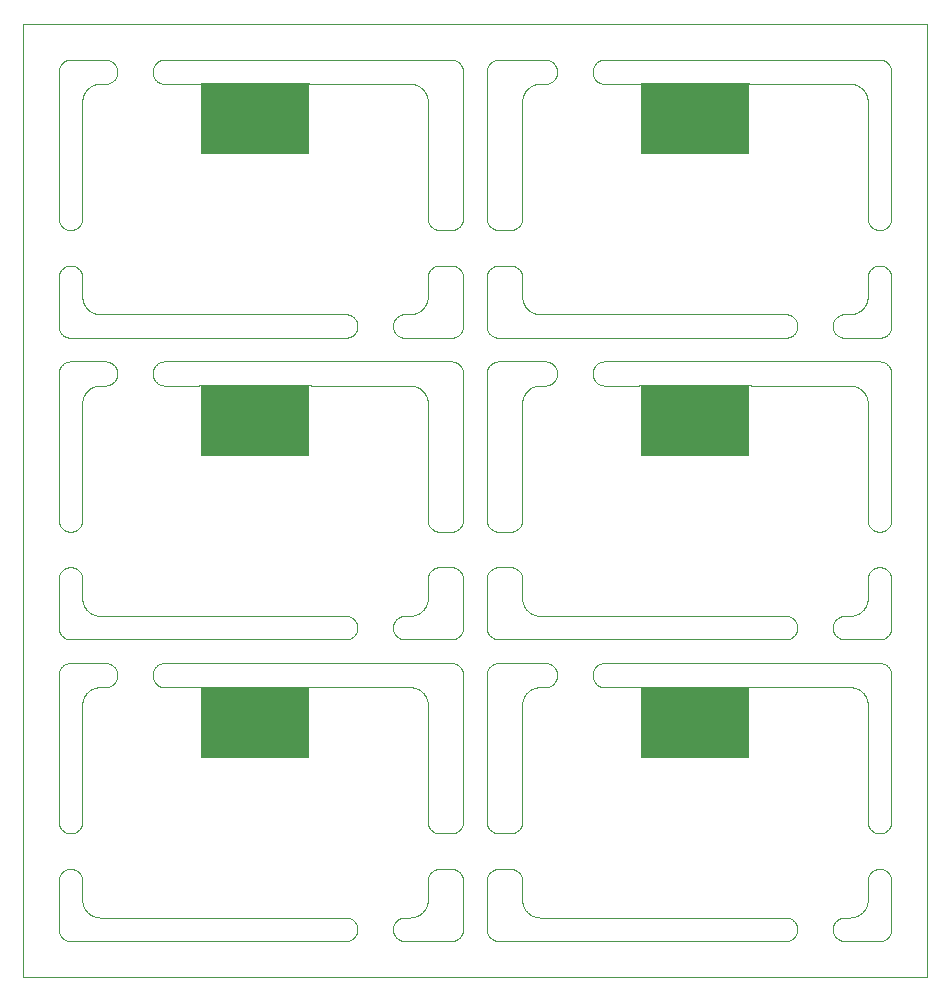
<source format=gbr>
%TF.GenerationSoftware,KiCad,Pcbnew,9.0.5*%
%TF.CreationDate,2025-11-22T18:02:39+08:00*%
%TF.ProjectId,tb2086-usb-c_panelized,74623230-3836-42d7-9573-622d635f7061,rev?*%
%TF.SameCoordinates,Original*%
%TF.FileFunction,Profile,NP*%
%FSLAX46Y46*%
G04 Gerber Fmt 4.6, Leading zero omitted, Abs format (unit mm)*
G04 Created by KiCad (PCBNEW 9.0.5) date 2025-11-22 18:02:39*
%MOMM*%
%LPD*%
G01*
G04 APERTURE LIST*
%TA.AperFunction,Profile*%
%ADD10C,0.100000*%
%TD*%
%TA.AperFunction,Profile*%
%ADD11C,0.000000*%
%TD*%
G04 APERTURE END LIST*
D10*
X64928297Y-24615964D02*
X64973124Y-24635834D01*
X39269195Y-3804104D02*
X39279939Y-3756262D01*
X33488870Y-75424993D02*
X33532528Y-75399293D01*
X48377139Y-55676014D02*
X48350906Y-55634588D01*
X31353397Y-51417552D02*
X31338016Y-51370994D01*
X27966887Y-51821209D02*
X27929758Y-51853237D01*
X48736851Y-4922039D02*
X48694188Y-4897870D01*
X72790994Y-77576983D02*
X72743737Y-77590060D01*
X70532722Y-75521828D02*
X70579769Y-75503036D01*
X4514588Y-20562129D02*
X4556014Y-20588362D01*
X49207789Y-30580000D02*
X49158758Y-30578796D01*
X5475931Y-30984335D02*
X5457609Y-31001751D01*
X39260812Y-16567583D02*
X39254810Y-16518919D01*
X33896142Y-24007140D02*
X33928157Y-23967877D01*
X31911696Y-50155947D02*
X31957444Y-50138300D01*
X71498395Y-74183209D02*
X71499839Y-74126231D01*
X42053404Y-42556103D02*
X42023237Y-42594758D01*
X71696595Y-68100138D02*
X71668362Y-68060049D01*
X39279939Y-29296262D02*
X39293016Y-29249005D01*
X5126842Y-5936977D02*
X5116873Y-5960207D01*
X33113638Y-56165020D02*
X33064288Y-56153568D01*
X33896142Y-75087140D02*
X33928157Y-75047877D01*
X43585680Y-5049296D02*
X43535425Y-5055697D01*
X11402762Y-4871637D02*
X11362673Y-4843404D01*
X73404085Y-25968127D02*
X73382039Y-26011925D01*
X3043016Y-67790994D02*
X3029939Y-67743737D01*
X73441602Y-54742447D02*
X73456983Y-54789005D01*
X72647583Y-28550812D02*
X72695895Y-28559195D01*
X44880664Y-4781209D02*
X44843535Y-4813237D01*
X71223661Y-49446992D02*
X71238102Y-49426245D01*
X72790994Y-20467051D02*
X72837552Y-20482432D01*
X72647583Y-26529187D02*
X72598919Y-26535189D01*
X33353045Y-75493047D02*
X33399079Y-75471895D01*
X4970060Y-16663737D02*
X4956983Y-16710994D01*
X71427111Y-31618967D02*
X71410725Y-31571029D01*
X34151937Y-74652598D02*
X34160717Y-74628894D01*
X32964599Y-75604199D02*
X32989586Y-75600371D01*
X36348919Y-26535189D02*
X36300018Y-26538796D01*
X42409158Y-49251819D02*
X42432614Y-49296724D01*
X5695976Y-56354004D02*
X5653675Y-56381883D01*
X11127139Y-4596014D02*
X11100906Y-4554588D01*
X39821872Y-3095914D02*
X39866699Y-3076044D01*
X35006262Y-45993974D02*
X35054104Y-45983230D01*
X5033563Y-6225736D02*
X5028474Y-6250497D01*
X37154085Y-20995907D02*
X37173955Y-21040734D01*
X42107870Y-46445411D02*
X42132039Y-46488074D01*
X44949986Y-55791887D02*
X44916176Y-55827399D01*
X28251982Y-50788925D02*
X28265060Y-50836183D01*
X71668362Y-68060049D02*
X71642129Y-68018623D01*
X27929758Y-26313237D02*
X27891103Y-26343404D01*
X36540994Y-77576983D02*
X36493737Y-77590060D01*
X73303404Y-26136103D02*
X73273237Y-26174758D01*
X49012881Y-28559195D02*
X49061193Y-28550812D01*
X6210497Y-56148474D02*
X6185736Y-56153563D01*
X68621044Y-50696601D02*
X68640914Y-50651775D01*
X73382039Y-72032109D02*
X73404085Y-72075907D01*
X11127139Y-30136014D02*
X11100906Y-30094588D01*
X48467567Y-54408112D02*
X48501377Y-54372600D01*
X39392129Y-51594588D02*
X39367960Y-51551925D01*
X3019195Y-51275895D02*
X3010812Y-51227583D01*
X34578112Y-42705244D02*
X34542600Y-42671434D01*
X28068237Y-51714758D02*
X28036209Y-51751887D01*
X36921887Y-3258790D02*
X36957399Y-3292600D01*
X65179758Y-77393237D02*
X65141103Y-77423404D01*
X3000000Y-55079012D02*
X3001203Y-55029981D01*
X42556353Y-49487968D02*
X42571826Y-49507957D01*
X42571842Y-49507977D02*
X42603857Y-49547240D01*
X10963587Y-29678919D02*
X10959980Y-29630018D01*
X42671751Y-56577609D02*
X42654335Y-56595931D01*
X24171432Y-5000296D02*
X24159352Y-5000000D01*
X42398014Y-49229102D02*
X42409147Y-49251797D01*
X33928173Y-75047857D02*
X33943646Y-75027868D01*
X37081637Y-42520049D02*
X37053404Y-42560138D01*
X71985411Y-68361905D02*
X71943985Y-68335672D01*
X5783253Y-56302626D02*
X5761151Y-56314894D01*
X5592052Y-49773661D02*
X5632886Y-49803647D01*
X39326044Y-67883300D02*
X39308397Y-67837552D01*
X27295987Y-52080000D02*
X3999012Y-52080000D01*
X41300018Y-42958796D02*
X41250987Y-42960000D01*
X72209005Y-68461018D02*
X72162447Y-68445637D01*
X31314195Y-25344007D02*
X31324938Y-25296165D01*
X40151080Y-20424810D02*
X40199981Y-20421203D01*
X65449085Y-77048127D02*
X65427039Y-77091925D01*
X42822022Y-5361842D02*
X42782759Y-5393857D01*
X36764588Y-77477870D02*
X36721925Y-77502039D01*
X48326737Y-29068074D02*
X48350906Y-29025411D01*
X39693985Y-17251637D02*
X39653896Y-17223404D01*
X15022173Y-30554822D02*
X14978144Y-30563861D01*
X73241209Y-3328112D02*
X73273237Y-3365241D01*
X33466746Y-24357273D02*
X33488848Y-24345005D01*
X5015700Y-23254599D02*
X5019528Y-23279586D01*
X71427119Y-74580908D02*
X71434686Y-74556789D01*
X34016008Y-49383902D02*
X34029379Y-49362450D01*
X40249012Y-68500000D02*
X40199981Y-68498796D01*
X31390914Y-25111775D02*
X31412960Y-25067977D01*
X34177111Y-6078967D02*
X34160725Y-6031029D01*
X34204973Y-31716337D02*
X34198637Y-31691866D01*
X6038967Y-56192888D02*
X5991029Y-56209274D01*
X34160725Y-49088870D02*
X34177111Y-49040932D01*
X3443985Y-71668362D02*
X3485411Y-71642129D01*
X36991209Y-17095922D02*
X36957399Y-17131434D01*
X5116863Y-31500230D02*
X5098071Y-31547277D01*
X71519195Y-72308139D02*
X71529939Y-72260297D01*
X5828202Y-49920852D02*
X5850897Y-49931985D01*
X73207399Y-71796635D02*
X73241209Y-71832147D01*
X33792390Y-31001751D02*
X33774068Y-30984335D01*
X5006734Y-57480879D02*
X5002887Y-57531394D01*
X39912447Y-52021602D02*
X39866699Y-52003955D01*
X11155372Y-28943896D02*
X11185539Y-28905241D01*
X11076737Y-30051925D02*
X11054691Y-30008127D01*
X72499012Y-71504035D02*
X72500987Y-71504035D01*
X71500000Y-46963047D02*
X71501203Y-46914016D01*
X28275804Y-25735895D02*
X28265060Y-25783737D01*
X48238716Y-29823737D02*
X48227972Y-29775895D01*
X34254810Y-16522954D02*
X34251203Y-16474053D01*
X70867092Y-30856338D02*
X70846345Y-30841897D01*
X73331637Y-71948020D02*
X73357870Y-71989446D01*
X3000000Y-29539012D02*
X3001203Y-29489981D01*
X7666176Y-55827399D02*
X7630664Y-55861209D01*
X39693985Y-3168362D02*
X39735411Y-3142129D01*
X49061193Y-5029187D02*
X49012881Y-5020804D01*
X72647583Y-17413222D02*
X72598919Y-17419224D01*
X71519195Y-42159930D02*
X71510812Y-42111618D01*
X3999012Y-68500000D02*
X3949981Y-68498796D01*
X35102416Y-17413222D02*
X35054104Y-17404839D01*
X41884758Y-46186762D02*
X41921887Y-46218790D01*
X40199981Y-45961203D02*
X40249012Y-45960000D01*
X5006736Y-48719145D02*
X5009293Y-48744294D01*
X34345914Y-20995907D02*
X34367960Y-20952109D01*
X31866870Y-24635817D02*
X31911696Y-24615947D01*
X71042390Y-5461751D02*
X71024068Y-5444335D01*
X71484299Y-57405400D02*
X71480471Y-57380413D01*
X69544008Y-50079901D02*
X69993667Y-50079900D01*
X48238716Y-29296262D02*
X48251793Y-29249005D01*
X4956983Y-67790994D02*
X4941602Y-67837552D01*
X11286889Y-3258790D02*
X11324018Y-3226762D01*
X35006262Y-71533974D02*
X35054104Y-71523230D01*
X39912447Y-46018397D02*
X39959005Y-46003016D01*
X65501982Y-25248925D02*
X65515060Y-25296183D01*
X11001793Y-4330994D02*
X10988716Y-4283737D01*
X3196595Y-68096103D02*
X3168362Y-68056014D01*
X3076044Y-72116699D02*
X3095914Y-72071872D01*
X39542600Y-26247399D02*
X39508790Y-26211887D01*
X71448630Y-31691841D02*
X71434693Y-31643134D01*
X33353022Y-30706842D02*
X33329792Y-30696873D01*
X39912447Y-26481602D02*
X39866699Y-26463955D01*
X72837552Y-17365637D02*
X72790994Y-17381018D01*
X36806014Y-20592397D02*
X36846103Y-20620630D01*
X28152870Y-26054588D02*
X28126637Y-26096014D01*
X4290994Y-68456983D02*
X4243737Y-68470060D01*
X33282698Y-5138062D02*
X33258994Y-5129282D01*
X48965039Y-28569939D02*
X49012881Y-28559195D01*
X70927957Y-30901826D02*
X70907968Y-30886353D01*
X4383300Y-20496044D02*
X4428127Y-20515914D01*
X71493265Y-23179020D02*
X71497112Y-23128505D01*
X4634758Y-20646762D02*
X4671887Y-20678790D01*
X27809588Y-26397870D02*
X27766925Y-26422039D01*
X39866699Y-28616044D02*
X39912447Y-28598397D01*
X32743666Y-5040000D02*
X24450705Y-5040000D01*
X10969589Y-55267583D02*
X10963587Y-55218919D01*
X71504810Y-21325115D02*
X71510812Y-21276451D01*
X4941602Y-42297552D02*
X4923955Y-42343300D01*
X73456983Y-16715029D02*
X73441602Y-16761587D01*
X6260413Y-24520471D02*
X6285400Y-24524299D01*
X44258795Y-30578796D02*
X44209764Y-30580000D01*
X3076044Y-67883300D02*
X3058397Y-67837552D01*
X7342077Y-54156044D02*
X7386904Y-54175914D01*
X44258795Y-54081203D02*
X44307696Y-54084810D01*
X64928300Y-26463955D02*
X64882552Y-26481602D01*
X43686665Y-30581605D02*
X43661419Y-30582885D01*
X44636904Y-28635914D02*
X44680702Y-28657960D01*
X43288991Y-50007119D02*
X43313110Y-50014686D01*
X73498796Y-76670018D02*
X73495189Y-76718919D01*
X5717449Y-56340620D02*
X5695997Y-56353991D01*
X34184693Y-49016765D02*
X34198630Y-48968058D01*
X7790414Y-3443985D02*
X7816647Y-3485411D01*
X71642129Y-16938623D02*
X71617960Y-16895960D01*
X71497114Y-23128480D02*
X71498394Y-23103234D01*
X48736851Y-28657960D02*
X48780649Y-28635914D01*
X42250000Y-41960987D02*
X42248796Y-42010018D01*
X42556338Y-5632052D02*
X42526352Y-5672886D01*
X42269532Y-23279611D02*
X42278470Y-23329478D01*
X72401080Y-45968845D02*
X72449981Y-45965238D01*
X33466724Y-30762614D02*
X33421819Y-30739158D01*
X69494977Y-50081105D02*
X69544008Y-50079901D01*
X3328112Y-28798790D02*
X3365241Y-28766762D01*
X32147412Y-75630715D02*
X32196077Y-75624712D01*
X71410717Y-31571005D02*
X71401937Y-31547301D01*
X42023237Y-71865241D02*
X42053404Y-71903896D01*
X71410725Y-23548870D02*
X71427111Y-23500932D01*
X42251605Y-48643334D02*
X42252885Y-48668580D01*
X44636904Y-30484085D02*
X44592077Y-30503955D01*
X5920230Y-49963136D02*
X5967277Y-49981928D01*
X5370338Y-5553560D02*
X5353873Y-5572740D01*
X70508994Y-75530617D02*
X70532698Y-75521837D01*
X3029939Y-54836262D02*
X3043016Y-54789005D01*
X52183752Y-30570911D02*
X52139088Y-30575957D01*
X70716746Y-75437273D02*
X70738848Y-75425005D01*
X31299810Y-76718919D02*
X31296203Y-76670018D01*
X3709005Y-42916983D02*
X3662447Y-42901602D01*
X73207399Y-46256635D02*
X73241209Y-46292147D01*
X7953966Y-29441080D02*
X7957573Y-29489981D01*
X68574938Y-76376165D02*
X68588016Y-76328908D01*
X41846103Y-71696595D02*
X41884758Y-71726762D01*
X34392129Y-68018623D02*
X34367960Y-67975960D01*
X45197964Y-54932416D02*
X45203966Y-54981080D01*
X33617092Y-56396338D02*
X33596345Y-56381897D01*
X3196595Y-77216103D02*
X3168362Y-77176014D01*
X43585705Y-24530706D02*
X43610854Y-24533263D01*
X43661394Y-5042887D02*
X43610879Y-5046734D01*
X44636904Y-56024085D02*
X44592077Y-56043955D01*
X41678127Y-17324085D02*
X41633300Y-17343955D01*
X5632907Y-49803661D02*
X5653654Y-49818102D01*
X71095681Y-75143950D02*
X71129644Y-75106358D01*
X3365241Y-71726762D02*
X3403896Y-71696595D01*
X5001604Y-57556690D02*
X5000160Y-57613668D01*
X33329769Y-56236863D02*
X33282722Y-56218071D01*
X70363662Y-50034873D02*
X70388133Y-50028537D01*
X28152870Y-77134588D02*
X28126637Y-77176014D01*
X34221529Y-23329378D02*
X34230467Y-23279511D01*
X5089274Y-57111029D02*
X5072888Y-57158967D01*
X45066647Y-54565411D02*
X45090816Y-54608074D01*
X39653896Y-3196595D02*
X39693985Y-3168362D01*
X68546203Y-25590018D02*
X68545000Y-25540987D01*
X42483991Y-31275997D02*
X42470620Y-31297449D01*
X15022173Y-5014822D02*
X14978144Y-5023861D01*
X3949981Y-77618796D02*
X3901080Y-77615189D01*
X71792600Y-68211434D02*
X71758790Y-68175922D01*
X45112862Y-54651872D02*
X45132732Y-54696699D01*
X28236602Y-76957552D02*
X28218955Y-77003300D01*
X3029939Y-46716262D02*
X3043016Y-46669005D01*
X5421768Y-24082408D02*
X5457591Y-24118231D01*
X48574018Y-3226762D02*
X48612673Y-3196595D01*
X39308397Y-42297552D02*
X39293016Y-42250994D01*
X11957789Y-5040000D02*
X11908758Y-5038796D01*
X34326044Y-21040734D02*
X34345914Y-20995907D01*
X39578112Y-3258790D02*
X39615241Y-3226762D01*
X34821872Y-46059949D02*
X34866699Y-46040079D01*
X36991209Y-3328112D02*
X37023237Y-3365241D01*
X31587599Y-75912503D02*
X31623111Y-75878693D01*
X10977972Y-3804104D02*
X10988716Y-3756262D01*
X33792408Y-75198131D02*
X33828231Y-75162308D01*
X31324939Y-51323737D02*
X31314195Y-51275895D01*
X44546329Y-54138397D02*
X44592077Y-54156044D01*
X7957573Y-55029981D02*
X7958777Y-55079012D01*
X71351985Y-5890897D02*
X71340852Y-5868202D01*
X43078202Y-75460852D02*
X43100897Y-75471985D01*
X4243737Y-71529939D02*
X4290994Y-71543016D01*
X4471925Y-71617960D02*
X4514588Y-71642129D01*
X71497112Y-57531394D02*
X71493265Y-57480879D01*
X73441602Y-72166482D02*
X73456983Y-72213040D01*
X32813334Y-24538294D02*
X32838580Y-24537014D01*
X42250160Y-6533680D02*
X42250000Y-6546321D01*
X72499012Y-45964035D02*
X72500987Y-45964035D01*
X41633300Y-46036044D02*
X41678127Y-46055914D01*
X69116872Y-51984085D02*
X69073074Y-51962039D01*
X27538734Y-50109859D02*
X27585991Y-50122936D01*
X37132039Y-16895960D02*
X37107870Y-16938623D01*
X5006736Y-74259145D02*
X5009293Y-74284294D01*
X11076737Y-29068074D02*
X11100906Y-29025411D01*
X33774050Y-30984318D02*
X33736458Y-30950355D01*
X45189581Y-29775895D02*
X45178837Y-29823737D01*
X69349101Y-75639098D02*
X69397412Y-75630715D01*
X36540994Y-3043016D02*
X36587552Y-3058397D01*
X33717240Y-30933857D02*
X33677977Y-30901842D01*
X42053404Y-17016103D02*
X42023237Y-17054758D01*
X3001203Y-16470018D02*
X3000000Y-16420987D01*
X37230804Y-67699930D02*
X37220060Y-67747772D01*
X73495189Y-3901080D02*
X73498796Y-3949981D01*
X43217277Y-5138071D02*
X43170230Y-5156863D01*
X27966887Y-77361209D02*
X27929758Y-77393237D01*
X33928157Y-31152022D02*
X33896142Y-31112759D01*
X36678127Y-3095914D02*
X36721925Y-3117960D01*
X4195895Y-45979195D02*
X4243737Y-45989939D01*
X42315313Y-74556889D02*
X42322880Y-74581008D01*
X4147583Y-68489187D02*
X4098919Y-68495189D01*
X11185539Y-3365241D02*
X11217567Y-3328112D01*
X36300018Y-77618796D02*
X36250987Y-77620000D01*
X33399102Y-24391885D02*
X33421797Y-24380752D01*
X4998796Y-21369981D02*
X5000000Y-21419012D01*
X71510812Y-67651618D02*
X71504810Y-67602954D01*
X70088580Y-56122885D02*
X70063334Y-56121605D01*
X33774068Y-75215564D02*
X33792390Y-75198148D01*
X5653654Y-56381897D02*
X5632907Y-56396338D01*
X71519195Y-67699930D02*
X71510812Y-67651618D01*
X11155372Y-55716103D02*
X11127139Y-55676014D01*
X73382039Y-67975960D02*
X73357870Y-68018623D01*
X27766925Y-77502039D02*
X27723127Y-77524085D01*
X37248796Y-72454016D02*
X37250000Y-72503047D01*
X36991209Y-51751887D02*
X36957399Y-51787399D01*
X28236602Y-25877552D02*
X28218955Y-25923300D01*
X36348919Y-42959224D02*
X36300018Y-42962831D01*
X3029939Y-3756262D02*
X3043016Y-3709005D01*
X36721925Y-3117960D02*
X36764588Y-3142129D01*
X61700705Y-56120000D02*
X61655757Y-56118988D01*
X3292600Y-17127399D02*
X3258790Y-17091887D01*
X37173955Y-25923300D02*
X37154085Y-25968127D01*
X64973127Y-26444085D02*
X64928300Y-26463955D01*
X42782740Y-5393873D02*
X42763560Y-5410338D01*
X69254005Y-77576983D02*
X69207447Y-77561602D01*
X42283563Y-6225736D02*
X42278474Y-6250497D01*
X3019195Y-3804104D02*
X3029939Y-3756262D01*
X37250000Y-72503047D02*
X37250000Y-76620987D01*
X36445895Y-3019195D02*
X36493737Y-3029939D01*
X7202514Y-56090060D02*
X7154672Y-56100804D01*
X72790994Y-52036983D02*
X72743737Y-52050060D01*
X70603022Y-5166842D02*
X70579792Y-5156873D01*
X3029939Y-25783737D02*
X3019195Y-25735895D01*
X7593535Y-30353237D02*
X7554880Y-30383404D01*
X5513560Y-49709661D02*
X5532740Y-49726126D01*
X70738870Y-24344993D02*
X70782528Y-24319293D01*
X4290994Y-46003016D02*
X4337552Y-46018397D01*
X5276338Y-56752907D02*
X5261897Y-56773654D01*
X68588016Y-76328908D02*
X68603397Y-76282349D01*
X3010812Y-54932416D02*
X3019195Y-54884104D01*
X70289502Y-50051425D02*
X70314263Y-50046336D01*
X65427039Y-26011925D02*
X65402870Y-26054588D01*
X70214574Y-5055697D02*
X70164319Y-5049296D01*
X31338016Y-25248908D02*
X31353397Y-25202349D01*
X42603873Y-24007259D02*
X42620338Y-24026439D01*
X35102416Y-42953222D02*
X35054104Y-42944839D01*
X7630664Y-28798790D02*
X7666176Y-28832600D01*
X72743737Y-77590060D02*
X72695895Y-77600804D01*
X73096103Y-3196595D02*
X73134758Y-3226762D01*
X41397583Y-20430812D02*
X41445895Y-20439195D01*
X10963587Y-54981080D02*
X10969589Y-54932416D01*
X70363662Y-24494873D02*
X70388133Y-24488537D01*
X68873111Y-50338693D02*
X68910239Y-50306665D01*
X15078325Y-5000332D02*
X15065763Y-5003809D01*
X72304104Y-71523230D02*
X72352416Y-71514847D01*
X44592077Y-30503955D02*
X44546329Y-30521602D01*
X43146954Y-30706852D02*
X43100920Y-30728004D01*
X68588016Y-76910994D02*
X68574939Y-76863737D01*
X70867092Y-5316338D02*
X70846345Y-5301897D01*
X48405372Y-55716103D02*
X48377139Y-55676014D01*
X5632886Y-5316352D02*
X5592052Y-5346338D01*
X3117960Y-72028074D02*
X3142129Y-71985411D01*
X73096103Y-42767439D02*
X73056014Y-42795672D01*
X48536889Y-4781209D02*
X48501377Y-4747399D01*
X72743737Y-3029939D02*
X72790994Y-3043016D01*
X11621224Y-28598397D02*
X11667782Y-28583016D01*
X42842052Y-75313661D02*
X42882886Y-75343647D01*
X71543016Y-16715029D02*
X71529939Y-16667772D01*
X34476762Y-46329276D02*
X34508790Y-46292147D01*
X11444188Y-55977870D02*
X11402762Y-55951637D01*
X34959005Y-42921018D02*
X34912447Y-42905637D01*
X41806014Y-20588362D02*
X41846103Y-20616595D01*
X71383136Y-74699669D02*
X71401928Y-74652622D01*
X42250000Y-48573678D02*
X42250160Y-48586319D01*
X7057696Y-56115189D02*
X7008795Y-56118796D01*
X5353857Y-31112759D02*
X5321842Y-31152022D01*
X34221529Y-48869378D02*
X34230467Y-48819511D01*
X4923955Y-16803300D02*
X4904085Y-16848127D01*
X40249012Y-28540000D02*
X44209764Y-28540000D01*
X39821872Y-71595914D02*
X39866699Y-71576044D01*
X68741595Y-77216103D02*
X68713362Y-77176014D01*
X34160717Y-31571005D02*
X34151937Y-31547301D01*
X34653896Y-42767439D02*
X34615241Y-42737272D01*
X71146126Y-56652740D02*
X71129661Y-56633560D01*
X31324938Y-25296165D02*
X31338016Y-25248908D01*
X5159158Y-74791819D02*
X5182614Y-74836724D01*
X68640914Y-76191775D02*
X68662960Y-76147977D01*
X7154672Y-54099195D02*
X7202514Y-54109939D01*
X48213587Y-3901080D02*
X48219589Y-3852416D01*
X34308397Y-72166482D02*
X34326044Y-72120734D01*
X45165760Y-54789005D02*
X45178837Y-54836262D01*
X41493737Y-71529939D02*
X41540994Y-71543016D01*
X72071872Y-42868120D02*
X72028074Y-42846074D01*
X28126637Y-77176014D02*
X28098404Y-77216103D01*
X34476762Y-68138793D02*
X34446595Y-68100138D01*
X36348919Y-52075189D02*
X36300018Y-52078796D01*
X71943985Y-68335672D02*
X71903896Y-68307439D01*
X3076044Y-46576699D02*
X3095914Y-46531872D01*
X72401080Y-71508845D02*
X72449981Y-71505238D01*
X43078180Y-5199158D02*
X43033275Y-5222614D01*
X5421751Y-5497609D02*
X5404335Y-5515931D01*
X270Y-1245D02*
X0Y-12247D01*
X33186865Y-30645306D02*
X33138158Y-30631369D01*
X42278470Y-6250521D02*
X42269532Y-6300388D01*
X37053404Y-20827931D02*
X37081637Y-20868020D01*
X73423955Y-46580734D02*
X73441602Y-46626482D01*
X73404085Y-3571872D02*
X73423955Y-3616699D01*
X43011129Y-56314906D02*
X42967471Y-56340606D01*
X10969589Y-29727583D02*
X10963587Y-29678919D01*
X33421819Y-49920741D02*
X33466724Y-49897285D01*
X71499999Y-57626321D02*
X71499839Y-57613680D01*
X69073072Y-75737863D02*
X69116870Y-75715817D01*
X36884758Y-20650797D02*
X36921887Y-20682825D01*
X72401080Y-68499224D02*
X72352416Y-68493222D01*
X73470060Y-16667772D02*
X73456983Y-16715029D01*
X70927977Y-75298057D02*
X70967240Y-75266042D01*
X10959980Y-55170018D02*
X10958777Y-55120987D01*
X34254810Y-72405115D02*
X34260812Y-72356451D01*
X42432626Y-74836746D02*
X42444894Y-74858848D01*
X5194906Y-74858870D02*
X5220606Y-74902528D01*
X42220060Y-46716262D02*
X42230804Y-46764104D01*
X5261897Y-74966345D02*
X5276338Y-74987092D01*
X5695997Y-49846008D02*
X5717449Y-49859379D01*
X4050018Y-68498796D02*
X4000987Y-68500000D01*
X3485411Y-51937870D02*
X3443985Y-51911637D01*
X42259296Y-74284319D02*
X42265697Y-74334574D01*
X15065763Y-56083809D02*
X15022173Y-56094822D01*
X72971925Y-28657960D02*
X73014588Y-28682129D01*
X40151080Y-17415189D02*
X40102416Y-17409187D01*
X69254005Y-52036983D02*
X69207447Y-52021602D01*
X70314263Y-56153563D02*
X70289502Y-56148474D01*
X42322880Y-6078991D02*
X42315313Y-6103110D01*
X41300018Y-20421203D02*
X41348919Y-20424810D01*
X69494977Y-24541105D02*
X69544008Y-24539901D01*
X71484299Y-6325400D02*
X71480471Y-6300413D01*
X42339274Y-6031029D02*
X42322888Y-6078967D01*
X71434693Y-74556765D02*
X71448630Y-74508058D01*
X5717471Y-24319393D02*
X5761129Y-24345093D01*
X42251605Y-74183334D02*
X42252885Y-74208580D01*
X71223647Y-5672886D02*
X71193661Y-5632052D01*
X33039478Y-56148470D02*
X32989611Y-56139532D01*
X70907968Y-24233546D02*
X70927957Y-24218073D01*
X43610879Y-75613265D02*
X43661394Y-75617112D01*
X44452514Y-28569939D02*
X44499771Y-28583016D01*
X33973661Y-74986992D02*
X33988102Y-74966245D01*
X72256262Y-45993974D02*
X72304104Y-45983230D01*
X34160717Y-57111005D02*
X34151937Y-57087301D01*
X70164294Y-5049293D02*
X70139145Y-5046736D01*
X48284821Y-54696699D02*
X48304691Y-54651872D01*
X48871224Y-3058397D02*
X48917782Y-3043016D01*
X24271855Y-56103861D02*
X24227826Y-56094822D01*
X5532759Y-75266142D02*
X5572022Y-75298157D01*
X28177038Y-76147994D02*
X28199084Y-76191792D01*
X39418362Y-26096014D02*
X39392129Y-26054588D01*
X5194894Y-5801151D02*
X5182626Y-5823253D01*
X42603873Y-75087259D02*
X42620338Y-75106439D01*
X72695895Y-17404839D02*
X72647583Y-17413222D01*
X11908758Y-30578796D02*
X11859857Y-30575189D01*
X31823072Y-50197863D02*
X31866870Y-50175817D01*
X5695976Y-5274004D02*
X5653675Y-5301883D01*
X6185736Y-24506436D02*
X6210497Y-24511525D01*
X5717449Y-30800620D02*
X5695997Y-30813991D01*
X28199085Y-51508127D02*
X28177039Y-51551925D01*
X61421432Y-56080296D02*
X61409352Y-56080000D01*
X48694188Y-3142129D02*
X48736851Y-3117960D01*
X3001203Y-51130018D02*
X3000000Y-51080987D01*
X24450705Y-30580000D02*
X24405757Y-30578988D01*
X72743737Y-45993974D02*
X72790994Y-46007051D01*
X48780649Y-54175914D02*
X48825476Y-54156044D01*
X5991029Y-49990725D02*
X6038967Y-50007111D01*
X41884758Y-68273237D02*
X41846103Y-68303404D01*
X34101995Y-23688979D02*
X34123147Y-23642945D01*
X42315313Y-23476889D02*
X42322880Y-23501008D01*
X70388133Y-30631362D02*
X70363662Y-30625026D01*
X39508790Y-42631887D02*
X39476762Y-42594758D01*
X3485411Y-71642129D02*
X3528074Y-71617960D01*
X71480467Y-57380388D02*
X71471529Y-57330521D01*
X37220060Y-21180297D02*
X37230804Y-21228139D01*
X68713361Y-24983888D02*
X68741594Y-24943799D01*
X71146142Y-75087140D02*
X71178157Y-75047877D01*
X3403896Y-46156595D02*
X3443985Y-46128362D01*
X48736851Y-3117960D02*
X48780649Y-3095914D01*
X35054104Y-20443230D02*
X35102416Y-20434847D01*
X34367960Y-16895960D02*
X34345914Y-16852162D01*
X69161696Y-24615947D02*
X69207444Y-24598300D01*
X7958777Y-4040987D02*
X7957573Y-4090018D01*
X73134758Y-71730797D02*
X73171887Y-71762825D01*
X6285400Y-56135700D02*
X6260413Y-56139528D01*
X5015697Y-6325425D02*
X5009296Y-6375680D01*
X70738848Y-56314894D02*
X70716746Y-56302626D01*
X72449981Y-17422831D02*
X72401080Y-17419224D01*
X5000160Y-74126331D02*
X5001604Y-74183309D01*
X43386361Y-24494979D02*
X43435711Y-24506431D01*
X33399079Y-30728004D02*
X33353045Y-30706852D01*
X73404085Y-46535907D02*
X73423955Y-46580734D01*
X36921887Y-71762825D02*
X36957399Y-71796635D01*
X37107870Y-26054588D02*
X37081637Y-26096014D01*
X43585705Y-50070706D02*
X43610854Y-50073263D01*
X7473365Y-54222129D02*
X7514791Y-54248362D01*
X7732014Y-30214758D02*
X7699986Y-30251887D01*
X27295987Y-26540000D02*
X3999012Y-26540000D01*
X34578112Y-68245244D02*
X34542600Y-68211434D01*
X42366873Y-49159792D02*
X42376842Y-49183022D01*
X70649079Y-5188004D02*
X70603045Y-5166852D01*
X72028074Y-17306074D02*
X71985411Y-17281905D01*
X27345014Y-24541124D02*
X27393915Y-24544731D01*
X72500987Y-20424035D02*
X72550018Y-20425238D01*
X40151080Y-26535189D02*
X40102416Y-26529187D01*
X42230804Y-16615895D02*
X42220060Y-16663737D01*
X70088605Y-75617012D02*
X70139120Y-75613165D01*
X3756262Y-45989939D02*
X3804104Y-45979195D01*
X42376842Y-31476977D02*
X42366873Y-31500207D01*
X36540994Y-42921018D02*
X36493737Y-42934095D01*
X36921887Y-68245244D02*
X36884758Y-68277272D01*
X4857870Y-42474588D02*
X4831637Y-42516014D01*
X7430702Y-4922039D02*
X7386904Y-4944085D01*
X43170230Y-49963136D02*
X43217277Y-49981928D01*
X68564195Y-50884007D02*
X68574938Y-50836165D01*
X5015700Y-48794599D02*
X5019528Y-48819586D01*
X73495189Y-29441080D02*
X73498796Y-29489981D01*
X65501983Y-51370994D02*
X65486602Y-51417552D01*
X41764588Y-42817870D02*
X41721925Y-42842039D01*
X71903896Y-20620630D02*
X71943985Y-20592397D01*
X71448637Y-23428033D02*
X71454973Y-23403562D01*
X42654335Y-24064068D02*
X42671751Y-24082390D01*
X72883300Y-28616044D02*
X72928127Y-28635914D01*
X14889088Y-5035957D02*
X14844242Y-5038988D01*
X7154672Y-28559195D02*
X7202514Y-28569939D01*
X42053404Y-71903896D02*
X42081637Y-71943985D01*
X76487727Y0D02*
X12272Y0D01*
X37220060Y-42207772D02*
X37206983Y-42255029D01*
X65141103Y-26343404D02*
X65101014Y-26371637D01*
X65252398Y-50372519D02*
X65286208Y-50408032D01*
X7900379Y-54742447D02*
X7915760Y-54789005D01*
X73273237Y-46329276D02*
X73303404Y-46367931D01*
X48694188Y-30437870D02*
X48652762Y-30411637D01*
X42278470Y-57330521D02*
X42269532Y-57380388D01*
X72116699Y-46040079D02*
X72162447Y-46022432D01*
X36921887Y-17165244D02*
X36884758Y-17197272D01*
X43435711Y-5073568D02*
X43386361Y-5085020D01*
X5089282Y-23548994D02*
X5098062Y-23572698D01*
X70907947Y-30886338D02*
X70867113Y-30856352D01*
X39392129Y-42474588D02*
X39367960Y-42431925D01*
X34615241Y-71730797D02*
X34653896Y-71700630D01*
X42398004Y-31430920D02*
X42376852Y-31476954D01*
X70804002Y-30813991D02*
X70782550Y-30800620D01*
X37191602Y-67841587D02*
X37173955Y-67887335D01*
X36397583Y-20434847D02*
X36445895Y-20443230D01*
X45197964Y-4187583D02*
X45189581Y-4235895D01*
X31299810Y-50980982D02*
X31305812Y-50932318D01*
X3142129Y-26054588D02*
X3117960Y-26011925D01*
X36721925Y-42846074D02*
X36678127Y-42868120D01*
X73014588Y-46106164D02*
X73056014Y-46132397D01*
X71265995Y-56815976D02*
X71238116Y-56773675D01*
X33736439Y-5410338D02*
X33717259Y-5393873D01*
X32099104Y-26520804D02*
X32051262Y-26510060D01*
X73134758Y-42737272D02*
X73096103Y-42767439D01*
X73134758Y-77393237D02*
X73096103Y-77423404D01*
X65449085Y-51508127D02*
X65427039Y-51551925D01*
X39821872Y-17324085D02*
X39778074Y-17302039D01*
X36348919Y-45968845D02*
X36397583Y-45974847D01*
X64740891Y-24559115D02*
X64788734Y-24569859D01*
X65534187Y-51227583D02*
X65525804Y-51275895D01*
X4995189Y-42058919D02*
X4989187Y-42107583D01*
X4634758Y-46186762D02*
X4671887Y-46218790D01*
X70716724Y-30762614D02*
X70671819Y-30739158D01*
X71305105Y-23778748D02*
X71317373Y-23756646D01*
X33353045Y-24413047D02*
X33399079Y-24391895D01*
X40249012Y-26540000D02*
X40199981Y-26538796D01*
X70603045Y-75493047D02*
X70649079Y-75471895D01*
X73207399Y-28832600D02*
X73241209Y-28868112D01*
X40102416Y-42949187D02*
X40054104Y-42940804D01*
X0Y-80607752D02*
X270Y-80618754D01*
X4596103Y-17223404D02*
X4556014Y-17251637D01*
X3949981Y-42958796D02*
X3901080Y-42955189D01*
X39446595Y-71903896D02*
X39476762Y-71865241D01*
X73134758Y-54306762D02*
X73171887Y-54338790D01*
X68771761Y-24905144D02*
X68803788Y-24868015D01*
X5306338Y-5632052D02*
X5276352Y-5672886D01*
X11100906Y-54565411D02*
X11127139Y-54523985D01*
X39269195Y-51275895D02*
X39260812Y-51227583D01*
X39308397Y-16757552D02*
X39293016Y-16710994D01*
X36764588Y-68361905D02*
X36721925Y-68386074D01*
X34615241Y-20650797D02*
X34653896Y-20620630D01*
X39251203Y-3949981D02*
X39254810Y-3901080D01*
X33329792Y-49963026D02*
X33353022Y-49953057D01*
X37154085Y-42392162D02*
X37132039Y-42435960D01*
X3443985Y-28708362D02*
X3485411Y-28682129D01*
X69116870Y-24635817D02*
X69161696Y-24615947D01*
X39418362Y-3443985D02*
X39446595Y-3403896D01*
X72598919Y-28544810D02*
X72647583Y-28550812D01*
X27929757Y-24766682D02*
X27966885Y-24798709D01*
X69349104Y-52060804D02*
X69301262Y-52050060D01*
X37053404Y-26136103D02*
X37023237Y-26174758D01*
X34090841Y-56948180D02*
X34067385Y-56903275D01*
X33677957Y-30901826D02*
X33657968Y-30886353D01*
X39250000Y-16420987D02*
X39250000Y-3999012D01*
X4556014Y-17251637D02*
X4514588Y-17277870D01*
X44404672Y-28559195D02*
X44452514Y-28569939D01*
X69030411Y-77477870D02*
X68988985Y-77451637D01*
X45203966Y-54981080D02*
X45207573Y-55029981D01*
X70649102Y-49931885D02*
X70671797Y-49920752D01*
X44307696Y-54084810D02*
X44356360Y-54090812D01*
X4995189Y-21321080D02*
X4998796Y-21369981D01*
X5045020Y-31716361D02*
X5033568Y-31765711D01*
X48326737Y-30051925D02*
X48304691Y-30008127D01*
X40054104Y-77600804D02*
X40006262Y-77590060D01*
X42023237Y-68134758D02*
X41991209Y-68171887D01*
X5072880Y-57158991D02*
X5065313Y-57183110D01*
X4195895Y-68480804D02*
X4147583Y-68489187D01*
X64835994Y-26496983D02*
X64788737Y-26510060D01*
X70006319Y-5040160D02*
X69993678Y-5040000D01*
X42251604Y-57556690D02*
X42250160Y-57613668D01*
X49109857Y-28544810D02*
X49158758Y-28541203D01*
X7296329Y-4981602D02*
X7249771Y-4996983D01*
X34016008Y-74923902D02*
X34029379Y-74902450D01*
X61566247Y-56110911D02*
X61521855Y-56103861D01*
X3117960Y-46488074D02*
X3142129Y-46445411D01*
X3949981Y-3001203D02*
X3999012Y-3000000D01*
X6260413Y-50060471D02*
X6285400Y-50064299D01*
X73331637Y-3443985D02*
X73357870Y-3485411D01*
X3168362Y-54523985D02*
X3196595Y-54483896D01*
X3117960Y-67971925D02*
X3095914Y-67928127D01*
X6111841Y-30631369D02*
X6063134Y-30645306D01*
X41991209Y-71828112D02*
X42023237Y-71865241D01*
X6136337Y-30625026D02*
X6111866Y-30631362D01*
X11486851Y-28657960D02*
X11530649Y-28635914D01*
X4243737Y-17390060D02*
X4195895Y-17400804D01*
X5148014Y-23689102D02*
X5159147Y-23711797D01*
X5182614Y-31363275D02*
X5159158Y-31408180D01*
X11017174Y-3662447D02*
X11034821Y-3616699D01*
X42295026Y-74483662D02*
X42301362Y-74508133D01*
X39578112Y-20678790D02*
X39615241Y-20646762D01*
X34345914Y-42392162D02*
X34326044Y-42347335D01*
X71410717Y-57111005D02*
X71401937Y-57087301D01*
X34029379Y-31297449D02*
X34016008Y-31275997D01*
X71501203Y-46914016D02*
X71504810Y-46865115D01*
X41348919Y-17415189D02*
X41300018Y-17418796D01*
X33258970Y-56209274D02*
X33211032Y-56192888D01*
X43510388Y-56139532D02*
X43460521Y-56148470D01*
X72500987Y-42964035D02*
X72499012Y-42964035D01*
X3901080Y-71504810D02*
X3949981Y-71501203D01*
X39251203Y-55029981D02*
X39254810Y-54981080D01*
X37250000Y-55079012D02*
X37250000Y-67505022D01*
X65141101Y-75816515D02*
X65179757Y-75846682D01*
X71595914Y-16852162D02*
X71576044Y-16807335D01*
X5828180Y-5199158D02*
X5783275Y-5222614D01*
X48871224Y-30521602D02*
X48825476Y-30503955D01*
X3852416Y-77609187D02*
X3804104Y-77600804D01*
X43288967Y-30652888D02*
X43241029Y-30669274D01*
X42444906Y-23778870D02*
X42470606Y-23822528D01*
X34279939Y-72260297D02*
X34293016Y-72213040D01*
X41633300Y-68423955D02*
X41587552Y-68441602D01*
X3095914Y-42388127D02*
X3076044Y-42343300D01*
X37250000Y-51080987D02*
X37248796Y-51130018D01*
X71529939Y-42207772D02*
X71519195Y-42159930D01*
X3443985Y-3168362D02*
X3485411Y-3142129D01*
X3901080Y-28544810D02*
X3949981Y-28541203D01*
X36397583Y-54090812D02*
X36445895Y-54099195D01*
X48965039Y-3029939D02*
X49012881Y-3019195D01*
X73456983Y-67795029D02*
X73441602Y-67841587D01*
X65468955Y-50696619D02*
X65486601Y-50742367D01*
X3043016Y-54789005D02*
X3058397Y-54742447D01*
X64788737Y-52050060D02*
X64740895Y-52060804D01*
X34250000Y-67505022D02*
X34250000Y-57626333D01*
X39279939Y-25783737D02*
X39269195Y-25735895D01*
X73423955Y-16807335D02*
X73404085Y-16852162D01*
X73096103Y-26343404D02*
X73056014Y-26371637D01*
X71383136Y-23619669D02*
X71401928Y-23572622D01*
X32244977Y-24541105D02*
X32294008Y-24539901D01*
X71279379Y-56837449D02*
X71266008Y-56815997D01*
X31412960Y-51551925D02*
X31390914Y-51508127D01*
X43756321Y-56120000D02*
X43743680Y-56120160D01*
X7666176Y-4747399D02*
X7630664Y-4781209D01*
X42654318Y-31055949D02*
X42620355Y-31093541D01*
X7386904Y-54175914D02*
X7430702Y-54197960D01*
X48917782Y-56076983D02*
X48871224Y-56061602D01*
X34251203Y-46914016D02*
X34254810Y-46865115D01*
X39418362Y-51636014D02*
X39392129Y-51594588D01*
X73096103Y-51883404D02*
X73056014Y-51911637D01*
X68603397Y-50742349D02*
X68621044Y-50696601D01*
X36846103Y-3196595D02*
X36884758Y-3226762D01*
X68545000Y-76620987D02*
X68545000Y-76618914D01*
X34230467Y-57380388D02*
X34221529Y-57330521D01*
X65101014Y-26371637D02*
X65059588Y-26397870D01*
X72837552Y-77561602D02*
X72790994Y-77576983D01*
X71758790Y-68175922D02*
X71726762Y-68138793D01*
X36633300Y-42887990D02*
X36587552Y-42905637D01*
X42654335Y-75144068D02*
X42671751Y-75162390D01*
X3226762Y-71865241D02*
X3258790Y-71828112D01*
X73357870Y-71989446D02*
X73382039Y-72032109D01*
X37245189Y-51178919D02*
X37239187Y-51227583D01*
X11621224Y-56061602D02*
X11575476Y-56043955D01*
X34101995Y-49228979D02*
X34123147Y-49182945D01*
X36633300Y-17347990D02*
X36587552Y-17365637D01*
X41348919Y-20424810D02*
X41397583Y-20430812D01*
X72837552Y-68445637D02*
X72790994Y-68461018D01*
X52049292Y-56120000D02*
X49207789Y-56120000D01*
X37132039Y-54608074D02*
X37154085Y-54651872D01*
X41250987Y-20420000D02*
X41300018Y-20421203D01*
X40249012Y-3000000D02*
X44209764Y-3000000D01*
X32989611Y-75600367D02*
X33039478Y-75591429D01*
X3004810Y-3901080D02*
X3010812Y-3852416D01*
X69446080Y-52075189D02*
X69397416Y-52069187D01*
X10963587Y-55218919D02*
X10959980Y-55170018D01*
X34308397Y-16761587D02*
X34293016Y-16715029D01*
X27538734Y-24569859D02*
X27585991Y-24582936D01*
X5321826Y-56692042D02*
X5306353Y-56712031D01*
X48251793Y-3709005D02*
X48267174Y-3662447D01*
X5148004Y-31430920D02*
X5126852Y-31476954D01*
X36721925Y-51962039D02*
X36678127Y-51984085D01*
X3616699Y-28616044D02*
X3662447Y-28598397D01*
X48871224Y-28598397D02*
X48917782Y-28583016D01*
X39615241Y-28766762D02*
X39653896Y-28736595D01*
X34221525Y-6250497D02*
X34216436Y-6225736D01*
X4147583Y-20430812D02*
X4195895Y-20439195D01*
X39542600Y-42667399D02*
X39508790Y-42631887D01*
X72743737Y-52050060D02*
X72695895Y-52060804D01*
X48917782Y-54123016D02*
X48965039Y-54109939D01*
X34508790Y-17095922D02*
X34476762Y-17058793D01*
X39446595Y-51676103D02*
X39418362Y-51636014D01*
X32889120Y-5046734D02*
X32838605Y-5042887D01*
X34279939Y-67747772D02*
X34269195Y-67699930D01*
X34243265Y-74259020D02*
X34247112Y-74208505D01*
X34055105Y-74858748D02*
X34067373Y-74836646D01*
X73423955Y-29156699D02*
X73441602Y-29202447D01*
X68910239Y-24766665D02*
X68948894Y-24736499D01*
X73423955Y-21040734D02*
X73441602Y-21086482D01*
X34653896Y-17227439D02*
X34615241Y-17197272D01*
X71493265Y-48719020D02*
X71497112Y-48668505D01*
X68662960Y-77091925D02*
X68640914Y-77048127D01*
X42173955Y-42343300D02*
X42154085Y-42388127D01*
X48227972Y-54884104D02*
X48238716Y-54836262D01*
X39542600Y-68207399D02*
X39508790Y-68171887D01*
X36397583Y-77609187D02*
X36348919Y-77615189D01*
X73056014Y-51911637D02*
X73014588Y-51937870D01*
X31823072Y-75737863D02*
X31866870Y-75715817D01*
X33211008Y-30652880D02*
X33186889Y-30645313D01*
X48227972Y-4235895D02*
X48219589Y-4187583D01*
X24171432Y-30540296D02*
X24159352Y-30540000D01*
X71529939Y-21180297D02*
X71543016Y-21133040D01*
X65501982Y-76328925D02*
X65515060Y-76376183D01*
X5220620Y-74902550D02*
X5233991Y-74924002D01*
X71529939Y-16667772D02*
X71519195Y-16619930D01*
X27345014Y-50081124D02*
X27393915Y-50084731D01*
X42239187Y-67647583D02*
X42230804Y-67695895D01*
X6285400Y-30595700D02*
X6260413Y-30599528D01*
X31521761Y-50445144D02*
X31553788Y-50408015D01*
X70716724Y-5222614D02*
X70671819Y-5199158D01*
X48467567Y-28868112D02*
X48501377Y-28832600D01*
X42278474Y-23329502D02*
X42283563Y-23354263D01*
X33717259Y-24186026D02*
X33736439Y-24169561D01*
X11034821Y-55503300D02*
X11017174Y-55457552D01*
X37220060Y-67747772D02*
X37206983Y-67795029D01*
X27766925Y-51962039D02*
X27723127Y-51984085D01*
X71726762Y-71869276D02*
X71758790Y-71832147D01*
X71595914Y-67932162D02*
X71576044Y-67887335D01*
X3756262Y-52050060D02*
X3709005Y-52036983D01*
X32756330Y-24539739D02*
X32813309Y-24538295D01*
X40054104Y-45979195D02*
X40102416Y-45970812D01*
X73382039Y-29068074D02*
X73404085Y-29111872D01*
X5028474Y-48869502D02*
X5033563Y-48894263D01*
X32838605Y-24537012D02*
X32889120Y-24533165D01*
X5572042Y-24218173D02*
X5592031Y-24233646D01*
X71484302Y-74334474D02*
X71490703Y-74284219D01*
X65515060Y-25783737D02*
X65501983Y-25830994D01*
X72928127Y-20519949D02*
X72971925Y-20541995D01*
X33258970Y-5129274D02*
X33211032Y-5112888D01*
X42348071Y-74652722D02*
X42366863Y-74699769D01*
X65540189Y-25638919D02*
X65534187Y-25687583D01*
X4514588Y-71642129D02*
X4556014Y-71668362D01*
X71792600Y-17131434D02*
X71758790Y-17095922D01*
X73404085Y-67932162D02*
X73382039Y-67975960D01*
X70214599Y-24524199D02*
X70239586Y-24520371D01*
X73495189Y-54981080D02*
X73498796Y-55029981D01*
X39578112Y-26281209D02*
X39542600Y-26247399D01*
X71223661Y-74986992D02*
X71238102Y-74966245D01*
X4882039Y-20948074D02*
X4904085Y-20991872D01*
X72028074Y-42846074D02*
X71985411Y-42821905D01*
X37239187Y-51227583D02*
X37230804Y-51275895D01*
X36493737Y-42934095D02*
X36445895Y-42944839D01*
X73096103Y-28736595D02*
X73134758Y-28766762D01*
X28152870Y-51594588D02*
X28126637Y-51636014D01*
X39578112Y-17161209D02*
X39542600Y-17127399D01*
X28036208Y-50408032D02*
X28068236Y-50445160D01*
X73470060Y-3756262D02*
X73480804Y-3804104D01*
X48208777Y-29539012D02*
X48209980Y-29489981D01*
X3196595Y-51676103D02*
X3168362Y-51636014D01*
X35199981Y-42962831D02*
X35151080Y-42959224D01*
X5404335Y-75144068D02*
X5421751Y-75162390D01*
X44949986Y-28868112D02*
X44982014Y-28905241D01*
X3004810Y-72401080D02*
X3010812Y-72352416D01*
X41540994Y-68456983D02*
X41493737Y-68470060D01*
X42556338Y-56712052D02*
X42526352Y-56752886D01*
X34912447Y-68445637D02*
X34866699Y-68427990D01*
X3852416Y-71510812D02*
X3901080Y-71504810D01*
X71466431Y-6225711D02*
X71454979Y-6176361D01*
X34230471Y-74359486D02*
X34234299Y-74334499D01*
X49061193Y-28550812D02*
X49109857Y-28544810D01*
X71726762Y-46329276D02*
X71758790Y-46292147D01*
X33399079Y-5188004D02*
X33353045Y-5166852D01*
X34216436Y-74434163D02*
X34221525Y-74409402D01*
X39345914Y-72071872D02*
X39367960Y-72028074D01*
X7008795Y-56118796D02*
X6959764Y-56120000D01*
X71828112Y-71762825D02*
X71865241Y-71730797D01*
X42882907Y-75343661D02*
X42903654Y-75358102D01*
X27678297Y-50155964D02*
X27723124Y-50175834D01*
X42245189Y-72401080D02*
X42248796Y-72449981D01*
X72598919Y-17419224D02*
X72550018Y-17422831D01*
X72162447Y-71562432D02*
X72209005Y-71547051D01*
X39578112Y-51821209D02*
X39542600Y-51787399D01*
X71305105Y-74858748D02*
X71317373Y-74836646D01*
X71576044Y-46580734D02*
X71595914Y-46535907D01*
X45189581Y-4235895D02*
X45178837Y-4283737D01*
X33064288Y-50046331D02*
X33113638Y-50034879D01*
X5000160Y-23046331D02*
X5001604Y-23103309D01*
X31623111Y-24798693D02*
X31660239Y-24766665D01*
X71454973Y-31716337D02*
X71448637Y-31691866D01*
X34234302Y-48794474D02*
X34240703Y-48744219D01*
X73331637Y-46408020D02*
X73357870Y-46449446D01*
X39418362Y-71943985D02*
X39446595Y-71903896D01*
X36633300Y-3076044D02*
X36678127Y-3095914D01*
X42023237Y-17054758D02*
X41991209Y-17091887D01*
X39542600Y-54372600D02*
X39578112Y-54338790D01*
X36493737Y-28569939D02*
X36540994Y-28583016D01*
X69446077Y-50084712D02*
X69494977Y-50081105D01*
X11054691Y-29111872D02*
X11076737Y-29068074D01*
X72598919Y-77615189D02*
X72550018Y-77618796D01*
X68546203Y-76569883D02*
X68549810Y-76520982D01*
X3095914Y-54651872D02*
X3117960Y-54608074D01*
X32813309Y-5041604D02*
X32756331Y-5040160D01*
X73423955Y-72120734D02*
X73441602Y-72166482D01*
X65376637Y-77176014D02*
X65348404Y-77216103D01*
X36764588Y-71646164D02*
X36806014Y-71672397D01*
X33039478Y-5068470D02*
X32989611Y-5059532D01*
X71042390Y-31001751D02*
X71024068Y-30984335D01*
X71351985Y-31430897D02*
X71340852Y-31408202D01*
X7386904Y-28635914D02*
X7430702Y-28657960D01*
X32914319Y-75610603D02*
X32964574Y-75604202D01*
X4671887Y-42701209D02*
X4634758Y-42733237D01*
X44356360Y-30569187D02*
X44307696Y-30575189D01*
X34240706Y-48744194D02*
X34243263Y-48719045D01*
X32051262Y-77590060D02*
X32004005Y-77576983D01*
X4773237Y-71865241D02*
X4803404Y-71903896D01*
X27538737Y-26510060D02*
X27490895Y-26520804D01*
X5159147Y-5868202D02*
X5148014Y-5890897D01*
X71543016Y-46673040D02*
X71558397Y-46626482D01*
X73489187Y-72356451D02*
X73495189Y-72405115D01*
X10958777Y-29580987D02*
X10958777Y-29539012D01*
X5001605Y-48643334D02*
X5002885Y-48668580D01*
X33211032Y-75547011D02*
X33258970Y-75530625D01*
X35199981Y-45965238D02*
X35249012Y-45964035D01*
X68588016Y-50788908D02*
X68603397Y-50742349D01*
X65141101Y-50276515D02*
X65179757Y-50306682D01*
X11908758Y-5038796D02*
X11859857Y-5035189D01*
X43435736Y-50046436D02*
X43460497Y-50051525D01*
X65216887Y-51821209D02*
X65179758Y-51853237D01*
X48574018Y-55893237D02*
X48536889Y-55861209D01*
X72209005Y-17381018D02*
X72162447Y-17365637D01*
X4831637Y-68056014D02*
X4803404Y-68096103D01*
X72883300Y-17347990D02*
X72837552Y-17365637D01*
X32294008Y-50079901D02*
X32743667Y-50079900D01*
X44404672Y-30560804D02*
X44356360Y-30569187D01*
X6111866Y-75568637D02*
X6136337Y-75574973D01*
X34367960Y-42435960D02*
X34345914Y-42392162D01*
X42822042Y-49758173D02*
X42842031Y-49773646D01*
X71576044Y-16807335D02*
X71558397Y-16761587D01*
X34234302Y-74334474D02*
X34240703Y-74284219D01*
X36445895Y-28559195D02*
X36493737Y-28569939D01*
X3999012Y-26540000D02*
X3949981Y-26538796D01*
X6360879Y-24533265D02*
X6411394Y-24537112D01*
X69030409Y-75762032D02*
X69073072Y-75737863D01*
X5159158Y-49251819D02*
X5182614Y-49296724D01*
X5033568Y-74434288D02*
X5045020Y-74483638D01*
X73441602Y-29202447D02*
X73456983Y-29249005D01*
X42081637Y-71943985D02*
X42107870Y-71985411D01*
X73489187Y-29392416D02*
X73495189Y-29441080D01*
X71499839Y-74126219D02*
X71499999Y-74113578D01*
X73056014Y-3168362D02*
X73096103Y-3196595D01*
X44680702Y-56002039D02*
X44636904Y-56024085D01*
X3142129Y-68014588D02*
X3117960Y-67971925D01*
X5000160Y-6533680D02*
X5000000Y-6546321D01*
X31305812Y-25392318D02*
X31314195Y-25344007D01*
X73207399Y-26247399D02*
X73171887Y-26281209D01*
X34542600Y-42671434D02*
X34508790Y-42635922D01*
X73456983Y-51370994D02*
X73441602Y-51417552D01*
X3058397Y-29202447D02*
X3076044Y-29156699D01*
X73331637Y-51636014D02*
X73303404Y-51676103D01*
X3443985Y-17251637D02*
X3403896Y-17223404D01*
X6063134Y-75554693D02*
X6111841Y-75568630D01*
X48694188Y-4897870D02*
X48652762Y-4871637D01*
X41957399Y-20712600D02*
X41991209Y-20748112D01*
X14799294Y-56120000D02*
X11957789Y-56120000D01*
X73241209Y-51751887D02*
X73207399Y-51787399D01*
X72928127Y-42868120D02*
X72883300Y-42887990D01*
X3403896Y-71696595D02*
X3443985Y-71668362D01*
X34446595Y-42560138D02*
X34418362Y-42520049D01*
X31295000Y-76618914D02*
X31296203Y-76569883D01*
X5000000Y-72499012D02*
X5000000Y-74113666D01*
X37230804Y-21228139D02*
X37239187Y-21276451D01*
X44880664Y-30321209D02*
X44843535Y-30353237D01*
X3004810Y-51178919D02*
X3001203Y-51130018D01*
X36991209Y-46292147D02*
X37023237Y-46329276D01*
X43217301Y-75521937D02*
X43241005Y-75530717D01*
X3443985Y-77451637D02*
X3403896Y-77423404D01*
X11217567Y-3328112D02*
X11251377Y-3292600D01*
X5967277Y-30678071D02*
X5920230Y-30696863D01*
X34326044Y-46580734D02*
X34345914Y-46535907D01*
X73500000Y-76620987D02*
X73498796Y-76670018D01*
X39418362Y-28983985D02*
X39446595Y-28943896D01*
X3258790Y-17091887D02*
X3226762Y-17054758D01*
X36633300Y-68427990D02*
X36587552Y-68445637D01*
X3196595Y-26136103D02*
X3168362Y-26096014D01*
X71758790Y-42635922D02*
X71726762Y-42598793D01*
X11402762Y-54248362D02*
X11444188Y-54222129D01*
X73489187Y-16571618D02*
X73480804Y-16619930D01*
X31660241Y-26313237D02*
X31623112Y-26281209D01*
X31371044Y-25156601D02*
X31390914Y-25111775D01*
X42339274Y-31571029D02*
X42322888Y-31618967D01*
X5404335Y-49604068D02*
X5421751Y-49622390D01*
X11575476Y-28616044D02*
X11621224Y-28598397D01*
X39735411Y-71642129D02*
X39778074Y-71617960D01*
X72647583Y-42953222D02*
X72598919Y-42959224D01*
X34260812Y-21276451D02*
X34269195Y-21228139D01*
X39345914Y-20991872D02*
X39367960Y-20948074D01*
X48965039Y-30550060D02*
X48917782Y-30536983D01*
X3043016Y-46669005D02*
X3058397Y-46622447D01*
X31338016Y-51370994D02*
X31324939Y-51323737D01*
X6506334Y-24539999D02*
X27295983Y-24539920D01*
X39260812Y-67647583D02*
X39254810Y-67598919D01*
X71434693Y-49016765D02*
X71448630Y-48968058D01*
X42250000Y-72499012D02*
X42250000Y-74113666D01*
X11076737Y-3528074D02*
X11100906Y-3485411D01*
X36721925Y-28657960D02*
X36764588Y-28682129D01*
X3804104Y-52060804D02*
X3756262Y-52050060D01*
X68574938Y-50836165D02*
X68588016Y-50788908D01*
X39778074Y-68382039D02*
X39735411Y-68357870D01*
X70006319Y-30580160D02*
X69993678Y-30580000D01*
X34250000Y-23033566D02*
X34250000Y-21423047D01*
X5572022Y-30901842D02*
X5532759Y-30933857D01*
X73470060Y-21180297D02*
X73480804Y-21228139D01*
X48304691Y-30008127D02*
X48284821Y-29963300D01*
X73382039Y-51551925D02*
X73357870Y-51594588D01*
X71471525Y-31790497D02*
X71466436Y-31765736D01*
X34542600Y-20716635D02*
X34578112Y-20682825D01*
X72550018Y-54081203D02*
X72598919Y-54084810D01*
X68803788Y-50408015D02*
X68837599Y-50372503D01*
X4904085Y-16848127D02*
X4882039Y-16891925D01*
X34693985Y-46132397D02*
X34735411Y-46106164D01*
X3058397Y-42297552D02*
X3043016Y-42250994D01*
X43460497Y-5068474D02*
X43435736Y-5073563D01*
X43435711Y-30613568D02*
X43386361Y-30625020D01*
X39367960Y-16891925D02*
X39345914Y-16848127D01*
X42526352Y-23907113D02*
X42556338Y-23947947D01*
X11054691Y-3571872D02*
X11076737Y-3528074D01*
X42173955Y-21036699D02*
X42191602Y-21082447D01*
X71865241Y-20650797D02*
X71903896Y-20620630D01*
X33943646Y-56712031D02*
X33928173Y-56692042D01*
X3043016Y-16710994D02*
X3029939Y-16663737D01*
X39367960Y-77091925D02*
X39345914Y-77048127D01*
X39250000Y-72499012D02*
X39251203Y-72449981D01*
X43686690Y-24538395D02*
X43743667Y-24539839D01*
X69030411Y-51937870D02*
X68988985Y-51911637D01*
X36678127Y-46059949D02*
X36721925Y-46081995D01*
X3010812Y-51227583D02*
X3004810Y-51178919D01*
X45012181Y-54483896D02*
X45040414Y-54523985D01*
X39866699Y-20496044D02*
X39912447Y-20478397D01*
X39367960Y-51551925D02*
X39345914Y-51508127D01*
X44843535Y-54306762D02*
X44880664Y-54338790D01*
X72790994Y-46007051D02*
X72837552Y-46022432D01*
X39251203Y-51130018D02*
X39250000Y-51080987D01*
X7430702Y-54197960D02*
X7473365Y-54222129D01*
X6411394Y-30582887D02*
X6360879Y-30586734D01*
X15078325Y-56080332D02*
X15065763Y-56083809D01*
X32914319Y-50070603D02*
X32964574Y-50064202D01*
X44764791Y-54248362D02*
X44804880Y-54276595D01*
X48435539Y-28905241D02*
X48467567Y-28868112D01*
X32244977Y-75621105D02*
X32294008Y-75619901D01*
X42822042Y-75298173D02*
X42842031Y-75313646D01*
X45066647Y-55634588D02*
X45040414Y-55676014D01*
X39326044Y-16803300D02*
X39308397Y-16757552D01*
X36540994Y-71547051D02*
X36587552Y-71562432D01*
X5850897Y-56268014D02*
X5828202Y-56279147D01*
X70907947Y-56426338D02*
X70867113Y-56396352D01*
X69073074Y-26422039D02*
X69030411Y-26397870D01*
X5717471Y-49859393D02*
X5761129Y-49885093D01*
X27632552Y-26481602D02*
X27585994Y-26496983D01*
X36250987Y-52080000D02*
X32294012Y-52080000D01*
X39308397Y-46622447D02*
X39326044Y-46576699D01*
X35151080Y-20428845D02*
X35199981Y-20425238D01*
X37245189Y-76718919D02*
X37239187Y-76767583D01*
X34254810Y-46865115D02*
X34260812Y-46816451D01*
X42398004Y-5890920D02*
X42376852Y-5936954D01*
X3058397Y-54742447D02*
X3076044Y-54696699D01*
X39392129Y-26054588D02*
X39367960Y-26011925D01*
X73357870Y-42478623D02*
X73331637Y-42520049D01*
X71985411Y-20566164D02*
X72028074Y-20541995D01*
X65540189Y-76521001D02*
X65543796Y-76569902D01*
X71498394Y-32016665D02*
X71497114Y-31991419D01*
X4741209Y-20748112D02*
X4773237Y-20785241D01*
X27766922Y-24657880D02*
X27809586Y-24682048D01*
X36540994Y-46007051D02*
X36587552Y-46022432D01*
X7928837Y-55363737D02*
X7915760Y-55410994D01*
X3258790Y-3328112D02*
X3292600Y-3292600D01*
X68662960Y-76147977D02*
X68687128Y-76105314D01*
X3571872Y-17324085D02*
X3528074Y-17302039D01*
X4000987Y-71500000D02*
X4050018Y-71501203D01*
X31371044Y-51463300D02*
X31353397Y-51417552D01*
X3019195Y-29344104D02*
X3029939Y-29296262D01*
X68640914Y-25111775D02*
X68662960Y-25067977D01*
X3804104Y-3019195D02*
X3852416Y-3010812D01*
X37053404Y-3403896D02*
X37081637Y-3443985D01*
X48825476Y-30503955D02*
X48780649Y-30484085D01*
X73303404Y-20827931D02*
X73331637Y-20868020D01*
X7928837Y-29296262D02*
X7939581Y-29344104D01*
X65534186Y-76472336D02*
X65540189Y-76521001D01*
X48304691Y-55548127D02*
X48284821Y-55503300D01*
X42376852Y-23643045D02*
X42398004Y-23689079D01*
X31296203Y-51029883D02*
X31299810Y-50980982D01*
X34959005Y-17381018D02*
X34912447Y-17365637D01*
X31299810Y-25440982D02*
X31305812Y-25392318D01*
X5404318Y-5515949D02*
X5370355Y-5553541D01*
X42154085Y-72071872D02*
X42173955Y-72116699D01*
X5002887Y-23128605D02*
X5006734Y-23179120D01*
X72928127Y-46059949D02*
X72971925Y-46081995D01*
X43241005Y-5129282D02*
X43217301Y-5138062D01*
X39476762Y-28905241D02*
X39508790Y-28868112D01*
X4831637Y-16976014D02*
X4803404Y-17016103D01*
X34260812Y-67651618D02*
X34254810Y-67602954D01*
X33488870Y-24344993D02*
X33532528Y-24319293D01*
X36397583Y-17413222D02*
X36348919Y-17419224D01*
X44258795Y-5038796D02*
X44209764Y-5040000D01*
X72695895Y-77600804D02*
X72647583Y-77609187D01*
X3019195Y-42155895D02*
X3010812Y-42107583D01*
X40151080Y-54084810D02*
X40199981Y-54081203D01*
X37239187Y-42111618D02*
X37230804Y-42159930D01*
X41991209Y-46288112D02*
X42023237Y-46325241D01*
X7296329Y-56061602D02*
X7249771Y-56076983D01*
X32147416Y-26529187D02*
X32099104Y-26520804D01*
X5421768Y-75162408D02*
X5457591Y-75198231D01*
X3117960Y-51551925D02*
X3095914Y-51508127D01*
X34476762Y-20789276D02*
X34508790Y-20752147D01*
X71903896Y-46160630D02*
X71943985Y-46132397D01*
X64928297Y-75695964D02*
X64973124Y-75715834D01*
X28265060Y-76376183D02*
X28275804Y-76424025D01*
X7953966Y-55218919D02*
X7947964Y-55267583D01*
X34250000Y-21423047D02*
X34251203Y-21374016D01*
X43610854Y-5046736D02*
X43585705Y-5049293D01*
X44307696Y-3004810D02*
X44356360Y-3010812D01*
X33736439Y-30950338D02*
X33717259Y-30933873D01*
X28002398Y-50372519D02*
X28036208Y-50408032D01*
X34123147Y-31476954D02*
X34101995Y-31430920D01*
X64545983Y-50079920D02*
X64595014Y-50081124D01*
X48501377Y-3292600D02*
X48536889Y-3258790D01*
X70088580Y-5042885D02*
X70063334Y-5041605D01*
X40054104Y-3019195D02*
X40102416Y-3010812D01*
X71943985Y-42795672D02*
X71903896Y-42767439D01*
X42511883Y-31233675D02*
X42484004Y-31275976D01*
X42556353Y-23947968D02*
X42571826Y-23967957D01*
X40199981Y-52078796D02*
X40151080Y-52075189D01*
X71448637Y-74508033D02*
X71454973Y-74483562D01*
X35249012Y-17424035D02*
X35199981Y-17422831D01*
X73489187Y-54932416D02*
X73495189Y-54981080D01*
X39367960Y-46488074D02*
X39392129Y-46445411D01*
X42671768Y-49622408D02*
X42707591Y-49658231D01*
X33532528Y-5260606D02*
X33488870Y-5234906D01*
X36250987Y-3000000D02*
X36300018Y-3001203D01*
X37173955Y-67887335D02*
X37154085Y-67932162D01*
X31463362Y-77176014D02*
X31437129Y-77134588D01*
X34067373Y-56903253D02*
X34055105Y-56881151D01*
X6111841Y-56171369D02*
X6063134Y-56185306D01*
X73056014Y-20592397D02*
X73096103Y-20620630D01*
X33617113Y-75343547D02*
X33657947Y-75313561D01*
X48267174Y-29917552D02*
X48251793Y-29870994D01*
X68545000Y-51080987D02*
X68545000Y-51078914D01*
X37023237Y-71869276D02*
X37053404Y-71907931D01*
X4803404Y-46363896D02*
X4831637Y-46403985D01*
X5051369Y-48968158D02*
X5065306Y-49016865D01*
X5009293Y-57455705D02*
X5006736Y-57480854D01*
X73470060Y-54836262D02*
X73480804Y-54884104D01*
X70716724Y-56302614D02*
X70671819Y-56279158D01*
X11100906Y-3485411D02*
X11127139Y-3443985D01*
X32294012Y-77620000D02*
X32244981Y-77618796D01*
X39912447Y-68441602D02*
X39866699Y-68423955D01*
X28068237Y-77254758D02*
X28036209Y-77291887D01*
X39308397Y-67837552D02*
X39293016Y-67790994D01*
X36300018Y-3001203D02*
X36348919Y-3004810D01*
X5233991Y-31275997D02*
X5220620Y-31297449D01*
X73404085Y-20995907D02*
X73423955Y-21040734D01*
X27585991Y-50122936D02*
X27632550Y-50138317D01*
X5532759Y-49726142D02*
X5572022Y-49758157D01*
X73480804Y-54884104D02*
X73489187Y-54932416D01*
X43011151Y-75425105D02*
X43033253Y-75437373D01*
X3043016Y-29249005D02*
X3058397Y-29202447D01*
X5000160Y-57613680D02*
X5000000Y-57626321D01*
X45040414Y-54523985D02*
X45066647Y-54565411D01*
X70363638Y-56165020D02*
X70314288Y-56153568D01*
X33329792Y-75503026D02*
X33353022Y-75493057D01*
X65543796Y-51029902D02*
X65545000Y-51078933D01*
X73357870Y-77134588D02*
X73331637Y-77176014D01*
X27966885Y-24798709D02*
X28002398Y-24832519D01*
X45189581Y-3804104D02*
X45197964Y-3852416D01*
X69301259Y-75649841D02*
X69349101Y-75639098D01*
X6360854Y-30586736D02*
X6335705Y-30589293D01*
X42707591Y-31001768D02*
X42671768Y-31037591D01*
X39367960Y-29068074D02*
X39392129Y-29025411D01*
X36846103Y-54276595D02*
X36884758Y-54306762D01*
X44949986Y-30251887D02*
X44916176Y-30287399D01*
X39254810Y-46861080D02*
X39260812Y-46812416D01*
X65486601Y-25202367D02*
X65501982Y-25248925D01*
X7008795Y-54081203D02*
X7057696Y-54084810D01*
X7430702Y-56002039D02*
X7386904Y-56024085D01*
X68771761Y-50445144D02*
X68803788Y-50408015D01*
X14799294Y-30580000D02*
X11957789Y-30580000D01*
X73456983Y-54789005D02*
X73470060Y-54836262D01*
X73273237Y-71869276D02*
X73303404Y-71907931D01*
X37248796Y-67554053D02*
X37245189Y-67602954D01*
X14889088Y-56115957D02*
X14844242Y-56118988D01*
X43033275Y-49897385D02*
X43078180Y-49920841D01*
X42470620Y-49362550D02*
X42483991Y-49384002D01*
X70671819Y-24380741D02*
X70716724Y-24357285D01*
X71193661Y-75027847D02*
X71223647Y-74987013D01*
X34615241Y-68277272D02*
X34578112Y-68245244D01*
X65545000Y-25540987D02*
X65543796Y-25590018D01*
X68588016Y-51370994D02*
X68574939Y-51323737D01*
X39293016Y-72209005D02*
X39308397Y-72162447D01*
X71497114Y-48668480D02*
X71498394Y-48643234D01*
X39250000Y-29539012D02*
X39251203Y-29489981D01*
X42220060Y-72256262D02*
X42230804Y-72304104D01*
X7732014Y-4674758D02*
X7699986Y-4711887D01*
X39476762Y-51714758D02*
X39446595Y-51676103D01*
X73500000Y-72503047D02*
X73500000Y-76620987D01*
X68948894Y-75816499D02*
X68988983Y-75788265D01*
X36300018Y-71505238D02*
X36348919Y-71508845D01*
X34866699Y-68427990D02*
X34821872Y-68408120D01*
X32099101Y-50099098D02*
X32147412Y-50090715D01*
X39653896Y-68303404D02*
X39615241Y-68273237D01*
X65525804Y-76424025D02*
X65534186Y-76472336D01*
X45178837Y-29296262D02*
X45189581Y-29344104D01*
X36721925Y-71621995D02*
X36764588Y-71646164D01*
X27966885Y-75878709D02*
X28002398Y-75912519D01*
X6210521Y-24511529D02*
X6260388Y-24520467D01*
X34248395Y-74183209D02*
X34249839Y-74126231D01*
X72550018Y-3001203D02*
X72598919Y-3004810D01*
X31371044Y-25923300D02*
X31353397Y-25877552D01*
X3000000Y-25540987D02*
X3000000Y-21419012D01*
X4741209Y-71828112D02*
X4773237Y-71865241D01*
X31553790Y-51751887D02*
X31521762Y-51714758D01*
X71146126Y-31112740D02*
X71129661Y-31093560D01*
X49207789Y-28540000D02*
X72500987Y-28540000D01*
X34254810Y-67602954D02*
X34251203Y-67554053D01*
X40199981Y-26538796D02*
X40151080Y-26535189D01*
X72352416Y-17413222D02*
X72304104Y-17404839D01*
X7630664Y-3258790D02*
X7666176Y-3292600D01*
X31866870Y-50175817D02*
X31911696Y-50155947D01*
X42671751Y-5497609D02*
X42654335Y-5515931D01*
X42107870Y-42474588D02*
X42081637Y-42516014D01*
X33039502Y-50051425D02*
X33064263Y-50046336D01*
X65543796Y-25489902D02*
X65545000Y-25538933D01*
X70363638Y-5085020D02*
X70314288Y-5073568D01*
X4773237Y-17054758D02*
X4741209Y-17091887D01*
X72971925Y-26422039D02*
X72928127Y-26444085D01*
X42348062Y-6007301D02*
X42339282Y-6031005D01*
X41846103Y-46156595D02*
X41884758Y-46186762D01*
X71543016Y-42255029D02*
X71529939Y-42207772D01*
X45197964Y-29727583D02*
X45189581Y-29775895D01*
X39308397Y-3662447D02*
X39326044Y-3616699D01*
X48251793Y-4330994D02*
X48238716Y-4283737D01*
X39345914Y-46531872D02*
X39367960Y-46488074D01*
X37053404Y-77216103D02*
X37023237Y-77254758D01*
X11486851Y-30462039D02*
X11444188Y-30437870D01*
X64692580Y-24550733D02*
X64740891Y-24559115D01*
X37245189Y-67602954D02*
X37239187Y-67651618D01*
X28126637Y-26096014D02*
X28098404Y-26136103D01*
X33258994Y-75530617D02*
X33282698Y-75521837D01*
X39821872Y-51984085D02*
X39778074Y-51962039D01*
X48574018Y-54306762D02*
X48612673Y-54276595D01*
X3168362Y-20863985D02*
X3196595Y-20823896D01*
X39251203Y-42010018D02*
X39250000Y-41960987D01*
X42432626Y-49296746D02*
X42444894Y-49318848D01*
X5126842Y-57016977D02*
X5116873Y-57040207D01*
X34367960Y-72032109D02*
X34392129Y-71989446D01*
X72116699Y-68427990D02*
X72071872Y-68408120D01*
X48267174Y-29202447D02*
X48284821Y-29156699D01*
X37173955Y-46580734D02*
X37191602Y-46626482D01*
X34101985Y-31430897D02*
X34090852Y-31408202D01*
X40054104Y-68480804D02*
X40006262Y-68470060D01*
X27678297Y-75695964D02*
X27723124Y-75715834D01*
X3804104Y-20439195D02*
X3852416Y-20430812D01*
X39250000Y-3999012D02*
X39251203Y-3949981D01*
X71617960Y-67975960D02*
X71595914Y-67932162D01*
X68549810Y-51178919D02*
X68546203Y-51130018D01*
X45208777Y-55079012D02*
X45208777Y-55120987D01*
X14844242Y-56118988D02*
X14799294Y-56120000D01*
X73423955Y-77003300D02*
X73404085Y-77048127D01*
X7342077Y-28616044D02*
X7386904Y-28635914D01*
X44680702Y-4922039D02*
X44636904Y-4944085D01*
X5051362Y-6151866D02*
X5045026Y-6176337D01*
X70164294Y-56129293D02*
X70139145Y-56126736D01*
X34250000Y-48573566D02*
X34250000Y-46963047D01*
X71726762Y-42598793D02*
X71696595Y-42560138D01*
X39778074Y-20537960D02*
X39821872Y-20515914D01*
X34326044Y-42347335D02*
X34308397Y-42301587D01*
X5828202Y-75460852D02*
X5850897Y-75471985D01*
X5513560Y-75249661D02*
X5532740Y-75266126D01*
X27723127Y-77524085D02*
X27678300Y-77543955D01*
X33596345Y-24278002D02*
X33617092Y-24263561D01*
X31338016Y-76910994D02*
X31324939Y-76863737D01*
X5513541Y-30950355D02*
X5475949Y-30984318D01*
X71095681Y-49603950D02*
X71129644Y-49566358D01*
X6210497Y-30608474D02*
X6185736Y-30613563D01*
X42322888Y-49041032D02*
X42339274Y-49088970D01*
X64835994Y-52036983D02*
X64788737Y-52050060D01*
X64882550Y-75678317D02*
X64928297Y-75695964D01*
X3365241Y-20646762D02*
X3403896Y-20616595D01*
X3000000Y-21419012D02*
X3001203Y-21369981D01*
X32196080Y-52075189D02*
X32147416Y-52069187D01*
X33943646Y-31172031D02*
X33928173Y-31152042D01*
X4989187Y-67647583D02*
X4980804Y-67695895D01*
X3852416Y-68489187D02*
X3804104Y-68480804D01*
X4596103Y-68303404D02*
X4556014Y-68331637D01*
X42256734Y-6400879D02*
X42252887Y-6451394D01*
X34542600Y-46256635D02*
X34578112Y-46222825D01*
X11324018Y-3226762D02*
X11362673Y-3196595D01*
X7154672Y-30560804D02*
X7106360Y-30569187D01*
X11362673Y-28736595D02*
X11402762Y-28708362D01*
X4956983Y-72209005D02*
X4970060Y-72256262D01*
X7473365Y-28682129D02*
X7514791Y-28708362D01*
X33774068Y-49675564D02*
X33792390Y-49658148D01*
X33717240Y-56473857D02*
X33677977Y-56441842D01*
X37239187Y-3852416D02*
X37245189Y-3901080D01*
X5592031Y-5346353D02*
X5572042Y-5361826D01*
X33113638Y-30625020D02*
X33064288Y-30613568D01*
X70214574Y-30595697D02*
X70164319Y-30589296D01*
X71129644Y-31093541D02*
X71095681Y-31055949D01*
X7554880Y-4843404D02*
X7514791Y-4871637D01*
X42252887Y-74208605D02*
X42256734Y-74259120D01*
X35006262Y-20453974D02*
X35054104Y-20443230D01*
X72883300Y-20500079D02*
X72928127Y-20519949D01*
X69349101Y-24559098D02*
X69397412Y-24550715D01*
X34184693Y-23476765D02*
X34198630Y-23428058D01*
X7732014Y-28905241D02*
X7762181Y-28943896D01*
X39653896Y-20616595D02*
X39693985Y-20588362D01*
X73495189Y-67602954D02*
X73489187Y-67651618D01*
X71146142Y-49547140D02*
X71178157Y-49507877D01*
X28002399Y-26247399D02*
X27966887Y-26281209D01*
X70239611Y-24520367D02*
X70289478Y-24511429D01*
X7106360Y-56109187D02*
X7057696Y-56115189D01*
X42191602Y-42297552D02*
X42173955Y-42343300D01*
X37220060Y-51323737D02*
X37206983Y-51370994D01*
X70671797Y-30739147D02*
X70649102Y-30728014D01*
X40151080Y-68495189D02*
X40102416Y-68489187D01*
X39866699Y-52003955D02*
X39821872Y-51984085D01*
X3019195Y-76815895D02*
X3010812Y-76767583D01*
X42882907Y-49803661D02*
X42903654Y-49818102D01*
X27809586Y-50222048D02*
X27851012Y-50248281D01*
X3403896Y-68303404D02*
X3365241Y-68273237D01*
X33421797Y-30739147D02*
X33399102Y-30728014D01*
X68948896Y-51883404D02*
X68910241Y-51853237D01*
X71078248Y-24082290D02*
X71095664Y-24063968D01*
X39279939Y-3756262D02*
X39293016Y-3709005D01*
X69116870Y-75715817D02*
X69161696Y-75695947D01*
X34326044Y-72120734D02*
X34345914Y-72075907D01*
X42470606Y-31297471D02*
X42444906Y-31341129D01*
X39578112Y-46218790D02*
X39615241Y-46186762D01*
X42945997Y-49846008D02*
X42967449Y-49859379D01*
X72209005Y-46007051D02*
X72256262Y-45993974D01*
X41250987Y-68500000D02*
X40249012Y-68500000D01*
X3756262Y-3029939D02*
X3804104Y-3019195D01*
X42265697Y-6325425D02*
X42259296Y-6375680D01*
X44949986Y-54408112D02*
X44982014Y-54445241D01*
X70782528Y-5260606D02*
X70738870Y-5234906D01*
X31553788Y-75948015D02*
X31587599Y-75912503D01*
X71642129Y-42478623D02*
X71617960Y-42435960D01*
X65376637Y-51636014D02*
X65348404Y-51676103D01*
X3528074Y-28657960D02*
X3571872Y-28635914D01*
X3058397Y-67837552D02*
X3043016Y-67790994D01*
X71696595Y-20827931D02*
X71726762Y-20789276D01*
X7249771Y-54123016D02*
X7296329Y-54138397D01*
X48917782Y-4996983D02*
X48871224Y-4981602D01*
X5850897Y-5188014D02*
X5828202Y-5199147D01*
X33736458Y-75249544D02*
X33774050Y-75215581D01*
X71266008Y-23843902D02*
X71279379Y-23822450D01*
X7699986Y-30251887D02*
X7666176Y-30287399D01*
X3226762Y-46325241D02*
X3258790Y-46288112D01*
X33988116Y-74966224D02*
X34015995Y-74923923D01*
X36348919Y-68499224D02*
X36300018Y-68502831D01*
X12247Y0D02*
X1245Y-270D01*
X34184693Y-74556765D02*
X34198630Y-74508058D01*
X44404672Y-56100804D02*
X44356360Y-56109187D01*
X36846103Y-71700630D02*
X36884758Y-71730797D01*
X34198630Y-31691841D02*
X34184693Y-31643134D01*
X42301362Y-31691866D02*
X42295026Y-31716337D01*
X27442583Y-77609187D02*
X27393919Y-77615189D01*
X65515060Y-76376183D02*
X65525804Y-76424025D01*
X5513541Y-56490355D02*
X5475949Y-56524318D01*
X3328112Y-17161209D02*
X3292600Y-17127399D01*
X71758790Y-17095922D02*
X71726762Y-17058793D01*
X39260812Y-54932416D02*
X39269195Y-54884104D01*
X7202514Y-5010060D02*
X7154672Y-5020804D01*
X71500000Y-48573566D02*
X71500000Y-46963047D01*
X44499771Y-3043016D02*
X44546329Y-3058397D01*
X72598919Y-20428845D02*
X72647583Y-20434847D01*
X71373157Y-23642922D02*
X71383126Y-23619692D01*
X42432614Y-56903275D02*
X42409158Y-56948180D01*
X48435539Y-55754758D02*
X48405372Y-55716103D01*
X31521761Y-24905144D02*
X31553788Y-24868015D01*
X31390914Y-77048127D02*
X31371044Y-77003300D01*
X32244981Y-26538796D02*
X32196080Y-26535189D01*
X43313134Y-50014693D02*
X43361841Y-50028630D01*
X4596103Y-42763404D02*
X4556014Y-42791637D01*
X37132039Y-3528074D02*
X37154085Y-3571872D01*
X36678127Y-26444085D02*
X36633300Y-26463955D01*
X37107870Y-68018623D02*
X37081637Y-68060049D01*
X4803404Y-68096103D02*
X4773237Y-68134758D01*
X34578112Y-46222825D02*
X34615241Y-46190797D01*
X39653896Y-26343404D02*
X39615241Y-26313237D01*
X40249012Y-45960000D02*
X41250987Y-45960000D01*
X6959764Y-30580000D02*
X6506333Y-30580000D01*
X41348919Y-71504810D02*
X41397583Y-71510812D01*
X27809586Y-24682048D02*
X27851012Y-24708281D01*
X68910241Y-26313237D02*
X68873112Y-26281209D01*
X73096103Y-68307439D02*
X73056014Y-68335672D01*
X70867113Y-75343547D02*
X70907947Y-75313561D01*
X37248796Y-29489981D02*
X37250000Y-29539012D01*
X39959005Y-3043016D02*
X40006262Y-3029939D01*
X27538737Y-77590060D02*
X27490895Y-77600804D01*
X7666176Y-28832600D02*
X7699986Y-28868112D01*
X42484004Y-74924023D02*
X42511883Y-74966324D01*
X65318236Y-75985160D02*
X65348403Y-76023816D01*
X44764791Y-3168362D02*
X44804880Y-3196595D01*
X72647583Y-71514847D02*
X72695895Y-71523230D01*
X70579792Y-75503026D02*
X70603022Y-75493057D01*
X42283568Y-23354288D02*
X42295020Y-23403638D01*
X24159327Y-30540000D02*
X15090672Y-30540000D01*
X72116699Y-42887990D02*
X72071872Y-42868120D01*
X39254810Y-76718919D02*
X39251203Y-76670018D01*
X37053404Y-68100138D02*
X37023237Y-68138793D01*
X28265060Y-76863737D02*
X28251983Y-76910994D01*
X7514791Y-28708362D02*
X7554880Y-28736595D01*
X3076044Y-3616699D02*
X3095914Y-3571872D01*
X42206983Y-46669005D02*
X42220060Y-46716262D01*
X34247114Y-74208480D02*
X34248394Y-74183234D01*
X3004810Y-16518919D02*
X3001203Y-16470018D01*
X43011151Y-24345105D02*
X43033253Y-24357373D01*
X37250000Y-41965022D02*
X37248796Y-42014053D01*
X71471525Y-57330497D02*
X71466436Y-57305736D01*
X68603397Y-76282349D02*
X68621044Y-76236601D01*
X34067373Y-5823253D02*
X34055105Y-5801151D01*
X34204973Y-6176337D02*
X34198637Y-6151866D01*
X10963587Y-4138919D02*
X10959980Y-4090018D01*
X15022173Y-56094822D02*
X14978144Y-56103861D01*
X3365241Y-54306762D02*
X3403896Y-54276595D01*
X70804002Y-56353991D02*
X70782550Y-56340620D01*
X11957789Y-28540000D02*
X36250987Y-28540000D01*
X7554880Y-55923404D02*
X7514791Y-55951637D01*
X42671768Y-24082408D02*
X42707591Y-24118231D01*
X39866699Y-3076044D02*
X39912447Y-3058397D01*
X28290189Y-25638919D02*
X28284187Y-25687583D01*
X7630664Y-55861209D02*
X7593535Y-55893237D01*
X61700705Y-5040000D02*
X61655757Y-5038988D01*
X3662447Y-52021602D02*
X3616699Y-52003955D01*
X39912447Y-54138397D02*
X39959005Y-54123016D01*
X49109857Y-56115189D02*
X49061193Y-56109187D01*
X42132039Y-72028074D02*
X42154085Y-72071872D01*
X52049294Y-5040000D02*
X49207789Y-5040000D01*
X68988983Y-24708265D02*
X69030409Y-24682032D01*
X5896977Y-49953157D02*
X5920207Y-49963126D01*
X73014588Y-3142129D02*
X73056014Y-3168362D01*
X7790414Y-30136014D02*
X7762181Y-30176103D01*
X40249012Y-52080000D02*
X40199981Y-52078796D01*
X52340647Y-30540000D02*
X52328567Y-30540296D01*
X10959980Y-29630018D02*
X10958777Y-29580987D01*
X71529939Y-72260297D02*
X71543016Y-72213040D01*
X34279939Y-16667772D02*
X34269195Y-16619930D01*
X72352416Y-45974847D02*
X72401080Y-45968845D01*
X31957444Y-75678300D02*
X32004002Y-75662919D01*
X39367960Y-67971925D02*
X39345914Y-67928127D01*
X49012881Y-54099195D02*
X49061193Y-54090812D01*
X73489187Y-25687583D02*
X73480804Y-25735895D01*
X68549810Y-50980982D02*
X68555812Y-50932318D01*
X37250000Y-21423047D02*
X37250000Y-25540987D01*
X6111841Y-5091369D02*
X6063134Y-5105306D01*
X61409327Y-30540000D02*
X52340672Y-30540000D01*
X39912447Y-77561602D02*
X39866699Y-77543955D01*
X71828112Y-68245244D02*
X71792600Y-68211434D01*
X65449085Y-25968127D02*
X65427039Y-26011925D01*
X5051362Y-31691866D02*
X5045026Y-31716337D01*
X72500987Y-71504035D02*
X72550018Y-71505238D01*
X71078231Y-56577591D02*
X71042408Y-56541768D01*
X48405372Y-3403896D02*
X48435539Y-3365241D01*
X7514791Y-55951637D02*
X7473365Y-55977870D01*
X72256262Y-42934095D02*
X72209005Y-42921018D01*
X42265700Y-48794599D02*
X42269528Y-48819586D01*
X5220606Y-31297471D02*
X5194906Y-31341129D01*
X5920230Y-24423136D02*
X5967277Y-24441928D01*
X34912447Y-46022432D02*
X34959005Y-46007051D01*
X39508790Y-51751887D02*
X39476762Y-51714758D01*
X42967449Y-5260620D02*
X42945997Y-5273991D01*
X42620338Y-5553560D02*
X42603873Y-5572740D01*
X73056014Y-17255672D02*
X73014588Y-17281905D01*
X73331637Y-77176014D02*
X73303404Y-77216103D01*
X5182626Y-49296746D02*
X5194894Y-49318848D01*
X7790414Y-4596014D02*
X7762181Y-4636103D01*
X36493737Y-17394095D02*
X36445895Y-17404839D01*
X27585994Y-26496983D02*
X27538737Y-26510060D01*
X45012181Y-3403896D02*
X45040414Y-3443985D01*
X39735411Y-26397870D02*
X39693985Y-26371637D01*
X42671751Y-31037609D02*
X42654335Y-31055931D01*
X72647583Y-68493222D02*
X72598919Y-68499224D01*
X33211008Y-5112880D02*
X33186889Y-5105313D01*
X48219589Y-54932416D02*
X48227972Y-54884104D01*
X31866870Y-75715817D02*
X31911696Y-75695947D01*
X73134758Y-17197272D02*
X73096103Y-17227439D01*
X73134758Y-26313237D02*
X73096103Y-26343404D01*
X43535425Y-24524302D02*
X43585680Y-24530703D01*
X5045020Y-57256361D02*
X5033568Y-57305711D01*
X4098919Y-68495189D02*
X4050018Y-68498796D01*
X44843535Y-3226762D02*
X44880664Y-3258790D01*
X42248796Y-16470018D02*
X42245189Y-16518919D01*
X39326044Y-54696699D02*
X39345914Y-54651872D01*
X71266008Y-74923902D02*
X71279379Y-74902450D01*
X70239586Y-5059528D02*
X70214599Y-5055700D01*
X37173955Y-42347335D02*
X37154085Y-42392162D01*
X71484302Y-48794474D02*
X71490703Y-48744219D01*
X11575476Y-54156044D02*
X11621224Y-54138397D01*
X31780409Y-50222032D02*
X31823072Y-50197863D01*
X71499999Y-6546321D02*
X71499839Y-6533680D01*
X6506321Y-56120000D02*
X6493680Y-56120160D01*
X36764588Y-17281905D02*
X36721925Y-17306074D01*
X28199085Y-25968127D02*
X28177039Y-26011925D01*
X73500000Y-16425022D02*
X73498796Y-16474053D01*
X43535425Y-75604302D02*
X43585680Y-75610703D01*
X33657947Y-5346338D02*
X33617113Y-5316352D01*
X72352416Y-68493222D02*
X72304104Y-68484839D01*
X73056014Y-28708362D02*
X73096103Y-28736595D01*
X68873112Y-51821209D02*
X68837600Y-51787399D01*
X28293796Y-25489902D02*
X28295000Y-25538933D01*
X72209005Y-71547051D02*
X72256262Y-71533974D01*
X40102416Y-54090812D02*
X40151080Y-54084810D01*
X71095664Y-31055931D02*
X71078248Y-31037609D01*
X27490891Y-50099115D02*
X27538734Y-50109859D01*
X34418362Y-16980049D02*
X34392129Y-16938623D01*
X71828112Y-17165244D02*
X71792600Y-17131434D01*
X39735411Y-42817870D02*
X39693985Y-42791637D01*
X34198637Y-48968033D02*
X34204973Y-48943562D01*
X71865241Y-71730797D02*
X71903896Y-71700630D01*
X3043016Y-42250994D02*
X3029939Y-42203737D01*
X3528074Y-26422039D02*
X3485411Y-26397870D01*
X11530649Y-28635914D02*
X11575476Y-28616044D01*
X7957573Y-29630018D02*
X7953966Y-29678919D01*
X73171887Y-46222825D02*
X73207399Y-46256635D01*
X42556353Y-75027968D02*
X42571826Y-75047957D01*
X11811193Y-3010812D02*
X11859857Y-3004810D01*
X48652762Y-28708362D02*
X48694188Y-28682129D01*
X11402762Y-28708362D02*
X11444188Y-28682129D01*
X3662447Y-20478397D02*
X3709005Y-20463016D01*
X37206983Y-25830994D02*
X37191602Y-25877552D01*
X39615241Y-17193237D02*
X39578112Y-17161209D01*
X71024050Y-30984318D02*
X70986458Y-30950355D01*
X34029379Y-56837449D02*
X34016008Y-56815997D01*
X70927977Y-24218057D02*
X70967240Y-24186042D01*
X36957399Y-26247399D02*
X36921887Y-26281209D01*
X70967259Y-49726026D02*
X70986439Y-49709561D01*
X36921887Y-46222825D02*
X36957399Y-46256635D01*
X7862862Y-55548127D02*
X7840816Y-55591925D01*
X27632550Y-50138317D02*
X27678297Y-50155964D01*
X31780409Y-24682032D02*
X31823072Y-24657863D01*
X36493737Y-71533974D02*
X36540994Y-71547051D01*
X70508970Y-30669274D02*
X70461032Y-30652888D01*
X31371044Y-50696601D02*
X31390914Y-50651775D01*
X35151080Y-42959224D02*
X35102416Y-42953222D01*
X68771762Y-51714758D02*
X68741595Y-51676103D01*
X37053404Y-51676103D02*
X37023237Y-51714758D01*
X41846103Y-20616595D02*
X41884758Y-20646762D01*
X73470060Y-72260297D02*
X73480804Y-72308139D01*
X45165760Y-3709005D02*
X45178837Y-3756262D01*
X76499729Y-80618754D02*
X76499999Y-80607752D01*
X71943985Y-20592397D02*
X71985411Y-20566164D01*
X5306353Y-75027968D02*
X5321826Y-75047957D01*
X34326044Y-16807335D02*
X34308397Y-16761587D01*
X44636904Y-3095914D02*
X44680702Y-3117960D01*
X3000000Y-67500987D02*
X3000000Y-55079012D01*
X39959005Y-28583016D02*
X40006262Y-28569939D01*
X4956983Y-16710994D02*
X4941602Y-16757552D01*
X70006330Y-24539739D02*
X70063309Y-24538295D01*
X27345014Y-75621124D02*
X27393915Y-75624731D01*
X39615241Y-46186762D02*
X39653896Y-46156595D01*
X7790414Y-28983985D02*
X7816647Y-29025411D01*
X41884758Y-42733237D02*
X41846103Y-42763404D01*
X15078325Y-30540332D02*
X15065763Y-30543809D01*
X42245189Y-42058919D02*
X42239187Y-42107583D01*
X6260388Y-5059532D02*
X6210521Y-5068470D01*
X3804104Y-42940804D02*
X3756262Y-42930060D01*
X39367960Y-26011925D02*
X39345914Y-25968127D01*
X40249012Y-77620000D02*
X40199981Y-77618796D01*
X32914294Y-56129293D02*
X32889145Y-56126736D01*
X31623112Y-26281209D02*
X31587600Y-26247399D01*
X33596324Y-30841883D02*
X33554023Y-30814004D01*
X49207789Y-56120000D02*
X49158758Y-56118796D01*
X70927957Y-56441826D02*
X70907968Y-56426353D01*
X24271855Y-30563861D02*
X24227826Y-30554822D01*
X27891101Y-75816515D02*
X27929757Y-75846682D01*
X69254002Y-24582919D02*
X69301259Y-24569841D01*
X3709005Y-71543016D02*
X3756262Y-71529939D01*
X42248796Y-72449981D02*
X42250000Y-72499012D01*
X34260812Y-46816451D02*
X34269195Y-46768139D01*
X31911699Y-77543955D02*
X31866872Y-77524085D01*
X72647583Y-52069187D02*
X72598919Y-52075189D01*
X37107870Y-46449446D02*
X37132039Y-46492109D01*
X43585680Y-30589296D02*
X43535425Y-30595697D01*
X43361841Y-5091369D02*
X43313134Y-5105306D01*
X71454979Y-74483538D02*
X71466431Y-74434188D01*
X70927977Y-49758057D02*
X70967240Y-49726042D01*
X39508790Y-26211887D02*
X39476762Y-26174758D01*
X76499999Y-12247D02*
X76499729Y-1245D01*
X3196595Y-46363896D02*
X3226762Y-46325241D01*
X33554002Y-5273991D02*
X33532550Y-5260620D01*
X37248796Y-42014053D02*
X37245189Y-42062954D01*
X68546203Y-25489883D02*
X68549810Y-25440982D01*
X7816647Y-54565411D02*
X7840816Y-54608074D01*
X73357870Y-16938623D02*
X73331637Y-16980049D01*
X33258994Y-24450617D02*
X33282698Y-24441837D01*
X5072880Y-6078991D02*
X5065313Y-6103110D01*
X70967240Y-30933857D02*
X70927977Y-30901842D01*
X34133136Y-74699669D02*
X34151928Y-74652622D01*
X3756262Y-20449939D02*
X3804104Y-20439195D01*
X44452514Y-3029939D02*
X44499771Y-3043016D01*
X3001203Y-76670018D02*
X3000000Y-76620987D01*
X72883300Y-77543955D02*
X72837552Y-77561602D01*
X39418362Y-20863985D02*
X39446595Y-20823896D01*
X6436690Y-50078395D02*
X6493667Y-50079839D01*
X42398014Y-23689102D02*
X42409147Y-23711797D01*
X3226762Y-20785241D02*
X3258790Y-20748112D01*
X68555812Y-76472318D02*
X68564195Y-76424007D01*
X39912447Y-42901602D02*
X39866699Y-42883955D01*
X68564195Y-25735895D02*
X68555812Y-25687583D01*
X7900379Y-4377552D02*
X7882732Y-4423300D01*
X31738985Y-26371637D02*
X31698896Y-26343404D01*
X39293016Y-42250994D02*
X39279939Y-42203737D01*
X31353397Y-76282349D02*
X31371044Y-76236601D01*
X27585991Y-24582936D02*
X27632550Y-24598317D01*
X43100897Y-56268014D02*
X43078202Y-56279147D01*
X3196595Y-54483896D02*
X3226762Y-54445241D01*
X36957399Y-54372600D02*
X36991209Y-54408112D01*
X31491594Y-50483799D02*
X31521761Y-50445144D01*
X3403896Y-51883404D02*
X3365241Y-51853237D01*
X37107870Y-42478623D02*
X37081637Y-42520049D01*
X27851012Y-50248281D02*
X27891101Y-50276515D01*
X64595014Y-75621124D02*
X64643915Y-75624731D01*
X65402869Y-50565331D02*
X65427038Y-50607994D01*
X4290994Y-17376983D02*
X4243737Y-17390060D01*
X3571872Y-28635914D02*
X3616699Y-28616044D01*
X52315765Y-56083808D02*
X52263400Y-56096788D01*
X40054104Y-26520804D02*
X40006262Y-26510060D01*
X72028074Y-71621995D02*
X72071872Y-71599949D01*
X3226762Y-42594758D02*
X3196595Y-42556103D01*
X42107870Y-16934588D02*
X42081637Y-16976014D01*
X45090816Y-29068074D02*
X45112862Y-29111872D01*
X72449981Y-42962831D02*
X72401080Y-42959224D01*
X28293796Y-76569902D02*
X28295000Y-76618933D01*
X3756262Y-68470060D02*
X3709005Y-68456983D01*
X3019195Y-21224104D02*
X3029939Y-21176262D01*
X7862862Y-3571872D02*
X7882732Y-3616699D01*
X4383300Y-71576044D02*
X4428127Y-71595914D01*
X7057696Y-3004810D02*
X7106360Y-3010812D01*
X24171432Y-56080296D02*
X24159352Y-56080000D01*
X33973647Y-5672886D02*
X33943661Y-5632052D01*
X39693985Y-71668362D02*
X39735411Y-71642129D01*
X71193646Y-31172031D02*
X71178173Y-31152042D01*
X37154085Y-25968127D02*
X37132039Y-26011925D01*
X3010812Y-76767583D02*
X3004810Y-76718919D01*
X7057696Y-30575189D02*
X7008795Y-30578796D01*
X70579792Y-49963026D02*
X70603022Y-49953057D01*
X31911696Y-75695947D02*
X31957444Y-75678300D01*
X36764588Y-54222129D02*
X36806014Y-54248362D01*
X43033253Y-5222626D02*
X43011151Y-5234894D01*
X5028470Y-31790521D02*
X5019532Y-31840388D01*
X3292600Y-20712600D02*
X3328112Y-20678790D01*
X3076044Y-42343300D02*
X3058397Y-42297552D01*
X34055105Y-49318748D02*
X34067373Y-49296646D01*
X68621044Y-77003300D02*
X68603397Y-76957552D01*
X45203966Y-29441080D02*
X45207573Y-29489981D01*
X41764588Y-20562129D02*
X41806014Y-20588362D01*
X34542600Y-17131434D02*
X34508790Y-17095922D01*
X42322888Y-23501032D02*
X42339274Y-23548970D01*
X11715039Y-30550060D02*
X11667782Y-30536983D01*
X5572022Y-56441842D02*
X5532759Y-56473857D01*
X31390914Y-76191775D02*
X31412960Y-76147977D01*
X6335705Y-50070706D02*
X6360854Y-50073263D01*
X44764791Y-28708362D02*
X44804880Y-28736595D01*
X72837552Y-28598397D02*
X72883300Y-28616044D01*
X52328325Y-5000332D02*
X52315763Y-5003809D01*
X39959005Y-54123016D02*
X40006262Y-54109939D01*
X44546329Y-3058397D02*
X44592077Y-3076044D01*
X39476762Y-46325241D02*
X39508790Y-46288112D01*
X39446595Y-77216103D02*
X39418362Y-77176014D01*
X70603045Y-24413047D02*
X70649079Y-24391895D01*
X3029939Y-51323737D02*
X3019195Y-51275895D01*
X3117960Y-77091925D02*
X3095914Y-77048127D01*
X72352416Y-71514847D02*
X72401080Y-71508845D01*
X41806014Y-46128362D02*
X41846103Y-46156595D01*
X3365241Y-26313237D02*
X3328112Y-26281209D01*
X24159327Y-5000000D02*
X15090672Y-5000000D01*
X48536889Y-30321209D02*
X48501377Y-30287399D01*
X42283568Y-74434288D02*
X42295020Y-74483638D01*
X33138158Y-24488530D02*
X33186865Y-24474593D01*
X65376637Y-50523905D02*
X65402869Y-50565331D01*
X11001793Y-55410994D02*
X10988716Y-55363737D01*
X42470606Y-56837471D02*
X42444906Y-56881129D01*
X42265700Y-23254599D02*
X42269528Y-23279586D01*
X6360879Y-75613265D02*
X6411394Y-75617112D01*
X7953966Y-29678919D02*
X7947964Y-29727583D01*
X37220060Y-72260297D02*
X37230804Y-72308139D01*
X45112862Y-55548127D02*
X45090816Y-55591925D01*
X33896126Y-5572740D02*
X33879661Y-5553560D01*
X3662447Y-71558397D02*
X3709005Y-71543016D01*
X68555812Y-50932318D02*
X68564195Y-50884007D01*
X34015995Y-5735976D02*
X33988116Y-5693675D01*
X4428127Y-17324085D02*
X4383300Y-17343955D01*
X42409147Y-31408202D02*
X42398014Y-31430897D01*
X36957399Y-17131434D02*
X36921887Y-17165244D01*
X41957399Y-46252600D02*
X41991209Y-46288112D01*
X48377139Y-4596014D02*
X48350906Y-4554588D01*
X42409158Y-74791819D02*
X42432614Y-74836724D01*
X41957399Y-42667399D02*
X41921887Y-42701209D01*
X42822022Y-56441842D02*
X42782759Y-56473857D01*
X36846103Y-77423404D02*
X36806014Y-77451637D01*
X65059586Y-75762048D02*
X65101012Y-75788281D01*
X6136337Y-5085026D02*
X6111866Y-5091362D01*
X42250000Y-46959012D02*
X42250000Y-48573666D01*
X41445895Y-71519195D02*
X41493737Y-71529939D01*
X34198630Y-57231841D02*
X34184693Y-57183134D01*
X7957573Y-4090018D02*
X7953966Y-4138919D01*
X71078231Y-5497591D02*
X71042408Y-5461768D01*
X6210521Y-50051529D02*
X6260388Y-50060467D01*
X11100906Y-30094588D02*
X11076737Y-30051925D01*
X34367960Y-20952109D02*
X34392129Y-20909446D01*
X3804104Y-71519195D02*
X3852416Y-71510812D01*
X42620338Y-56633560D02*
X42603873Y-56652740D01*
X42882886Y-30856352D02*
X42842052Y-30886338D01*
X72550018Y-26538796D02*
X72500987Y-26540000D01*
X48213587Y-55218919D02*
X48209980Y-55170018D01*
X42265697Y-57405425D02*
X42259296Y-57455680D01*
X71401928Y-6007277D02*
X71383136Y-5960230D01*
X70461008Y-5112880D02*
X70436889Y-5105313D01*
X4471925Y-68382039D02*
X4428127Y-68404085D01*
X3328112Y-26281209D02*
X3292600Y-26247399D01*
X31324939Y-25783737D02*
X31314195Y-25735895D01*
X39866699Y-54156044D02*
X39912447Y-54138397D01*
X4970060Y-72256262D02*
X4980804Y-72304104D01*
X71024050Y-56524318D02*
X70986458Y-56490355D01*
X70508994Y-49990617D02*
X70532698Y-49981837D01*
X37081637Y-16980049D02*
X37053404Y-17020138D01*
X32964574Y-5055697D02*
X32914319Y-5049296D01*
X3328112Y-71758790D02*
X3365241Y-71726762D01*
X6285425Y-50064302D02*
X6335680Y-50070703D01*
X7106360Y-3010812D02*
X7154672Y-3019195D01*
X7816647Y-3485411D02*
X7840816Y-3528074D01*
X37220060Y-76863737D02*
X37206983Y-76910994D01*
X45040414Y-4596014D02*
X45012181Y-4636103D01*
X5761129Y-30774906D02*
X5717471Y-30800606D01*
X37245189Y-42062954D02*
X37239187Y-42111618D01*
X39367960Y-54608074D02*
X39392129Y-54565411D01*
X72256262Y-20453974D02*
X72304104Y-20443230D01*
X64643919Y-77615189D02*
X64595018Y-77618796D01*
X36587552Y-3058397D02*
X36633300Y-3076044D01*
X40199981Y-20421203D02*
X40249012Y-20420000D01*
X72971925Y-46081995D02*
X73014588Y-46106164D01*
X45132732Y-3616699D02*
X45150379Y-3662447D01*
X11811193Y-30569187D02*
X11762881Y-30560804D01*
X7900379Y-29202447D02*
X7915760Y-29249005D01*
X34243263Y-57480854D02*
X34240706Y-57455705D01*
X72790994Y-3043016D02*
X72837552Y-3058397D01*
X33113662Y-24494873D02*
X33138133Y-24488537D01*
X48612673Y-54276595D02*
X48652762Y-54248362D01*
X69993666Y-30580000D02*
X61700705Y-30580000D01*
X64788737Y-26510060D02*
X64740895Y-26520804D01*
X3662447Y-77561602D02*
X3616699Y-77543955D01*
X34216431Y-6225711D02*
X34204979Y-6176361D01*
X3616699Y-17343955D02*
X3571872Y-17324085D01*
X48350906Y-30094588D02*
X48326737Y-30051925D01*
X11017174Y-29202447D02*
X11034821Y-29156699D01*
X65376637Y-76063905D02*
X65402869Y-76105331D01*
X7296329Y-28598397D02*
X7342077Y-28616044D01*
X72116699Y-17347990D02*
X72071872Y-17328120D01*
X44209764Y-3000000D02*
X44258795Y-3001203D01*
X70986439Y-56490338D02*
X70967259Y-56473873D01*
X10988716Y-54836262D02*
X11001793Y-54789005D01*
X31587600Y-77327399D02*
X31553790Y-77291887D01*
X71078248Y-49622290D02*
X71095664Y-49603968D01*
X42782759Y-24186142D02*
X42822022Y-24218157D01*
X32838605Y-75617012D02*
X32889120Y-75613165D01*
X71504810Y-46865115D02*
X71510812Y-46816451D01*
X6436690Y-24538395D02*
X6493667Y-24539839D01*
X3616699Y-42883955D02*
X3571872Y-42864085D01*
X27393915Y-24544731D02*
X27442580Y-24550733D01*
X34821872Y-68408120D02*
X34778074Y-68386074D01*
X45165760Y-29249005D02*
X45178837Y-29296262D01*
X33138133Y-30631362D02*
X33113662Y-30625026D01*
X71265995Y-31275976D02*
X71238116Y-31233675D01*
X6038991Y-50007119D02*
X6063110Y-50014686D01*
X31412960Y-76147977D02*
X31437128Y-76105314D01*
X37173955Y-21040734D02*
X37191602Y-21086482D01*
X43170207Y-5156873D02*
X43146977Y-5166842D01*
X34250000Y-16425022D02*
X34250000Y-6546333D01*
X42707609Y-75198248D02*
X42725931Y-75215664D01*
X71410725Y-49088870D02*
X71427111Y-49040932D01*
X28036209Y-77291887D02*
X28002399Y-77327399D01*
X42250000Y-67500987D02*
X42248796Y-67550018D01*
X68988983Y-75788265D02*
X69030409Y-75762032D01*
X70532722Y-24441828D02*
X70579769Y-24423036D01*
X71493265Y-74259020D02*
X71497112Y-74208505D01*
X33282722Y-24441828D02*
X33329769Y-24423036D01*
X71726762Y-68138793D02*
X71696595Y-68100138D01*
X3095914Y-72071872D02*
X3117960Y-72028074D01*
X73495189Y-25638919D02*
X73489187Y-25687583D01*
X65525804Y-50884025D02*
X65534186Y-50932336D01*
X70139145Y-75613163D02*
X70164294Y-75610606D01*
X72743737Y-42934095D02*
X72695895Y-42944839D01*
X39615241Y-20646762D02*
X39653896Y-20616595D01*
X33896126Y-31112740D02*
X33879661Y-31093560D01*
X48213587Y-4138919D02*
X48209980Y-4090018D01*
X3528074Y-77502039D02*
X3485411Y-77477870D01*
X44452514Y-30550060D02*
X44404672Y-30560804D01*
X5592052Y-75313661D02*
X5632886Y-75343647D01*
X71401937Y-49112598D02*
X71410717Y-49088894D01*
X7840816Y-30051925D02*
X7816647Y-30094588D01*
X42409147Y-56948202D02*
X42398014Y-56970897D01*
X31587599Y-50372503D02*
X31623111Y-50338693D01*
X3485411Y-54222129D02*
X3528074Y-54197960D01*
X69301262Y-26510060D02*
X69254005Y-26496983D01*
X31957447Y-26481602D02*
X31911699Y-26463955D01*
X72550018Y-68502831D02*
X72500987Y-68504035D01*
X37250000Y-29539012D02*
X37250000Y-41965022D01*
X73096103Y-54276595D02*
X73134758Y-54306762D01*
X34615241Y-46190797D02*
X34653896Y-46160630D01*
X73495189Y-76718919D02*
X73489187Y-76767583D01*
X34216431Y-57305711D02*
X34204979Y-57256361D01*
X65543796Y-25590018D02*
X65540189Y-25638919D01*
X39250000Y-25540987D02*
X39250000Y-21419012D01*
X72352416Y-42953222D02*
X72304104Y-42944839D01*
X69397416Y-26529187D02*
X69349104Y-26520804D01*
X3528074Y-20537960D02*
X3571872Y-20515914D01*
X44499771Y-30536983D02*
X44452514Y-30550060D01*
X7882732Y-29963300D02*
X7862862Y-30008127D01*
X24159327Y-56080000D02*
X15090672Y-56080000D01*
X36445895Y-54099195D02*
X36493737Y-54109939D01*
X24316247Y-56110911D02*
X24271855Y-56103861D01*
X33617092Y-30856338D02*
X33596345Y-30841897D01*
X43460521Y-75591529D02*
X43510388Y-75600467D01*
X39821872Y-46055914D02*
X39866699Y-46036044D01*
X33282698Y-30678062D02*
X33258994Y-30669282D01*
X5370338Y-31093560D02*
X5353873Y-31112740D01*
X7154672Y-5020804D02*
X7106360Y-5029187D01*
X73470060Y-51323737D02*
X73456983Y-51370994D01*
X65427038Y-50607994D02*
X65449084Y-50651792D01*
X43288991Y-24467119D02*
X43313110Y-24474686D01*
X73480804Y-67699930D02*
X73470060Y-67747772D01*
X37191602Y-42301587D02*
X37173955Y-42347335D01*
X42398004Y-56970920D02*
X42376852Y-57016954D01*
X36846103Y-20620630D02*
X36884758Y-20650797D01*
X33186889Y-24474586D02*
X33211008Y-24467019D01*
X11034821Y-54696699D02*
X11054691Y-54651872D01*
X3709005Y-77576983D02*
X3662447Y-77561602D01*
X4995189Y-72401080D02*
X4998796Y-72449981D01*
X39542600Y-46252600D02*
X39578112Y-46218790D01*
X3076044Y-16803300D02*
X3058397Y-16757552D01*
X33617113Y-24263547D02*
X33657947Y-24233561D01*
X42763560Y-24169661D02*
X42782740Y-24186126D01*
X72928127Y-77524085D02*
X72883300Y-77543955D01*
X33113662Y-50034873D02*
X33138133Y-50028537D01*
X3709005Y-20463016D02*
X3756262Y-20449939D01*
X39735411Y-51937870D02*
X39693985Y-51911637D01*
X3949981Y-71501203D02*
X3999012Y-71500000D01*
X69544012Y-26540000D02*
X69494981Y-26538796D01*
X32294008Y-75619901D02*
X32743667Y-75619900D01*
X5920207Y-5156873D02*
X5896977Y-5166842D01*
X36884758Y-51853237D02*
X36846103Y-51883404D01*
X37245189Y-72405115D02*
X37248796Y-72454016D01*
X27723124Y-24635834D02*
X27766922Y-24657880D01*
X34293016Y-21133040D02*
X34308397Y-21086482D01*
X3142129Y-3485411D02*
X3168362Y-3443985D01*
X33736458Y-24169544D02*
X33774050Y-24135581D01*
X34055105Y-23778748D02*
X34067373Y-23756646D01*
X34778074Y-42846074D02*
X34735411Y-42821905D01*
X37107870Y-54565411D02*
X37132039Y-54608074D01*
X73357870Y-46449446D02*
X73382039Y-46492109D01*
X70461032Y-24467011D02*
X70508970Y-24450625D01*
X48219589Y-29727583D02*
X48213587Y-29678919D01*
X73498796Y-21374016D02*
X73500000Y-21423047D01*
X32004005Y-52036983D02*
X31957447Y-52021602D01*
X70846345Y-75358002D02*
X70867092Y-75343561D01*
X44592077Y-28616044D02*
X44636904Y-28635914D01*
X70063309Y-5041604D02*
X70006331Y-5040160D01*
X42822042Y-24218173D02*
X42842031Y-24233646D01*
X36991209Y-54408112D02*
X37023237Y-54445241D01*
X37154085Y-72075907D02*
X37173955Y-72120734D01*
X3901080Y-3004810D02*
X3949981Y-3001203D01*
X44499771Y-4996983D02*
X44452514Y-5010060D01*
X4803404Y-17016103D02*
X4773237Y-17054758D01*
X5783275Y-75437385D02*
X5828180Y-75460841D01*
X36806014Y-17255672D02*
X36764588Y-17281905D01*
X65286208Y-50408032D02*
X65318236Y-50445160D01*
X73441602Y-42301587D02*
X73423955Y-42347335D01*
X64882550Y-24598317D02*
X64928297Y-24615964D01*
X52139088Y-5035957D02*
X52094242Y-5038988D01*
X40102416Y-17409187D02*
X40054104Y-17400804D01*
X44804880Y-54276595D02*
X44843535Y-54306762D01*
X3571872Y-68404085D02*
X3528074Y-68382039D01*
X34866699Y-71580079D02*
X34912447Y-71562432D01*
X48435539Y-30214758D02*
X48405372Y-30176103D01*
X73500000Y-51080987D02*
X73498796Y-51130018D01*
X14978144Y-56103861D02*
X14933752Y-56110911D01*
X34254810Y-21325115D02*
X34260812Y-21276451D01*
X40151080Y-52075189D02*
X40102416Y-52069187D01*
X45150379Y-55457552D02*
X45132732Y-55503300D01*
X27393919Y-52075189D02*
X27345018Y-52078796D01*
X4556014Y-71668362D02*
X4596103Y-71696595D01*
X73303404Y-68100138D02*
X73273237Y-68138793D01*
X5019532Y-23279611D02*
X5028470Y-23329478D01*
X36806014Y-42795672D02*
X36764588Y-42821905D01*
X5028470Y-6250521D02*
X5019532Y-6300388D01*
X71480471Y-48819486D02*
X71484299Y-48794499D01*
X7593535Y-28766762D02*
X7630664Y-28798790D01*
X36250987Y-42964035D02*
X35249012Y-42964035D01*
X11034821Y-29156699D02*
X11054691Y-29111872D01*
X3076044Y-29156699D02*
X3095914Y-29111872D01*
X6038967Y-30652888D02*
X5991029Y-30669274D01*
X42220060Y-21176262D02*
X42230804Y-21224104D01*
X71471529Y-74409378D02*
X71480467Y-74359511D01*
X40006262Y-71529939D02*
X40054104Y-71519195D01*
X70239611Y-75600367D02*
X70289478Y-75591429D01*
X49012881Y-30560804D02*
X48965039Y-30550060D01*
X34508790Y-71832147D02*
X34542600Y-71796635D01*
X70314263Y-30613563D02*
X70289502Y-30608474D01*
X3328112Y-20678790D02*
X3365241Y-20646762D01*
X39446595Y-26136103D02*
X39418362Y-26096014D01*
X72071872Y-17328120D02*
X72028074Y-17306074D01*
X33554002Y-56353991D02*
X33532550Y-56340620D01*
X28290189Y-76521001D02*
X28293796Y-76569902D01*
X68549810Y-25638919D02*
X68546203Y-25590018D01*
X5532740Y-30933873D02*
X5513560Y-30950338D01*
X33828231Y-31037591D02*
X33792408Y-31001768D01*
X7202514Y-28569939D02*
X7249771Y-28583016D01*
X34123147Y-57016954D02*
X34101995Y-56970920D01*
X71642129Y-68018623D02*
X71617960Y-67975960D01*
X71500000Y-16425022D02*
X71500000Y-6546333D01*
X39326044Y-21036699D02*
X39345914Y-20991872D01*
X71493263Y-57480854D02*
X71490706Y-57455705D01*
X73441602Y-21086482D02*
X73456983Y-21133040D01*
X37081637Y-71948020D02*
X37107870Y-71989446D01*
X34151928Y-31547277D02*
X34133136Y-31500230D01*
X64740895Y-26520804D02*
X64692583Y-26529187D01*
X45132732Y-29156699D02*
X45150379Y-29202447D01*
X3196595Y-28943896D02*
X3226762Y-28905241D01*
X6411419Y-75617114D02*
X6436665Y-75618394D01*
X4904085Y-42388127D02*
X4882039Y-42431925D01*
X65427039Y-77091925D02*
X65402870Y-77134588D01*
X65286208Y-75948032D02*
X65318236Y-75985160D01*
X71617960Y-72032109D02*
X71642129Y-71989446D01*
X3168362Y-77176014D02*
X3142129Y-77134588D01*
X71490703Y-57455680D02*
X71484302Y-57405425D01*
X61610911Y-30575957D02*
X61566247Y-30570911D01*
X5353873Y-24007259D02*
X5370338Y-24026439D01*
X45197964Y-29392416D02*
X45203966Y-29441080D01*
X11762881Y-28559195D02*
X11811193Y-28550812D01*
X45197964Y-55267583D02*
X45189581Y-55315895D01*
X37154085Y-46535907D02*
X37173955Y-46580734D01*
X3756262Y-17390060D02*
X3709005Y-17376983D01*
X41884758Y-20646762D02*
X41921887Y-20678790D01*
X33677977Y-75298057D02*
X33717240Y-75266042D01*
X70649079Y-30728004D02*
X70603045Y-30706852D01*
X33138133Y-56171362D02*
X33113662Y-56165026D01*
X45066647Y-4554588D02*
X45040414Y-4596014D01*
X5009296Y-23204319D02*
X5015697Y-23254574D01*
X37206983Y-54789005D02*
X37220060Y-54836262D01*
X34216436Y-23354163D02*
X34221525Y-23329402D01*
X27851014Y-51911637D02*
X27809588Y-51937870D01*
X39959005Y-71543016D02*
X40006262Y-71529939D01*
X72928127Y-3095914D02*
X72971925Y-3117960D01*
X33466724Y-5222614D02*
X33421819Y-5199158D01*
X39959005Y-20463016D02*
X40006262Y-20449939D01*
X69254005Y-26496983D02*
X69207447Y-26481602D01*
X70967240Y-5393857D02*
X70927977Y-5361842D01*
X33828248Y-24082290D02*
X33845664Y-24063968D01*
X44404672Y-5020804D02*
X44356360Y-5029187D01*
X48209980Y-29489981D02*
X48213587Y-29441080D01*
X31295000Y-25540987D02*
X31295000Y-25538914D01*
X73331637Y-26096014D02*
X73303404Y-26136103D01*
X27891101Y-24736515D02*
X27929757Y-24766682D01*
X70063334Y-75618294D02*
X70088580Y-75617014D01*
X33774050Y-5444318D02*
X33736458Y-5410355D01*
X70139120Y-30586734D02*
X70088605Y-30582887D01*
X48350906Y-4554588D02*
X48326737Y-4511925D01*
X64882552Y-26481602D02*
X64835994Y-26496983D01*
X42603857Y-5572759D02*
X42571842Y-5612022D01*
X39251203Y-72449981D02*
X39254810Y-72401080D01*
X73014588Y-71646164D02*
X73056014Y-71672397D01*
X33896126Y-56652740D02*
X33879661Y-56633560D01*
X39269195Y-46764104D02*
X39279939Y-46716262D01*
X42278470Y-31790521D02*
X42269532Y-31840388D01*
X7915760Y-29870994D02*
X7900379Y-29917552D01*
X65515060Y-50836183D02*
X65525804Y-50884025D01*
X40054104Y-17400804D02*
X40006262Y-17390060D01*
X72304104Y-17404839D02*
X72256262Y-17394095D01*
X72695895Y-68484839D02*
X72647583Y-68493222D01*
X42339282Y-74628994D02*
X42348062Y-74652698D01*
X5850920Y-75471995D02*
X5896954Y-75493147D01*
X42301369Y-48968158D02*
X42315306Y-49016865D01*
X71454973Y-6176337D02*
X71448637Y-6151866D01*
X31491594Y-24943799D02*
X31521761Y-24905144D01*
X64643915Y-24544731D02*
X64692580Y-24550733D01*
X69993679Y-50079899D02*
X70006318Y-50079739D01*
X37239187Y-16571618D02*
X37230804Y-16619930D01*
X10977972Y-54884104D02*
X10988716Y-54836262D01*
X39476762Y-77254758D02*
X39446595Y-77216103D01*
X37191602Y-16761587D02*
X37173955Y-16807335D01*
X70579792Y-24423026D02*
X70603022Y-24413057D01*
X42511897Y-49426345D02*
X42526338Y-49447092D01*
X5695976Y-30814004D02*
X5653675Y-30841883D01*
X28290189Y-25441001D02*
X28293796Y-25489902D01*
X64882550Y-50138317D02*
X64928297Y-50155964D01*
X11127139Y-55676014D02*
X11100906Y-55634588D01*
X68741595Y-26136103D02*
X68713362Y-26096014D01*
X71943985Y-71672397D02*
X71985411Y-71646164D01*
X4904085Y-46531872D02*
X4923955Y-46576699D01*
X11076737Y-55591925D02*
X11054691Y-55548127D01*
X5457609Y-24118248D02*
X5475931Y-24135664D01*
X48326737Y-4511925D02*
X48304691Y-4468127D01*
X72971925Y-3117960D02*
X73014588Y-3142129D01*
X44452514Y-54109939D02*
X44499771Y-54123016D01*
X65016922Y-24657880D02*
X65059586Y-24682048D01*
X39508790Y-17091887D02*
X39476762Y-17054758D01*
X33774050Y-56524318D02*
X33736458Y-56490355D01*
X44804880Y-3196595D02*
X44843535Y-3226762D01*
X37220060Y-3756262D02*
X37230804Y-3804104D01*
X36846103Y-28736595D02*
X36884758Y-28766762D01*
X48251793Y-29249005D02*
X48267174Y-29202447D01*
X68837599Y-50372503D02*
X68873111Y-50338693D01*
X3043016Y-25830994D02*
X3029939Y-25783737D01*
X34240703Y-57455680D02*
X34234302Y-57405425D01*
X72071872Y-46059949D02*
X72116699Y-46040079D01*
X11034821Y-3616699D02*
X11054691Y-3571872D01*
X73470060Y-25783737D02*
X73456983Y-25830994D01*
X39693985Y-42791637D02*
X39653896Y-42763404D01*
X32914294Y-5049293D02*
X32889145Y-5046736D01*
X36493737Y-54109939D02*
X36540994Y-54123016D01*
X70461032Y-50007011D02*
X70508970Y-49990625D01*
X31491595Y-26136103D02*
X31463362Y-26096014D01*
X73331637Y-16980049D02*
X73303404Y-17020138D01*
X52139088Y-30575957D02*
X52094242Y-30578988D01*
X34249999Y-32086321D02*
X34249839Y-32073680D01*
X37250000Y-25540987D02*
X37248796Y-25590018D01*
X43011129Y-30774906D02*
X42967471Y-30800606D01*
X28036209Y-51751887D02*
X28002399Y-51787399D01*
X31463361Y-76063888D02*
X31491594Y-76023799D01*
X42782759Y-49726142D02*
X42822022Y-49758157D01*
X70388133Y-5091362D02*
X70363662Y-5085026D01*
X42295020Y-6176361D02*
X42283568Y-6225711D01*
X72928127Y-54175914D02*
X72971925Y-54197960D01*
X64692580Y-75630733D02*
X64740891Y-75639115D01*
X5015700Y-74334599D02*
X5019528Y-74359586D01*
X44404672Y-54099195D02*
X44452514Y-54109939D01*
X11217567Y-4711887D02*
X11185539Y-4674758D01*
X10958777Y-55120987D02*
X10958777Y-55079012D01*
X72500987Y-45964035D02*
X72550018Y-45965238D01*
X39615241Y-77393237D02*
X39578112Y-77361209D01*
X64928297Y-50155964D02*
X64973124Y-50175834D01*
X68988983Y-50248265D02*
X69030409Y-50222032D01*
X69161696Y-75695947D02*
X69207444Y-75678300D01*
X70436889Y-50014586D02*
X70461008Y-50007019D01*
X39392129Y-20905411D02*
X39418362Y-20863985D01*
X68948896Y-26343404D02*
X68910241Y-26313237D01*
X7957573Y-29489981D02*
X7958777Y-29539012D01*
X34392129Y-20909446D02*
X34418362Y-20868020D01*
X3058397Y-16757552D02*
X3043016Y-16710994D01*
X41445895Y-42940804D02*
X41397583Y-42949187D01*
X48208777Y-55079012D02*
X48209980Y-55029981D01*
X4941602Y-46622447D02*
X4956983Y-46669005D01*
X73498796Y-29489981D02*
X73500000Y-29539012D01*
X34269195Y-21228139D02*
X34279939Y-21180297D01*
X33828248Y-49622290D02*
X33845664Y-49603968D01*
X41633300Y-71576044D02*
X41678127Y-71595914D01*
X39269195Y-29344104D02*
X39279939Y-29296262D01*
X39279939Y-54836262D02*
X39293016Y-54789005D01*
X7915760Y-4330994D02*
X7900379Y-4377552D01*
X52103222Y-56118543D02*
X52049292Y-56120000D01*
X33828231Y-56577591D02*
X33792408Y-56541768D01*
X48965039Y-54109939D02*
X49012881Y-54099195D01*
X39578112Y-71758790D02*
X39615241Y-71726762D01*
X33554023Y-49845895D02*
X33596324Y-49818016D01*
X43661419Y-75617114D02*
X43686665Y-75618394D01*
X70579769Y-56236863D02*
X70532722Y-56218071D01*
X42295020Y-31716361D02*
X42283568Y-31765711D01*
X4882039Y-16891925D02*
X4857870Y-16934588D01*
X34204979Y-74483538D02*
X34216431Y-74434188D01*
X3142129Y-46445411D02*
X3168362Y-46403985D01*
X3258790Y-46288112D02*
X3292600Y-46252600D01*
X39446595Y-68096103D02*
X39418362Y-68056014D01*
X37220060Y-46720297D02*
X37230804Y-46768139D01*
X15090647Y-5000000D02*
X15078567Y-5000296D01*
X73303404Y-3403896D02*
X73331637Y-3443985D01*
X42339282Y-49088994D02*
X42348062Y-49112698D01*
X69254002Y-50122919D02*
X69301259Y-50109841D01*
X7862862Y-4468127D02*
X7840816Y-4511925D01*
X73273237Y-77254758D02*
X73241209Y-77291887D01*
X36806014Y-51911637D02*
X36764588Y-51937870D01*
X33617113Y-49803547D02*
X33657947Y-49773561D01*
X72695895Y-26520804D02*
X72647583Y-26529187D01*
X34912447Y-42905637D02*
X34866699Y-42887990D01*
X43661394Y-56122887D02*
X43610879Y-56126734D01*
X43510413Y-24520471D02*
X43535400Y-24524299D01*
X44592077Y-4963955D02*
X44546329Y-4981602D01*
X72971925Y-68386074D02*
X72928127Y-68408120D01*
X4147583Y-42949187D02*
X4098919Y-42955189D01*
X37245189Y-3901080D02*
X37248796Y-3949981D01*
X28199084Y-50651792D02*
X28218955Y-50696619D01*
X31738983Y-50248265D02*
X31780409Y-50222032D01*
X36721925Y-17306074D02*
X36678127Y-17328120D01*
X36397583Y-45974847D02*
X36445895Y-45983230D01*
X36250987Y-20424035D02*
X36300018Y-20425238D01*
X11908758Y-54081203D02*
X11957789Y-54080000D01*
X39418362Y-54523985D02*
X39446595Y-54483896D01*
X70867113Y-49803547D02*
X70907947Y-49773561D01*
X71095664Y-56595931D02*
X71078248Y-56577609D01*
X4634758Y-17193237D02*
X4596103Y-17223404D01*
X3043016Y-72209005D02*
X3058397Y-72162447D01*
X42511883Y-5693675D02*
X42484004Y-5735976D01*
X44723365Y-3142129D02*
X44764791Y-3168362D01*
X4098919Y-45964810D02*
X4147583Y-45970812D01*
X33258994Y-49990617D02*
X33282698Y-49981837D01*
X39866699Y-71576044D02*
X39912447Y-71558397D01*
X36300018Y-68502831D02*
X36250987Y-68504035D01*
X3076044Y-51463300D02*
X3058397Y-51417552D01*
X3662447Y-42901602D02*
X3616699Y-42883955D01*
X36957399Y-20716635D02*
X36991209Y-20752147D01*
X3095914Y-16848127D02*
X3076044Y-16803300D01*
X37107870Y-51594588D02*
X37081637Y-51636014D01*
X5783275Y-24357385D02*
X5828180Y-24380841D01*
X37245189Y-25638919D02*
X37239187Y-25687583D01*
X36846103Y-17227439D02*
X36806014Y-17255672D01*
X31353397Y-76957552D02*
X31338016Y-76910994D01*
X73303404Y-28943896D02*
X73331637Y-28983985D01*
X48304691Y-3571872D02*
X48326737Y-3528074D01*
X71865241Y-42737272D02*
X71828112Y-42705244D01*
X42245189Y-67598919D02*
X42239187Y-67647583D01*
X65376637Y-24983905D02*
X65402869Y-25025331D01*
X32294008Y-24539901D02*
X32743667Y-24539900D01*
X73456983Y-42255029D02*
X73441602Y-42301587D01*
X27809588Y-77477870D02*
X27766925Y-77502039D01*
X68549810Y-25440982D02*
X68555812Y-25392318D01*
X72449981Y-68502831D02*
X72401080Y-68499224D01*
X3709005Y-3043016D02*
X3756262Y-3029939D01*
X34615241Y-17197272D02*
X34578112Y-17165244D01*
X71490706Y-74284194D02*
X71493263Y-74259045D01*
X73303404Y-71907931D02*
X73331637Y-71948020D01*
X3999012Y-54080000D02*
X6959764Y-54080000D01*
X39418362Y-42516014D02*
X39392129Y-42474588D01*
X72695895Y-3019195D02*
X72743737Y-3029939D01*
X3901080Y-20424810D02*
X3949981Y-20421203D01*
X7957573Y-3949981D02*
X7958777Y-3999012D01*
X3443985Y-46128362D02*
X3485411Y-46102129D01*
X72883300Y-71580079D02*
X72928127Y-71599949D01*
X69030411Y-26397870D02*
X68988985Y-26371637D01*
X28265060Y-51323737D02*
X28251983Y-51370994D01*
X3365241Y-28766762D02*
X3403896Y-28736595D01*
X44880664Y-28798790D02*
X44916176Y-28832600D01*
X3662447Y-68441602D02*
X3616699Y-68423955D01*
X52094242Y-30578988D02*
X52049294Y-30580000D01*
X35151080Y-71508845D02*
X35199981Y-71505238D01*
X3117960Y-20948074D02*
X3142129Y-20905411D01*
X37154085Y-54651872D02*
X37173955Y-54696699D01*
X31866872Y-51984085D02*
X31823074Y-51962039D01*
X44916176Y-30287399D02*
X44880664Y-30321209D01*
X42707609Y-24118248D02*
X42725931Y-24135664D01*
X65179757Y-75846682D02*
X65216885Y-75878709D01*
X48219589Y-29392416D02*
X48227972Y-29344104D01*
X48825476Y-3076044D02*
X48871224Y-3058397D01*
X65101012Y-50248281D02*
X65141101Y-50276515D01*
X43756321Y-5040000D02*
X43743680Y-5040160D01*
X4290994Y-42916983D02*
X4243737Y-42930060D01*
X41921887Y-68241209D02*
X41884758Y-68273237D01*
X43756321Y-30580000D02*
X43743680Y-30580160D01*
X4980804Y-16615895D02*
X4970060Y-16663737D01*
X11001793Y-29870994D02*
X10988716Y-29823737D01*
X31353397Y-25877552D02*
X31338016Y-25830994D01*
X3804104Y-45979195D02*
X3852416Y-45970812D01*
X5967301Y-75521937D02*
X5991005Y-75530717D01*
X5717449Y-5260620D02*
X5695997Y-5273991D01*
X68574939Y-25783737D02*
X68564195Y-25735895D01*
X45132732Y-55503300D02*
X45112862Y-55548127D01*
X39269195Y-54884104D02*
X39279939Y-54836262D01*
X68603397Y-76957552D02*
X68588016Y-76910994D01*
X73357870Y-51594588D02*
X73331637Y-51636014D01*
X72883300Y-26463955D02*
X72837552Y-26481602D01*
X4923955Y-42343300D02*
X4904085Y-42388127D01*
X72401080Y-17419224D02*
X72352416Y-17413222D01*
X72550018Y-28541203D02*
X72598919Y-28544810D01*
X72928127Y-28635914D02*
X72971925Y-28657960D01*
X65179758Y-51853237D02*
X65141103Y-51883404D01*
X39693985Y-51911637D02*
X39653896Y-51883404D01*
X33677977Y-49758057D02*
X33717240Y-49726042D01*
X42322888Y-74581032D02*
X42339274Y-74628970D01*
X39778074Y-71617960D02*
X39821872Y-71595914D01*
X42265697Y-31865425D02*
X42259296Y-31915680D01*
X3709005Y-26496983D02*
X3662447Y-26481602D01*
X5220606Y-5757471D02*
X5194906Y-5801129D01*
X39250000Y-55079012D02*
X39251203Y-55029981D01*
X73331637Y-42520049D02*
X73303404Y-42560138D01*
X4337552Y-68441602D02*
X4290994Y-68456983D01*
X43100897Y-5188014D02*
X43078202Y-5199147D01*
X43460497Y-56148474D02*
X43435736Y-56153563D01*
X73134758Y-3226762D02*
X73171887Y-3258790D01*
X33039502Y-75591425D02*
X33064263Y-75586336D01*
X70461008Y-30652880D02*
X70436889Y-30645313D01*
X11286889Y-30321209D02*
X11251377Y-30287399D01*
X48377139Y-28983985D02*
X48405372Y-28943896D01*
X65016925Y-26422039D02*
X64973127Y-26444085D01*
X68873111Y-75878693D02*
X68910239Y-75846665D01*
X34269195Y-72308139D02*
X34279939Y-72260297D01*
X39254810Y-16518919D02*
X39251203Y-16470018D01*
X35199981Y-17422831D02*
X35151080Y-17419224D01*
X3196595Y-17016103D02*
X3168362Y-16976014D01*
X10969589Y-4187583D02*
X10963587Y-4138919D01*
X5028470Y-57330521D02*
X5019532Y-57380388D01*
X34067385Y-74836624D02*
X34090841Y-74791719D01*
X4195895Y-17400804D02*
X4147583Y-17409187D01*
X44307696Y-5035189D02*
X44258795Y-5038796D01*
X43146977Y-75493157D02*
X43170207Y-75503126D01*
X39778074Y-3117960D02*
X39821872Y-3095914D01*
X33677957Y-56441826D02*
X33657968Y-56426353D01*
X32989586Y-56139528D02*
X32964599Y-56135700D01*
X44592077Y-56043955D02*
X44546329Y-56061602D01*
X34247112Y-31991394D02*
X34243265Y-31940879D01*
X42725949Y-75215681D02*
X42763541Y-75249644D01*
X5148014Y-74769102D02*
X5159147Y-74791797D01*
X33896142Y-49547140D02*
X33928157Y-49507877D01*
X3852416Y-26529187D02*
X3804104Y-26520804D01*
X48467567Y-30251887D02*
X48435539Y-30214758D01*
X7732014Y-3365241D02*
X7762181Y-3403896D01*
X39308397Y-25877552D02*
X39293016Y-25830994D01*
X70436889Y-24474586D02*
X70461008Y-24467019D01*
X70804002Y-5273991D02*
X70782550Y-5260620D01*
X3485411Y-77477870D02*
X3443985Y-77451637D01*
X64835994Y-77576983D02*
X64788737Y-77590060D01*
X36764588Y-20566164D02*
X36806014Y-20592397D01*
X70436889Y-75554586D02*
X70461008Y-75547019D01*
X72743737Y-54109939D02*
X72790994Y-54123016D01*
X37206983Y-46673040D02*
X37220060Y-46720297D01*
X68603397Y-25202349D02*
X68621044Y-25156601D01*
X37154085Y-77048127D02*
X37132039Y-77091925D01*
X27632552Y-77561602D02*
X27585994Y-77576983D01*
X64643915Y-50084731D02*
X64692580Y-50090733D01*
X48501377Y-28832600D02*
X48536889Y-28798790D01*
X70907968Y-75313546D02*
X70927957Y-75298073D01*
X64835991Y-50122936D02*
X64882550Y-50138317D01*
X5457609Y-49658248D02*
X5475931Y-49675664D01*
X41721925Y-68382039D02*
X41678127Y-68404085D01*
X4882039Y-42431925D02*
X4857870Y-42474588D01*
X71383126Y-31500207D02*
X71373157Y-31476977D01*
X3010812Y-72352416D02*
X3019195Y-72304104D01*
X4634758Y-42733237D02*
X4596103Y-42763404D01*
X31660241Y-77393237D02*
X31623112Y-77361209D01*
X71519195Y-16619930D02*
X71510812Y-16571618D01*
X36921887Y-42705244D02*
X36884758Y-42737272D01*
X3328112Y-77361209D02*
X3292600Y-77327399D01*
X40199981Y-17418796D02*
X40151080Y-17415189D01*
X48284821Y-29963300D02*
X48267174Y-29917552D01*
X4290994Y-71543016D02*
X4337552Y-71558397D01*
X68803790Y-26211887D02*
X68771762Y-26174758D01*
X37206983Y-29249005D02*
X37220060Y-29296262D01*
X40054104Y-52060804D02*
X40006262Y-52050060D01*
X43146954Y-56246852D02*
X43100920Y-56268004D01*
X68837599Y-24832503D02*
X68873111Y-24798693D01*
X70508994Y-24450617D02*
X70532698Y-24441837D01*
X36250987Y-54080000D02*
X36300018Y-54081203D01*
X42571842Y-23967977D02*
X42603857Y-24007240D01*
X11362673Y-55923404D02*
X11324018Y-55893237D01*
X33466746Y-75437273D02*
X33488848Y-75425005D01*
X5028474Y-74409502D02*
X5033563Y-74434263D01*
X42107870Y-20905411D02*
X42132039Y-20948074D01*
X39254810Y-3901080D02*
X39260812Y-3852416D01*
X71595914Y-20995907D02*
X71617960Y-20952109D01*
X71490706Y-23204194D02*
X71493263Y-23179045D01*
X37023237Y-54445241D02*
X37053404Y-54483896D01*
X35249012Y-20424035D02*
X36250987Y-20424035D01*
X11908758Y-28541203D02*
X11957789Y-28540000D01*
X31295000Y-76620987D02*
X31295000Y-76618914D01*
X5002887Y-74208605D02*
X5006734Y-74259120D01*
X44404672Y-3019195D02*
X44452514Y-3029939D01*
X64545987Y-26540000D02*
X40249012Y-26540000D01*
X5194894Y-56881151D02*
X5182626Y-56903253D01*
X6063134Y-24474693D02*
X6111841Y-24488630D01*
X42230804Y-21224104D02*
X42239187Y-21272416D01*
X5991029Y-24450725D02*
X6038967Y-24467111D01*
X3485411Y-20562129D02*
X3528074Y-20537960D01*
X44804880Y-30383404D02*
X44764791Y-30411637D01*
X39269195Y-72304104D02*
X39279939Y-72256262D01*
X65348404Y-26136103D02*
X65318237Y-26174758D01*
X34101985Y-56970897D02*
X34090852Y-56948202D01*
X31660239Y-24766665D02*
X31698894Y-24736499D01*
X7762181Y-3403896D02*
X7790414Y-3443985D01*
X69030409Y-24682032D02*
X69073072Y-24657863D01*
X45150379Y-29202447D02*
X45165760Y-29249005D01*
X36587552Y-17365637D02*
X36540994Y-17381018D01*
X34133136Y-49159669D02*
X34151928Y-49112622D01*
X33554023Y-24305895D02*
X33596324Y-24278016D01*
X41250987Y-45960000D02*
X41300018Y-45961203D01*
X11530649Y-4944085D02*
X11486851Y-4922039D01*
X48284821Y-29156699D02*
X48304691Y-29111872D01*
X3616699Y-20496044D02*
X3662447Y-20478397D01*
X71484299Y-31865400D02*
X71480471Y-31840413D01*
X45189581Y-54884104D02*
X45197964Y-54932416D01*
X71558397Y-72166482D02*
X71576044Y-72120734D01*
X52328325Y-30540332D02*
X52315763Y-30543809D01*
X3804104Y-26520804D02*
X3756262Y-26510060D01*
X45040414Y-3443985D02*
X45066647Y-3485411D01*
X39251203Y-46909981D02*
X39254810Y-46861080D01*
X44499771Y-54123016D02*
X44546329Y-54138397D01*
X35054104Y-42944839D02*
X35006262Y-42934095D01*
X31299810Y-76520982D02*
X31305812Y-76472318D01*
X3571872Y-20515914D02*
X3616699Y-20496044D01*
X42603857Y-31112759D02*
X42571842Y-31152022D01*
X36678127Y-17328120D02*
X36633300Y-17347990D01*
X37230804Y-3804104D02*
X37239187Y-3852416D01*
X3365241Y-68273237D02*
X3328112Y-68241209D01*
X36846103Y-46160630D02*
X36884758Y-46190797D01*
X73500000Y-3999012D02*
X73500000Y-16425022D01*
X42206983Y-72209005D02*
X42220060Y-72256262D01*
X32004005Y-26496983D02*
X31957447Y-26481602D01*
X7953966Y-3901080D02*
X7957573Y-3949981D01*
X42248796Y-42010018D02*
X42245189Y-42058919D01*
X44804880Y-55923404D02*
X44764791Y-55951637D01*
X7862862Y-30008127D02*
X7840816Y-30051925D01*
X5276352Y-74987113D02*
X5306338Y-75027947D01*
X31521762Y-51714758D02*
X31491595Y-51676103D01*
X36957399Y-71796635D02*
X36991209Y-71832147D01*
X7386904Y-3095914D02*
X7430702Y-3117960D01*
X36348919Y-28544810D02*
X36397583Y-28550812D01*
X73498796Y-46914016D02*
X73500000Y-46963047D01*
X6063110Y-56185313D02*
X6038991Y-56192880D01*
X34230471Y-48819486D02*
X34234299Y-48794499D01*
X39308397Y-76957552D02*
X39293016Y-76910994D01*
X6959764Y-3000000D02*
X7008795Y-3001203D01*
X11957789Y-3000000D02*
X36250987Y-3000000D01*
X40006262Y-42930060D02*
X39959005Y-42916983D01*
X70388158Y-50028530D02*
X70436865Y-50014593D01*
X32099104Y-52060804D02*
X32051262Y-52050060D01*
X32813334Y-75618294D02*
X32838580Y-75617014D01*
X34248394Y-57556665D02*
X34247114Y-57531419D01*
X37173955Y-29156699D02*
X37191602Y-29202447D01*
X6959764Y-28540000D02*
X7008795Y-28541203D01*
X42269528Y-31840413D02*
X42265700Y-31865400D01*
X4989187Y-72352416D02*
X4995189Y-72401080D01*
X48825476Y-28616044D02*
X48871224Y-28598397D01*
X61434236Y-5003809D02*
X61421674Y-5000332D01*
X36633300Y-77543955D02*
X36587552Y-77561602D01*
X32889120Y-30586734D02*
X32838605Y-30582887D01*
X4471925Y-42842039D02*
X4428127Y-42864085D01*
X31660239Y-50306665D02*
X31698894Y-50276499D01*
X42081637Y-16976014D02*
X42053404Y-17016103D01*
X43510388Y-5059532D02*
X43460521Y-5068470D01*
X44209764Y-30580000D02*
X43756333Y-30580000D01*
X4923955Y-67883300D02*
X4904085Y-67928127D01*
X6493679Y-24539839D02*
X6506322Y-24539999D01*
X32004005Y-77576983D02*
X31957447Y-77561602D01*
X73357870Y-20909446D02*
X73382039Y-20952109D01*
X42250160Y-48586331D02*
X42251604Y-48643309D01*
X39254810Y-21321080D02*
X39260812Y-21272416D01*
X41957399Y-17127399D02*
X41921887Y-17161209D01*
X48209980Y-55170018D02*
X48208777Y-55120987D01*
X31296203Y-51130018D02*
X31295000Y-51080987D01*
X10977972Y-4235895D02*
X10969589Y-4187583D01*
X5182614Y-56903275D02*
X5159158Y-56948180D01*
X33928173Y-49507857D02*
X33943646Y-49487868D01*
X64835991Y-75662936D02*
X64882550Y-75678317D01*
X41764588Y-71642129D02*
X41806014Y-71668362D01*
X5006736Y-23179145D02*
X5009293Y-23204294D01*
X72550018Y-20425238D02*
X72598919Y-20428845D01*
X40199981Y-71501203D02*
X40249012Y-71500000D01*
X28218955Y-25923300D02*
X28199085Y-25968127D01*
X42903654Y-5301897D02*
X42882907Y-5316338D01*
X39693985Y-46128362D02*
X39735411Y-46102129D01*
X72647583Y-20434847D02*
X72695895Y-20443230D01*
X71558397Y-16761587D02*
X71543016Y-16715029D01*
X33657968Y-24233546D02*
X33677957Y-24218073D01*
X37107870Y-71989446D02*
X37132039Y-72032109D01*
X31305812Y-51227583D02*
X31299810Y-51178919D01*
X65449084Y-50651792D02*
X65468955Y-50696619D01*
X36846103Y-26343404D02*
X36806014Y-26371637D01*
X72401080Y-42959224D02*
X72352416Y-42953222D01*
X69073074Y-51962039D02*
X69030411Y-51937870D01*
X5194906Y-49318870D02*
X5220606Y-49362528D01*
X39260812Y-76767583D02*
X39254810Y-76718919D01*
X39508790Y-3328112D02*
X39542600Y-3292600D01*
X5065313Y-23476889D02*
X5072880Y-23501008D01*
X31463361Y-50523888D02*
X31491594Y-50483799D01*
X37173955Y-77003300D02*
X37154085Y-77048127D01*
X36300018Y-45965238D02*
X36348919Y-45968845D01*
X65486602Y-76957552D02*
X65468955Y-77003300D01*
X41764588Y-17277870D02*
X41721925Y-17302039D01*
X44843535Y-30353237D02*
X44804880Y-30383404D01*
X5653654Y-30841897D02*
X5632907Y-30856338D01*
X65101014Y-51911637D02*
X65059588Y-51937870D01*
X10977972Y-55315895D02*
X10969589Y-55267583D01*
X32743679Y-50079899D02*
X32756318Y-50079739D01*
X39251203Y-67550018D02*
X39250000Y-67500987D01*
X11251377Y-30287399D02*
X11217567Y-30251887D01*
X7840816Y-3528074D02*
X7862862Y-3571872D01*
X34418362Y-20868020D02*
X34446595Y-20827931D01*
X5475949Y-75215681D02*
X5513541Y-75249644D01*
X69030409Y-50222032D02*
X69073072Y-50197863D01*
X44916176Y-3292600D02*
X44949986Y-3328112D01*
X73500000Y-25540987D02*
X73498796Y-25590018D01*
X37107870Y-3485411D02*
X37132039Y-3528074D01*
X72304104Y-68484839D02*
X72256262Y-68474095D01*
X39308397Y-51417552D02*
X39293016Y-51370994D01*
X72928127Y-26444085D02*
X72883300Y-26463955D01*
X39542600Y-77327399D02*
X39508790Y-77291887D01*
X7593535Y-55893237D02*
X7554880Y-55923404D01*
X5148014Y-49229102D02*
X5159147Y-49251797D01*
X35102416Y-71514847D02*
X35151080Y-71508845D01*
X33353022Y-56246842D02*
X33329792Y-56236873D01*
X39653896Y-54276595D02*
X39693985Y-54248362D01*
X5126852Y-74723045D02*
X5148004Y-74769079D01*
X31437129Y-77134588D02*
X31412960Y-77091925D01*
X72162447Y-42905637D02*
X72116699Y-42887990D01*
X48326737Y-55591925D02*
X48304691Y-55548127D01*
X34615241Y-42737272D02*
X34578112Y-42705244D01*
X34912447Y-17365637D02*
X34866699Y-17347990D01*
X65427038Y-25067994D02*
X65449084Y-25111792D01*
X68988985Y-51911637D02*
X68948896Y-51883404D01*
X31911699Y-52003955D02*
X31866872Y-51984085D01*
X37230804Y-29344104D02*
X37239187Y-29392416D01*
X27490891Y-24559115D02*
X27538734Y-24569859D01*
X34198637Y-23428033D02*
X34204973Y-23403562D01*
X31295000Y-51080987D02*
X31295000Y-51078914D01*
X70738848Y-30774894D02*
X70716746Y-30762626D01*
X5457591Y-5461768D02*
X5421768Y-5497591D01*
X42278474Y-74409502D02*
X42283563Y-74434263D01*
X65525804Y-51275895D02*
X65515060Y-51323737D01*
X71146142Y-24007140D02*
X71178157Y-23967877D01*
X44209764Y-28540000D02*
X44258795Y-28541203D01*
X39418362Y-16976014D02*
X39392129Y-16934588D01*
X34476762Y-71869276D02*
X34508790Y-71832147D01*
X43100920Y-24391995D02*
X43146954Y-24413147D01*
X11251377Y-4747399D02*
X11217567Y-4711887D01*
X31491595Y-51676103D02*
X31463362Y-51636014D01*
X70239586Y-30599528D02*
X70214599Y-30595700D01*
X61477826Y-56094822D02*
X61434236Y-56083809D01*
X71543016Y-67795029D02*
X71529939Y-67747772D01*
X33736458Y-49709544D02*
X33774050Y-49675581D01*
X70738870Y-49884993D02*
X70782528Y-49859293D01*
X39615241Y-54306762D02*
X39653896Y-54276595D01*
X34653896Y-20620630D02*
X34693985Y-20592397D01*
X71434686Y-6103110D02*
X71427119Y-6078991D01*
X27632550Y-24598317D02*
X27678297Y-24615964D01*
X42376852Y-74723045D02*
X42398004Y-74769079D01*
X27393915Y-75624731D02*
X27442580Y-75630733D01*
X7790414Y-54523985D02*
X7816647Y-54565411D01*
X5370338Y-56633560D02*
X5353873Y-56652740D01*
X39254810Y-25638919D02*
X39251203Y-25590018D01*
X28293796Y-51029902D02*
X28295000Y-51078933D01*
X3804104Y-77600804D02*
X3756262Y-77590060D01*
X39615241Y-68273237D02*
X39578112Y-68241209D01*
X44546329Y-4981602D02*
X44499771Y-4996983D01*
X33943646Y-5632031D02*
X33928173Y-5612042D01*
X42230804Y-46764104D02*
X42239187Y-46812416D01*
X73056014Y-42795672D02*
X73014588Y-42821905D01*
X69397412Y-75630715D02*
X69446077Y-75624712D01*
X41587552Y-17361602D02*
X41540994Y-17376983D01*
X37248796Y-51130018D02*
X37245189Y-51178919D01*
X6493668Y-30580160D02*
X6436690Y-30581604D01*
X35102416Y-68493222D02*
X35054104Y-68484839D01*
X73171887Y-77361209D02*
X73134758Y-77393237D01*
X73241209Y-68175922D02*
X73207399Y-68211434D01*
X73489187Y-76767583D02*
X73480804Y-76815895D01*
X5051369Y-23428158D02*
X5065306Y-23476865D01*
X39615241Y-26313237D02*
X39578112Y-26281209D01*
X39326044Y-72116699D02*
X39345914Y-72071872D01*
X37230804Y-54884104D02*
X37239187Y-54932416D01*
X37081637Y-20868020D02*
X37107870Y-20909446D01*
X4707399Y-71792600D02*
X4741209Y-71828112D01*
X39959005Y-42916983D02*
X39912447Y-42901602D01*
X34735411Y-20566164D02*
X34778074Y-20541995D01*
X36587552Y-20482432D02*
X36633300Y-20500079D01*
X40199981Y-28541203D02*
X40249012Y-28540000D01*
X64740895Y-77600804D02*
X64692583Y-77609187D01*
X73441602Y-25877552D02*
X73423955Y-25923300D01*
X7882732Y-3616699D02*
X7900379Y-3662447D01*
X42526338Y-5672907D02*
X42511897Y-5693654D01*
X41921887Y-46218790D02*
X41957399Y-46252600D01*
X70436865Y-30645306D02*
X70388158Y-30631369D01*
X39251203Y-25590018D02*
X39250000Y-25540987D01*
X71351985Y-56970897D02*
X71340852Y-56948202D01*
X48694188Y-55977870D02*
X48652762Y-55951637D01*
X31437129Y-51594588D02*
X31412960Y-51551925D01*
X37230804Y-16619930D02*
X37220060Y-16667772D01*
X5006734Y-31940879D02*
X5002887Y-31991394D01*
X3029939Y-29296262D02*
X3043016Y-29249005D01*
X37250000Y-46963047D02*
X37250000Y-51080987D01*
X4428127Y-68404085D02*
X4383300Y-68423955D01*
X72971925Y-54197960D02*
X73014588Y-54222129D01*
X64788737Y-77590060D02*
X64740895Y-77600804D01*
X27678300Y-77543955D02*
X27632552Y-77561602D01*
X72071872Y-20519949D02*
X72116699Y-20500079D01*
X10977972Y-29344104D02*
X10988716Y-29296262D01*
X28218955Y-50696619D02*
X28236601Y-50742367D01*
X34476762Y-42598793D02*
X34446595Y-42560138D01*
X39392129Y-77134588D02*
X39367960Y-77091925D01*
X4773237Y-46325241D02*
X4803404Y-46363896D01*
X4383300Y-46036044D02*
X4428127Y-46055914D01*
X72352416Y-20434847D02*
X72401080Y-20428845D01*
X6335680Y-5049296D02*
X6285425Y-5055697D01*
X72883300Y-3076044D02*
X72928127Y-3095914D01*
X32244977Y-50081105D02*
X32294008Y-50079901D01*
X69494977Y-75621105D02*
X69544008Y-75619901D01*
X48501377Y-30287399D02*
X48467567Y-30251887D01*
X70986458Y-75249544D02*
X71024050Y-75215581D01*
X34177119Y-23500908D02*
X34184686Y-23476789D01*
X28126637Y-76063905D02*
X28152869Y-76105331D01*
X5033563Y-31765736D02*
X5028474Y-31790497D01*
X11324018Y-4813237D02*
X11286889Y-4781209D01*
X4556014Y-46128362D02*
X4596103Y-46156595D01*
X39345914Y-3571872D02*
X39367960Y-3528074D01*
X4998796Y-72449981D02*
X5000000Y-72499012D01*
X71238102Y-31233654D02*
X71223661Y-31212907D01*
X27632550Y-75678317D02*
X27678297Y-75695964D01*
X37053404Y-54483896D02*
X37081637Y-54523985D01*
X5783275Y-49897385D02*
X5828180Y-49920841D01*
X71490703Y-31915680D02*
X71484302Y-31865425D01*
X44307696Y-30575189D02*
X44258795Y-30578796D01*
X36445895Y-20443230D02*
X36493737Y-20453974D01*
X73207399Y-68211434D02*
X73171887Y-68245244D01*
X36957399Y-28832600D02*
X36991209Y-28868112D01*
X5475931Y-5444335D02*
X5457609Y-5461751D01*
X3949981Y-45961203D02*
X3999012Y-45960000D01*
X31296203Y-25489883D02*
X31299810Y-25440982D01*
X33532550Y-24319279D02*
X33554002Y-24305908D01*
X11859857Y-54084810D02*
X11908758Y-54081203D01*
X48871224Y-4981602D02*
X48825476Y-4963955D01*
X61655757Y-5038988D02*
X61610911Y-5035957D01*
X3949981Y-20421203D02*
X3999012Y-20420000D01*
X37206983Y-21133040D02*
X37220060Y-21180297D01*
X34260812Y-42111618D02*
X34254810Y-42062954D01*
X44723365Y-4897870D02*
X44680702Y-4922039D01*
X39269195Y-42155895D02*
X39260812Y-42107583D01*
X69494981Y-26538796D02*
X69446080Y-26535189D01*
X45207573Y-4090018D02*
X45203966Y-4138919D01*
X28290189Y-51178919D02*
X28284187Y-51227583D01*
X11859857Y-30575189D02*
X11811193Y-30569187D01*
X3258790Y-42631887D02*
X3226762Y-42594758D01*
X37154085Y-16852162D02*
X37132039Y-16895960D01*
X5098071Y-23572722D02*
X5116863Y-23619769D01*
X34866699Y-46040079D02*
X34912447Y-46022432D01*
X72837552Y-46022432D02*
X72883300Y-46040079D01*
X44982014Y-55754758D02*
X44949986Y-55791887D01*
X11362673Y-30383404D02*
X11324018Y-30353237D01*
X32196077Y-75624712D02*
X32244977Y-75621105D01*
X43535400Y-30595700D02*
X43510413Y-30599528D01*
X7939581Y-54884104D02*
X7947964Y-54932416D01*
X41721925Y-20537960D02*
X41764588Y-20562129D01*
X10959980Y-4090018D02*
X10958777Y-4040987D01*
X39446595Y-17016103D02*
X39418362Y-16976014D01*
X4147583Y-17409187D02*
X4098919Y-17415189D01*
X69073072Y-50197863D02*
X69116870Y-50175817D01*
X34243265Y-23179020D02*
X34247112Y-23128505D01*
X42259293Y-31915705D02*
X42256736Y-31940854D01*
X71340841Y-5868180D02*
X71317385Y-5823275D01*
X41846103Y-42763404D02*
X41806014Y-42791637D01*
X71078231Y-31037591D02*
X71042408Y-31001768D01*
X5019528Y-31840413D02*
X5015700Y-31865400D01*
X31780411Y-77477870D02*
X31738985Y-77451637D01*
X5532740Y-5393873D02*
X5513560Y-5410338D01*
X65252399Y-77327399D02*
X65216887Y-77361209D01*
X31412960Y-77091925D02*
X31390914Y-77048127D01*
X72647583Y-45974847D02*
X72695895Y-45983230D01*
X27766922Y-50197880D02*
X27809586Y-50222048D01*
X34308397Y-42301587D02*
X34293016Y-42255029D01*
X31823074Y-51962039D02*
X31780411Y-51937870D01*
X42132039Y-16891925D02*
X42107870Y-16934588D01*
X48267174Y-55457552D02*
X48251793Y-55410994D01*
X34234302Y-23254474D02*
X34240703Y-23204219D01*
X6063110Y-5105313D02*
X6038991Y-5112880D01*
X37107870Y-20909446D02*
X37132039Y-20952109D01*
X37248796Y-3949981D02*
X37250000Y-3999012D01*
X71178157Y-5612022D02*
X71146142Y-5572759D01*
X42230804Y-67695895D02*
X42220060Y-67743737D01*
X4671887Y-71758790D02*
X4707399Y-71792600D01*
X70603022Y-30706842D02*
X70579792Y-30696873D01*
X36884758Y-17197272D02*
X36846103Y-17227439D01*
X37191602Y-25877552D02*
X37173955Y-25923300D01*
X65016922Y-75737880D02*
X65059586Y-75762048D01*
X71471529Y-48869378D02*
X71480467Y-48819511D01*
X7666176Y-30287399D02*
X7630664Y-30321209D01*
X71543016Y-21133040D02*
X71558397Y-21086482D01*
X31587600Y-26247399D02*
X31553790Y-26211887D01*
X36250987Y-17424035D02*
X35249012Y-17424035D01*
X39250000Y-46959012D02*
X39251203Y-46909981D01*
X11017174Y-54742447D02*
X11034821Y-54696699D01*
X34693985Y-42795672D02*
X34653896Y-42767439D01*
X36806014Y-71672397D02*
X36846103Y-71700630D01*
X15090647Y-30540000D02*
X15078567Y-30540296D01*
X48209980Y-3949981D02*
X48213587Y-3901080D01*
X42366863Y-5960230D02*
X42348071Y-6007277D01*
X65059588Y-26397870D02*
X65016925Y-26422039D01*
X48219589Y-55267583D02*
X48213587Y-55218919D01*
X72500987Y-17424035D02*
X72499012Y-17424035D01*
X4337552Y-42901602D02*
X4290994Y-42916983D01*
X71434686Y-31643110D02*
X71427119Y-31618991D01*
X4980804Y-21224104D02*
X4989187Y-21272416D01*
X33113662Y-75574873D02*
X33138133Y-75568537D01*
X45207573Y-3949981D02*
X45208777Y-3999012D01*
X45208777Y-3999012D02*
X45208777Y-4040987D01*
X39866699Y-77543955D02*
X39821872Y-77524085D01*
X41397583Y-68489187D02*
X41348919Y-68495189D01*
X7958777Y-55120987D02*
X7957573Y-55170018D01*
X7554880Y-54276595D02*
X7593535Y-54306762D01*
X68545000Y-51078914D02*
X68546203Y-51029883D01*
X5828180Y-30739158D02*
X5783275Y-30762614D01*
X5019532Y-74359611D02*
X5028470Y-74409478D01*
X42526352Y-49447113D02*
X42556338Y-49487947D01*
X28236601Y-76282367D02*
X28251982Y-76328925D01*
X32838605Y-50077012D02*
X32889120Y-50073165D01*
X44949986Y-3328112D02*
X44982014Y-3365241D01*
X71448630Y-57231841D02*
X71434693Y-57183134D01*
X73470060Y-46720297D02*
X73480804Y-46768139D01*
X28098403Y-24943816D02*
X28126637Y-24983905D01*
X73273237Y-51714758D02*
X73241209Y-51751887D01*
X34243263Y-6400854D02*
X34240706Y-6375705D01*
X34249839Y-74126219D02*
X34249999Y-74113578D01*
X33828231Y-5497591D02*
X33792408Y-5461768D01*
X6210497Y-5068474D02*
X6185736Y-5073563D01*
X70603022Y-56246842D02*
X70579792Y-56236873D01*
X41957399Y-71792600D02*
X41991209Y-71828112D01*
X34821872Y-20519949D02*
X34866699Y-20500079D01*
X48227972Y-3804104D02*
X48238716Y-3756262D01*
X37132039Y-29068074D02*
X37154085Y-29111872D01*
X41348919Y-68495189D02*
X41300018Y-68498796D01*
X64595018Y-26538796D02*
X64545987Y-26540000D01*
X35054104Y-68484839D02*
X35006262Y-68474095D01*
X4000987Y-20420000D02*
X4050018Y-20421203D01*
X33138158Y-75568530D02*
X33186865Y-75554593D01*
X5126842Y-31476977D02*
X5116873Y-31500207D01*
X5632886Y-56396352D02*
X5592052Y-56426338D01*
X48304691Y-29111872D02*
X48326737Y-29068074D01*
X5000000Y-48573678D02*
X5000160Y-48586319D01*
X5000000Y-21419012D02*
X5000000Y-23033666D01*
X36540994Y-17381018D02*
X36493737Y-17394095D01*
X34476762Y-17058793D02*
X34446595Y-17020138D01*
X45132732Y-54696699D02*
X45150379Y-54742447D01*
X73273237Y-20789276D02*
X73303404Y-20827931D01*
X71305105Y-49318748D02*
X71317373Y-49296646D01*
X31296203Y-76569883D02*
X31299810Y-76520982D01*
X73489187Y-42111618D02*
X73480804Y-42159930D01*
X68545000Y-25538914D02*
X68546203Y-25489883D01*
X3000000Y-41960987D02*
X3000000Y-29539012D01*
X3999012Y-71500000D02*
X4000987Y-71500000D01*
X37023237Y-68138793D02*
X36991209Y-68175922D01*
X42191602Y-21082447D02*
X42206983Y-21129005D01*
X41540994Y-20463016D02*
X41587552Y-20478397D01*
X36884758Y-54306762D02*
X36921887Y-54338790D01*
X71466436Y-23354163D02*
X71471525Y-23329402D01*
X31521761Y-75985144D02*
X31553788Y-75948015D01*
X69301262Y-77590060D02*
X69254005Y-77576983D01*
X71500000Y-21423047D02*
X71501203Y-21374016D01*
X43100920Y-49931995D02*
X43146954Y-49953147D01*
X3852416Y-45970812D02*
X3901080Y-45964810D01*
X65543796Y-51130018D02*
X65540189Y-51178919D01*
X31314195Y-25735895D02*
X31305812Y-25687583D01*
X11530649Y-3095914D02*
X11575476Y-3076044D01*
X71865241Y-17197272D02*
X71828112Y-17165244D01*
X5233991Y-56815997D02*
X5220620Y-56837449D01*
X3443985Y-51911637D02*
X3403896Y-51883404D01*
X39542600Y-3292600D02*
X39578112Y-3258790D01*
X31823072Y-24657863D02*
X31866870Y-24635817D01*
X45090816Y-4511925D02*
X45066647Y-4554588D01*
X4050018Y-20421203D02*
X4098919Y-20424810D01*
X31866872Y-77524085D02*
X31823074Y-77502039D01*
X5072888Y-74581032D02*
X5089274Y-74628970D01*
X37191602Y-76957552D02*
X37173955Y-77003300D01*
X5194906Y-23778870D02*
X5220606Y-23822528D01*
X68713362Y-51636014D02*
X68687129Y-51594588D01*
X5233991Y-5735997D02*
X5220620Y-5757449D01*
X5896977Y-24413157D02*
X5920207Y-24423126D01*
X11286889Y-4781209D02*
X11251377Y-4747399D01*
X34151937Y-23572598D02*
X34160717Y-23548894D01*
X5261897Y-49426345D02*
X5276338Y-49447092D01*
X42220060Y-67743737D02*
X42206983Y-67790994D01*
X32196080Y-26535189D02*
X32147416Y-26529187D01*
X5045020Y-6176361D02*
X5033568Y-6225711D01*
X27295987Y-77620000D02*
X3999012Y-77620000D01*
X40102416Y-20430812D02*
X40151080Y-20424810D01*
X4383300Y-17343955D02*
X4337552Y-17361602D01*
X5532759Y-24186142D02*
X5572022Y-24218157D01*
X11486851Y-54197960D02*
X11530649Y-54175914D01*
X37250000Y-16425022D02*
X37248796Y-16474053D01*
X36300018Y-28541203D02*
X36348919Y-28544810D01*
X52156980Y-56114179D02*
X52103222Y-56118543D01*
X39821872Y-26444085D02*
X39778074Y-26422039D01*
X37081637Y-28983985D02*
X37107870Y-29025411D01*
X71373157Y-74722922D02*
X71383126Y-74699692D01*
X70388133Y-56171362D02*
X70363662Y-56165026D01*
X64740891Y-75639115D02*
X64788734Y-75649859D01*
X3226762Y-26174758D02*
X3196595Y-26136103D01*
X48574018Y-30353237D02*
X48536889Y-30321209D01*
X39254810Y-54981080D02*
X39260812Y-54932416D01*
X65486601Y-50742367D02*
X65501982Y-50788925D01*
X14933752Y-30570911D02*
X14889088Y-30575957D01*
X11251377Y-55827399D02*
X11217567Y-55791887D01*
X73056014Y-26371637D02*
X73014588Y-26397870D01*
X3029939Y-21176262D02*
X3043016Y-21129005D01*
X3258790Y-68171887D02*
X3226762Y-68134758D01*
X34067385Y-23756624D02*
X34090841Y-23711719D01*
X7928837Y-4283737D02*
X7915760Y-4330994D01*
X11667782Y-54123016D02*
X11715039Y-54109939D01*
X41587552Y-68441602D02*
X41540994Y-68456983D01*
X44723365Y-54222129D02*
X44764791Y-54248362D01*
X33282722Y-75521828D02*
X33329769Y-75503036D01*
X24405757Y-30578988D02*
X24360911Y-30575957D01*
X34133126Y-31500207D02*
X34123157Y-31476977D01*
X70314263Y-5073563D02*
X70289502Y-5068474D01*
X70289478Y-56148470D02*
X70239611Y-56139532D01*
X73423955Y-54696699D02*
X73441602Y-54742447D01*
X24316247Y-30570911D02*
X24271855Y-30563861D01*
X48574018Y-4813237D02*
X48536889Y-4781209D01*
X34198630Y-6151841D02*
X34184693Y-6103134D01*
X34578112Y-17165244D02*
X34542600Y-17131434D01*
X70649079Y-56268004D02*
X70603045Y-56246852D01*
X34254810Y-42062954D02*
X34251203Y-42014053D01*
X31324938Y-76376165D02*
X31338016Y-76328908D01*
X3117960Y-16891925D02*
X3095914Y-16848127D01*
X39542600Y-28832600D02*
X39578112Y-28798790D01*
X68873112Y-26281209D02*
X68837600Y-26247399D01*
X39279939Y-42203737D02*
X39269195Y-42155895D01*
X43078202Y-49920852D02*
X43100897Y-49931985D01*
X7699986Y-4711887D02*
X7666176Y-4747399D01*
X11762881Y-30560804D02*
X11715039Y-30550060D01*
X10958777Y-29539012D02*
X10959980Y-29489981D01*
X36884758Y-77393237D02*
X36846103Y-77423404D01*
X42252885Y-6451419D02*
X42251605Y-6476665D01*
X40199981Y-68498796D02*
X40151080Y-68495189D01*
X27723127Y-26444085D02*
X27678300Y-26463955D01*
X64788734Y-75649859D02*
X64835991Y-75662936D01*
X73480804Y-29344104D02*
X73489187Y-29392416D01*
X68546203Y-76670018D02*
X68545000Y-76620987D01*
X32756319Y-5040160D02*
X32743678Y-5040000D01*
X70063334Y-50078294D02*
X70088580Y-50077014D01*
X31553790Y-77291887D02*
X31521762Y-77254758D01*
X11100906Y-29025411D02*
X11127139Y-28983985D01*
X34693985Y-71672397D02*
X34735411Y-71646164D01*
X40102416Y-26529187D02*
X40054104Y-26520804D01*
X4337552Y-71558397D02*
X4383300Y-71576044D01*
X33329792Y-24423026D02*
X33353022Y-24413057D01*
X40006262Y-45989939D02*
X40054104Y-45979195D01*
X43610854Y-56126736D02*
X43585705Y-56129293D01*
X37220060Y-25783737D02*
X37206983Y-25830994D01*
X36957399Y-51787399D02*
X36921887Y-51821209D01*
X71504810Y-42062954D02*
X71501203Y-42014053D01*
X4989187Y-42107583D02*
X4980804Y-42155895D01*
X44982014Y-30214758D02*
X44949986Y-30251887D01*
X39778074Y-26422039D02*
X39735411Y-26397870D01*
X72449981Y-45965238D02*
X72499012Y-45964035D01*
X34508790Y-68175922D02*
X34476762Y-68138793D01*
X69073074Y-77502039D02*
X69030411Y-77477870D01*
X4741209Y-46288112D02*
X4773237Y-46325241D01*
X24271855Y-5023861D02*
X24227826Y-5014822D01*
X4995189Y-67598919D02*
X4989187Y-67647583D01*
X3168362Y-16976014D02*
X3142129Y-16934588D01*
X40006262Y-3029939D02*
X40054104Y-3019195D01*
X5306338Y-31172052D02*
X5276352Y-31212886D01*
X71903896Y-17227439D02*
X71865241Y-17197272D01*
X7816647Y-4554588D02*
X7790414Y-4596014D01*
X37248796Y-76670018D02*
X37245189Y-76718919D01*
X3004810Y-76718919D02*
X3001203Y-76670018D01*
X7947964Y-29727583D02*
X7939581Y-29775895D01*
X11127139Y-54523985D02*
X11155372Y-54483896D01*
X7106360Y-28550812D02*
X7154672Y-28559195D01*
X73382039Y-3528074D02*
X73404085Y-3571872D01*
X33596345Y-75358002D02*
X33617092Y-75343561D01*
X36678127Y-71599949D02*
X36721925Y-71621995D01*
X73014588Y-17281905D02*
X72971925Y-17306074D01*
X73498796Y-67554053D02*
X73495189Y-67602954D01*
X42483991Y-56815997D02*
X42470620Y-56837449D01*
X41991209Y-42631887D02*
X41957399Y-42667399D01*
X48467567Y-55791887D02*
X48435539Y-55754758D01*
X6411394Y-56122887D02*
X6360879Y-56126734D01*
X42053404Y-68096103D02*
X42023237Y-68134758D01*
X72304104Y-45983230D02*
X72352416Y-45974847D01*
X32964574Y-56135697D02*
X32914319Y-56129296D01*
X71193646Y-56712031D02*
X71178173Y-56692042D01*
X5920207Y-56236873D02*
X5896977Y-56246842D01*
X41921887Y-17161209D02*
X41884758Y-17193237D01*
X3616699Y-46036044D02*
X3662447Y-46018397D01*
X7554880Y-30383404D02*
X7514791Y-30411637D01*
X33211032Y-50007011D02*
X33258970Y-49990625D01*
X71865241Y-68277272D02*
X71828112Y-68245244D01*
X5475949Y-24135681D02*
X5513541Y-24169644D01*
X39308397Y-54742447D02*
X39326044Y-54696699D01*
X52094242Y-5038988D02*
X52049294Y-5040000D01*
X68741594Y-50483799D02*
X68771761Y-50445144D01*
X69397412Y-24550715D02*
X69446077Y-24544712D01*
X73171887Y-28798790D02*
X73207399Y-28832600D01*
X32099101Y-75639098D02*
X32147412Y-75630715D01*
X72837552Y-71562432D02*
X72883300Y-71580079D01*
X33792390Y-5461751D02*
X33774068Y-5444335D01*
X68549810Y-76718919D02*
X68546203Y-76670018D01*
X73495189Y-42062954D02*
X73489187Y-42111618D01*
X68837600Y-26247399D02*
X68803790Y-26211887D01*
X73241209Y-77291887D02*
X73207399Y-77327399D01*
X68687128Y-50565314D02*
X68713361Y-50523888D01*
X42250160Y-23046331D02*
X42251604Y-23103309D01*
X42882886Y-56396352D02*
X42842052Y-56426338D01*
X42603873Y-49547259D02*
X42620338Y-49566439D01*
X43011151Y-49885105D02*
X43033253Y-49897373D01*
X11185539Y-54445241D02*
X11217567Y-54408112D01*
X73498796Y-42014053D02*
X73495189Y-42062954D01*
X3000000Y-76620987D02*
X3000000Y-72499012D01*
X71223647Y-56752886D02*
X71193661Y-56712052D01*
X39251203Y-21369981D02*
X39254810Y-21321080D01*
X31780411Y-26397870D02*
X31738985Y-26371637D01*
X32196080Y-77615189D02*
X32147416Y-77609187D01*
X69544012Y-77620000D02*
X69494981Y-77618796D01*
X7430702Y-3117960D02*
X7473365Y-3142129D01*
X33657968Y-49773546D02*
X33677957Y-49758073D01*
X39508790Y-68171887D02*
X39476762Y-68134758D01*
X39508790Y-77291887D02*
X39476762Y-77254758D01*
X33039478Y-30608470D02*
X32989611Y-30599532D01*
X61521855Y-30563861D02*
X61477826Y-30554822D01*
X6493679Y-50079839D02*
X6506322Y-50079999D01*
X40102416Y-45970812D02*
X40151080Y-45964810D01*
X5001605Y-23103334D02*
X5002885Y-23128580D01*
X73382039Y-20952109D02*
X73404085Y-20995907D01*
X33532550Y-49859279D02*
X33554002Y-49845908D01*
X27678297Y-24615964D02*
X27723124Y-24635834D01*
X48219589Y-4187583D02*
X48213587Y-4138919D01*
X34230467Y-31840388D02*
X34221529Y-31790521D01*
X65486602Y-51417552D02*
X65468955Y-51463300D01*
X45178837Y-29823737D02*
X45165760Y-29870994D01*
X39260812Y-3852416D02*
X39269195Y-3804104D01*
X3709005Y-54123016D02*
X3756262Y-54109939D01*
X68803790Y-51751887D02*
X68771762Y-51714758D01*
X4243737Y-45989939D02*
X4290994Y-46003016D01*
X43756334Y-50079999D02*
X64545983Y-50079920D01*
X33039502Y-24511425D02*
X33064263Y-24506336D01*
X3010812Y-16567583D02*
X3004810Y-16518919D01*
X42251604Y-6476690D02*
X42250160Y-6533668D01*
X34446595Y-20827931D02*
X34476762Y-20789276D01*
X73404085Y-42392162D02*
X73382039Y-42435960D01*
X37245189Y-21325115D02*
X37248796Y-21374016D01*
X36678127Y-20519949D02*
X36721925Y-20541995D01*
X45132732Y-29963300D02*
X45112862Y-30008127D01*
X43170230Y-75503136D02*
X43217277Y-75521928D01*
X71427119Y-49040908D02*
X71434686Y-49016789D01*
X32889145Y-75613163D02*
X32914294Y-75610606D01*
X34240703Y-31915680D02*
X34234302Y-31865425D01*
X42252887Y-23128605D02*
X42256734Y-23179120D01*
X43743679Y-24539839D02*
X43756322Y-24539999D01*
X5321826Y-31152042D02*
X5306353Y-31172031D01*
X42470620Y-23822550D02*
X42483991Y-23844002D01*
X3258790Y-54408112D02*
X3292600Y-54372600D01*
X64692580Y-50090733D02*
X64740891Y-50099115D01*
X3004810Y-21321080D02*
X3010812Y-21272416D01*
X65318237Y-77254758D02*
X65286209Y-77291887D01*
X36633300Y-54156044D02*
X36678127Y-54175914D01*
X11217567Y-54408112D02*
X11251377Y-54372600D01*
X71265995Y-5735976D02*
X71238116Y-5693675D01*
X72695895Y-28559195D02*
X72743737Y-28569939D01*
X52272173Y-5014822D02*
X52228144Y-5023861D01*
X3117960Y-29068074D02*
X3142129Y-29025411D01*
X4556014Y-68331637D02*
X4514588Y-68357870D01*
X12272Y-80620000D02*
X76487727Y-80620000D01*
X45132732Y-4423300D02*
X45112862Y-4468127D01*
X3292600Y-46252600D02*
X3328112Y-46218790D01*
X42053404Y-46363896D02*
X42081637Y-46403985D01*
X4956983Y-42250994D02*
X4941602Y-42297552D01*
X39418362Y-77176014D02*
X39392129Y-77134588D01*
X33792408Y-24118131D02*
X33828231Y-24082308D01*
X39326044Y-3616699D02*
X39345914Y-3571872D01*
X3029939Y-16663737D02*
X3019195Y-16615895D01*
X61477826Y-5014822D02*
X61434236Y-5003809D01*
X5592031Y-56426353D02*
X5572042Y-56441826D01*
X11486851Y-3117960D02*
X11530649Y-3095914D01*
X73134758Y-28766762D02*
X73171887Y-28798790D01*
X4634758Y-68273237D02*
X4596103Y-68303404D01*
X71498394Y-6476665D02*
X71497114Y-6451419D01*
X72209005Y-20467051D02*
X72256262Y-20453974D01*
X40006262Y-26510060D02*
X39959005Y-26496983D01*
X28251983Y-51370994D02*
X28236602Y-51417552D01*
X40151080Y-42955189D02*
X40102416Y-42949187D01*
X33421797Y-5199147D02*
X33399102Y-5188014D01*
X52183752Y-5030911D02*
X52139088Y-5035957D01*
X73423955Y-67887335D02*
X73404085Y-67932162D01*
X42081637Y-46403985D02*
X42107870Y-46445411D01*
X3010812Y-25687583D02*
X3004810Y-25638919D01*
X34230471Y-23279486D02*
X34234299Y-23254499D01*
X43288991Y-75547119D02*
X43313110Y-75554686D01*
X72598919Y-3004810D02*
X72647583Y-3010812D01*
X27345018Y-52078796D02*
X27295987Y-52080000D01*
X41540994Y-71543016D02*
X41587552Y-71558397D01*
X3328112Y-51821209D02*
X3292600Y-51787399D01*
X11667782Y-4996983D02*
X11621224Y-4981602D01*
X43510413Y-75600471D02*
X43535400Y-75604299D01*
X65141103Y-51883404D02*
X65101014Y-51911637D01*
X65318237Y-51714758D02*
X65286209Y-51751887D01*
X3168362Y-71943985D02*
X3196595Y-71903896D01*
X4000987Y-68500000D02*
X3999012Y-68500000D01*
X3226762Y-77254758D02*
X3196595Y-77216103D01*
X11017174Y-29917552D02*
X11001793Y-29870994D01*
X32989611Y-24520367D02*
X33039478Y-24511429D01*
X71193661Y-49487847D02*
X71223647Y-49447013D01*
X39345914Y-54651872D02*
X39367960Y-54608074D01*
X69254002Y-75662919D02*
X69301259Y-75649841D01*
X36957399Y-3292600D02*
X36991209Y-3328112D01*
X5321842Y-23967977D02*
X5353857Y-24007240D01*
X32743679Y-24539899D02*
X32756318Y-24539739D01*
X7947964Y-4187583D02*
X7939581Y-4235895D01*
X3117960Y-26011925D02*
X3095914Y-25968127D01*
X42348062Y-57087301D02*
X42339282Y-57111005D01*
X72162447Y-46022432D02*
X72209005Y-46007051D01*
X6285425Y-75604302D02*
X6335680Y-75610703D01*
X36300018Y-52078796D02*
X36250987Y-52080000D01*
X44356360Y-28550812D02*
X44404672Y-28559195D01*
X5353857Y-5572759D02*
X5321842Y-5612022D01*
X4989187Y-21272416D02*
X4995189Y-21321080D01*
X7762181Y-4636103D02*
X7732014Y-4674758D01*
X5148004Y-56970920D02*
X5126852Y-57016954D01*
X36348919Y-54084810D02*
X36397583Y-54090812D01*
X28251983Y-25830994D02*
X28236602Y-25877552D01*
X42483991Y-5735997D02*
X42470620Y-5757449D01*
X42707591Y-5461768D02*
X42671768Y-5497591D01*
X32838580Y-56122885D02*
X32813334Y-56121605D01*
X36540994Y-54123016D02*
X36587552Y-54138397D01*
X71480467Y-31840388D02*
X71471529Y-31790521D01*
X71178157Y-56692022D02*
X71146142Y-56652759D01*
X34216431Y-31765711D02*
X34204979Y-31716361D01*
X34345914Y-72075907D02*
X34367960Y-72032109D01*
X73331637Y-54523985D02*
X73357870Y-54565411D01*
X71078248Y-75162290D02*
X71095664Y-75143968D01*
X71558397Y-46626482D02*
X71576044Y-46580734D01*
X71865241Y-46190797D02*
X71903896Y-46160630D01*
X7057696Y-28544810D02*
X7106360Y-28550812D01*
X68621044Y-25156601D02*
X68640914Y-25111775D01*
X41991209Y-20748112D02*
X42023237Y-20785241D01*
X43686690Y-75618395D02*
X43743667Y-75619839D01*
X3168362Y-28983985D02*
X3196595Y-28943896D01*
X27442580Y-24550733D02*
X27490891Y-24559115D01*
X27295983Y-75619920D02*
X27345014Y-75621124D01*
X71317385Y-74836624D02*
X71340841Y-74791719D01*
X42409147Y-5868202D02*
X42398014Y-5890897D01*
X7008795Y-5038796D02*
X6959764Y-5040000D01*
X3226762Y-68134758D02*
X3196595Y-68096103D01*
X33879644Y-5553541D02*
X33845681Y-5515949D01*
X73456983Y-72213040D02*
X73470060Y-72260297D01*
X73056014Y-71672397D02*
X73096103Y-71700630D01*
X48736851Y-56002039D02*
X48694188Y-55977870D01*
X7762181Y-54483896D02*
X7790414Y-54523985D01*
X71373147Y-31476954D02*
X71351995Y-31430920D01*
X34101985Y-5890897D02*
X34090852Y-5868202D01*
X52210425Y-56106921D02*
X52156980Y-56114179D01*
X7939581Y-55315895D02*
X7928837Y-55363737D01*
X31314195Y-51275895D02*
X31305812Y-51227583D01*
X5126852Y-49183045D02*
X5148004Y-49229079D01*
X33064288Y-24506331D02*
X33113638Y-24494879D01*
X34542600Y-71796635D02*
X34578112Y-71762825D01*
X42903675Y-24278116D02*
X42945976Y-24305995D01*
X42081637Y-42516014D02*
X42053404Y-42556103D01*
X48780649Y-3095914D02*
X48825476Y-3076044D01*
X71095664Y-5515931D02*
X71078248Y-5497609D01*
X31412960Y-50607977D02*
X31437128Y-50565314D01*
X41250987Y-71500000D02*
X41300018Y-71501203D01*
X41397583Y-71510812D02*
X41445895Y-71519195D01*
X49207789Y-5040000D02*
X49158758Y-5038796D01*
X3226762Y-3365241D02*
X3258790Y-3328112D01*
X65252398Y-75912519D02*
X65286208Y-75948032D01*
X34221525Y-57330497D02*
X34216436Y-57305736D01*
X6210521Y-75591529D02*
X6260388Y-75600467D01*
X5098062Y-6007301D02*
X5089282Y-6031005D01*
X68621044Y-51463300D02*
X68603397Y-51417552D01*
X5421751Y-31037609D02*
X5404335Y-31055931D01*
X45207573Y-55170018D02*
X45203966Y-55218919D01*
X5457591Y-56541768D02*
X5421768Y-56577591D01*
X4596103Y-20616595D02*
X4634758Y-20646762D01*
X71668362Y-46408020D02*
X71696595Y-46367931D01*
X10959980Y-55029981D02*
X10963587Y-54981080D01*
X34249839Y-32073668D02*
X34248395Y-32016690D01*
X7057696Y-54084810D02*
X7106360Y-54090812D01*
X31587600Y-51787399D02*
X31553790Y-51751887D01*
X5072888Y-49041032D02*
X5089274Y-49088970D01*
X3365241Y-46186762D02*
X3403896Y-46156595D01*
X70649102Y-24391885D02*
X70671797Y-24380752D01*
X4904085Y-72071872D02*
X4923955Y-72116699D01*
X33973661Y-23906992D02*
X33988102Y-23886245D01*
X33988102Y-5693654D02*
X33973661Y-5672907D01*
X39260812Y-72352416D02*
X39269195Y-72304104D01*
X42173955Y-46576699D02*
X42191602Y-46622447D01*
X43078202Y-24380852D02*
X43100897Y-24391985D01*
X32051259Y-50109841D02*
X32099101Y-50099098D01*
X3226762Y-28905241D02*
X3258790Y-28868112D01*
X64643919Y-52075189D02*
X64595018Y-52078796D01*
X6260388Y-56139532D02*
X6210521Y-56148470D01*
X5065306Y-57183134D02*
X5051369Y-57231841D01*
X36300018Y-17422831D02*
X36250987Y-17424035D01*
X73441602Y-16761587D02*
X73423955Y-16807335D01*
X39615241Y-3226762D02*
X39653896Y-3196595D01*
X44499771Y-28583016D02*
X44546329Y-28598397D01*
X42903654Y-30841897D02*
X42882907Y-30856338D01*
X65486601Y-76282367D02*
X65501982Y-76328925D01*
X73480804Y-46768139D02*
X73489187Y-46816451D01*
X3662447Y-3058397D02*
X3709005Y-3043016D01*
X73480804Y-3804104D02*
X73489187Y-3852416D01*
X70782528Y-56340606D02*
X70738870Y-56314906D01*
X76500000Y-80607727D02*
X76500000Y-12272D01*
X6136361Y-75574979D02*
X6185711Y-75586431D01*
X11444188Y-54222129D02*
X11486851Y-54197960D01*
X65534186Y-50932336D02*
X65540189Y-50981001D01*
X48208777Y-55120987D02*
X48208777Y-55079012D01*
X36678127Y-54175914D02*
X36721925Y-54197960D01*
X69544012Y-52080000D02*
X69494981Y-52078796D01*
X31463361Y-24983888D02*
X31491594Y-24943799D01*
X68621044Y-76236601D02*
X68640914Y-76191775D01*
X11251377Y-54372600D02*
X11286889Y-54338790D01*
X28236602Y-51417552D02*
X28218955Y-51463300D01*
X4970060Y-21176262D02*
X4980804Y-21224104D01*
X31463362Y-26096014D02*
X31437129Y-26054588D01*
X72790994Y-26496983D02*
X72743737Y-26510060D01*
X3292600Y-42667399D02*
X3258790Y-42631887D01*
X3117960Y-42431925D02*
X3095914Y-42388127D01*
X33064263Y-5073563D02*
X33039502Y-5068474D01*
X72500987Y-3000000D02*
X72550018Y-3001203D01*
X34251203Y-67554053D02*
X34250000Y-67505022D01*
X39693985Y-20588362D02*
X39735411Y-20562129D01*
X6185711Y-56153568D02*
X6136361Y-56165020D01*
X36587552Y-46022432D02*
X36633300Y-46040079D01*
X42081637Y-68056014D02*
X42053404Y-68096103D01*
X71617960Y-20952109D02*
X71642129Y-20909446D01*
X11034821Y-29963300D02*
X11017174Y-29917552D01*
X35249012Y-45964035D02*
X36250987Y-45964035D01*
X5761151Y-75425105D02*
X5783253Y-75437373D01*
X42250160Y-74126331D02*
X42251604Y-74183309D01*
X35199981Y-20425238D02*
X35249012Y-20424035D01*
X7928837Y-54836262D02*
X7939581Y-54884104D01*
X65216887Y-26281209D02*
X65179758Y-26313237D01*
X37250000Y-3999012D02*
X37250000Y-16425022D01*
X11530649Y-30484085D02*
X11486851Y-30462039D01*
X70603045Y-49953047D02*
X70649079Y-49931895D01*
X37239187Y-25687583D02*
X37230804Y-25735895D01*
X71758790Y-20752147D02*
X71792600Y-20716635D01*
X7816647Y-30094588D02*
X7790414Y-30136014D01*
X69073072Y-24657863D02*
X69116870Y-24635817D01*
X44982014Y-3365241D02*
X45012181Y-3403896D01*
X44546329Y-30521602D02*
X44499771Y-30536983D01*
X36250987Y-28540000D02*
X36300018Y-28541203D01*
X7249771Y-3043016D02*
X7296329Y-3058397D01*
X3168362Y-51636014D02*
X3142129Y-51594588D01*
X11155372Y-54483896D02*
X11185539Y-54445241D01*
X7106360Y-5029187D02*
X7057696Y-5035189D01*
X70716746Y-24357273D02*
X70738848Y-24345005D01*
X43386361Y-75574979D02*
X43435711Y-75586431D01*
X11811193Y-54090812D02*
X11859857Y-54084810D01*
X6111866Y-24488637D02*
X6136337Y-24494973D01*
X33792408Y-49658131D02*
X33828231Y-49622308D01*
X3485411Y-68357870D02*
X3443985Y-68331637D01*
X42191602Y-67837552D02*
X42173955Y-67883300D01*
X28284187Y-25687583D02*
X28275804Y-25735895D01*
X6185736Y-50046436D02*
X6210497Y-50051525D01*
X42239187Y-72352416D02*
X42245189Y-72401080D01*
X65376637Y-26096014D02*
X65348404Y-26136103D01*
X70289502Y-24511425D02*
X70314263Y-24506336D01*
X36540994Y-52036983D02*
X36493737Y-52050060D01*
X11402762Y-30411637D02*
X11362673Y-30383404D01*
X39542600Y-51787399D02*
X39508790Y-51751887D01*
X72550018Y-71505238D02*
X72598919Y-71508845D01*
X65216885Y-24798709D02*
X65252398Y-24832519D01*
X24227826Y-56094822D02*
X24184236Y-56083809D01*
X44880664Y-54338790D02*
X44916176Y-54372600D01*
X44546329Y-28598397D02*
X44592077Y-28616044D01*
X65179758Y-26313237D02*
X65141103Y-26343404D01*
X73303404Y-77216103D02*
X73273237Y-77254758D01*
X34269195Y-46768139D02*
X34279939Y-46720297D01*
X11185539Y-55754758D02*
X11155372Y-55716103D01*
X34279939Y-46720297D02*
X34293016Y-46673040D01*
X65534187Y-76767583D02*
X65525804Y-76815895D01*
X11076737Y-54608074D02*
X11100906Y-54565411D01*
X3901080Y-68495189D02*
X3852416Y-68489187D01*
X43743668Y-56120160D02*
X43686690Y-56121604D01*
X34959005Y-68461018D02*
X34912447Y-68445637D01*
X49207789Y-54080000D02*
X72500987Y-54080000D01*
X42511897Y-74966345D02*
X42526338Y-74987092D01*
X70986439Y-30950338D02*
X70967259Y-30933873D01*
X72883300Y-68427990D02*
X72837552Y-68445637D01*
X4831637Y-20863985D02*
X4857870Y-20905411D01*
X42301362Y-6151866D02*
X42295026Y-6176337D01*
X31296203Y-25590018D02*
X31295000Y-25540987D01*
X43386337Y-5085026D02*
X43361866Y-5091362D01*
X34249839Y-23046219D02*
X34249999Y-23033578D01*
X42366863Y-57040230D02*
X42348071Y-57087277D01*
X68621044Y-25923300D02*
X68603397Y-25877552D01*
X72499012Y-17424035D02*
X72449981Y-17422831D01*
X34184686Y-57183110D02*
X34177119Y-57158991D01*
X3292600Y-28832600D02*
X3328112Y-28798790D01*
X70986458Y-24169544D02*
X71024050Y-24135581D01*
X11530649Y-54175914D02*
X11575476Y-54156044D01*
X28295000Y-25538933D02*
X28295000Y-25540987D01*
X42132039Y-67971925D02*
X42107870Y-68014588D01*
X32004002Y-24582919D02*
X32051259Y-24569841D01*
X4989187Y-46812416D02*
X4995189Y-46861080D01*
X5306353Y-23947968D02*
X5321826Y-23967957D01*
X3004810Y-54981080D02*
X3010812Y-54932416D01*
X42511883Y-56773675D02*
X42484004Y-56815976D01*
X42366863Y-31500230D02*
X42348071Y-31547277D01*
X5116873Y-49159792D02*
X5126842Y-49183022D01*
X31738985Y-51911637D02*
X31698896Y-51883404D01*
X37191602Y-29202447D02*
X37206983Y-29249005D01*
X39345914Y-16848127D02*
X39326044Y-16803300D01*
X3043016Y-21129005D02*
X3058397Y-21082447D01*
X7514791Y-3168362D02*
X7554880Y-3196595D01*
X6185736Y-75586436D02*
X6210497Y-75591525D01*
X27585994Y-77576983D02*
X27538737Y-77590060D01*
X42206983Y-67790994D02*
X42191602Y-67837552D01*
X70967259Y-75266026D02*
X70986439Y-75249561D01*
X72304104Y-20443230D02*
X72352416Y-20434847D01*
X41540994Y-46003016D02*
X41587552Y-46018397D01*
X73480804Y-42159930D02*
X73470060Y-42207772D01*
X72971925Y-51962039D02*
X72928127Y-51984085D01*
X68574938Y-25296165D02*
X68588016Y-25248908D01*
X39653896Y-42763404D02*
X39615241Y-42733237D01*
X5033568Y-23354288D02*
X5045020Y-23403638D01*
X42265700Y-74334599D02*
X42269528Y-74359586D01*
X7008795Y-3001203D02*
X7057696Y-3004810D01*
X3076044Y-25923300D02*
X3058397Y-25877552D01*
X33845664Y-5515931D02*
X33828248Y-5497609D01*
X11100906Y-4554588D02*
X11076737Y-4511925D01*
X28290189Y-50981001D02*
X28293796Y-51029902D01*
X3328112Y-42701209D02*
X3292600Y-42667399D01*
X72162447Y-68445637D02*
X72116699Y-68427990D01*
X39392129Y-3485411D02*
X39418362Y-3443985D01*
X70139145Y-50073163D02*
X70164294Y-50070606D01*
X42315306Y-57183134D02*
X42301369Y-57231841D01*
X28251983Y-76910994D02*
X28236602Y-76957552D01*
X27442583Y-52069187D02*
X27393919Y-52075189D01*
X31698896Y-26343404D02*
X31660241Y-26313237D01*
X3010812Y-46812416D02*
X3019195Y-46764104D01*
X42206983Y-16710994D02*
X42191602Y-16757552D01*
X37245189Y-16522954D02*
X37239187Y-16571618D01*
X71238102Y-56773654D02*
X71223661Y-56752907D01*
X70649102Y-75471885D02*
X70671797Y-75460752D01*
X3852416Y-54090812D02*
X3901080Y-54084810D01*
X64643919Y-26535189D02*
X64595018Y-26538796D01*
X68713362Y-26096014D02*
X68687129Y-26054588D01*
X3076044Y-21036699D02*
X3095914Y-20991872D01*
X65059586Y-24682048D02*
X65101012Y-24708281D01*
X73423955Y-3616699D02*
X73441602Y-3662447D01*
X71024068Y-49675564D02*
X71042390Y-49658148D01*
X39778074Y-51962039D02*
X39735411Y-51937870D01*
X69301259Y-24569841D02*
X69349101Y-24559098D01*
X39345914Y-67928127D02*
X39326044Y-67883300D01*
X5072888Y-23501032D02*
X5089274Y-23548970D01*
X28295000Y-51080987D02*
X28293796Y-51130018D01*
X34184686Y-6103110D02*
X34177119Y-6078991D01*
X32147416Y-77609187D02*
X32099104Y-77600804D01*
X6436665Y-30581605D02*
X6411419Y-30582885D01*
X71279393Y-23822428D02*
X71305093Y-23778770D01*
X7473365Y-4897870D02*
X7430702Y-4922039D01*
X42603857Y-56652759D02*
X42571842Y-56692022D01*
X42339274Y-57111029D02*
X42322888Y-57158967D01*
X65318236Y-50445160D02*
X65348403Y-50483816D01*
X73273237Y-17058793D02*
X73241209Y-17095922D01*
X11054691Y-30008127D02*
X11034821Y-29963300D01*
X31623112Y-77361209D02*
X31587600Y-77327399D01*
X44258795Y-3001203D02*
X44307696Y-3004810D01*
X73456983Y-46673040D02*
X73470060Y-46720297D01*
X71042408Y-49658131D02*
X71078231Y-49622308D01*
X4857870Y-46445411D02*
X4882039Y-46488074D01*
X31437129Y-26054588D02*
X31412960Y-26011925D01*
X11762881Y-5020804D02*
X11715039Y-5010060D01*
X33845681Y-24063950D02*
X33879644Y-24026358D01*
X48405372Y-54483896D02*
X48435539Y-54445241D01*
X33596345Y-49818002D02*
X33617092Y-49803561D01*
X33353022Y-5166842D02*
X33329792Y-5156873D01*
X34015995Y-56815976D02*
X33988116Y-56773675D01*
X72071872Y-68408120D02*
X72028074Y-68386074D01*
X3485411Y-3142129D02*
X3528074Y-3117960D01*
X39778074Y-42842039D02*
X39735411Y-42817870D01*
X7762181Y-30176103D02*
X7732014Y-30214758D01*
X24316247Y-5030911D02*
X24271855Y-5023861D01*
X45090816Y-54608074D02*
X45112862Y-54651872D01*
X7840816Y-55591925D02*
X7816647Y-55634588D01*
X42173955Y-16803300D02*
X42154085Y-16848127D01*
X68741594Y-24943799D02*
X68771761Y-24905144D01*
X5321842Y-49507977D02*
X5353857Y-49547240D01*
X42444906Y-74858870D02*
X42470606Y-74902528D01*
X42315313Y-49016889D02*
X42322880Y-49041008D01*
X71434686Y-57183110D02*
X71427119Y-57158991D01*
X71317373Y-31363253D02*
X71305105Y-31341151D01*
X34250000Y-41965022D02*
X34250000Y-32086333D01*
X65348404Y-77216103D02*
X65318237Y-77254758D01*
X3142129Y-54565411D02*
X3168362Y-54523985D01*
X32889145Y-24533163D02*
X32914294Y-24530606D01*
X34123157Y-49182922D02*
X34133126Y-49159692D01*
X28293796Y-76670018D02*
X28290189Y-76718919D01*
X70214599Y-50064199D02*
X70239586Y-50060371D01*
X39446595Y-3403896D02*
X39476762Y-3365241D01*
X48267174Y-54742447D02*
X48284821Y-54696699D01*
X48536889Y-55861209D02*
X48501377Y-55827399D01*
X40102416Y-52069187D02*
X40054104Y-52060804D01*
X11715039Y-54109939D02*
X11762881Y-54099195D01*
X48208777Y-3999012D02*
X48209980Y-3949981D01*
X28036208Y-24868032D02*
X28068236Y-24905160D01*
X37248796Y-25590018D02*
X37245189Y-25638919D01*
X69446077Y-75624712D02*
X69494977Y-75621105D01*
X34345914Y-67932162D02*
X34326044Y-67887335D01*
X39821872Y-68404085D02*
X39778074Y-68382039D01*
X11957789Y-56120000D02*
X11908758Y-56118796D01*
X27891101Y-50276515D02*
X27929757Y-50306682D01*
X42295020Y-57256361D02*
X42283568Y-57305711D01*
X41493737Y-42930060D02*
X41445895Y-42940804D01*
X70532698Y-56218062D02*
X70508994Y-56209282D01*
X7882732Y-29156699D02*
X7900379Y-29202447D01*
X42315306Y-31643134D02*
X42301369Y-31691841D01*
X65141101Y-24736515D02*
X65179757Y-24766682D01*
X37107870Y-77134588D02*
X37081637Y-77176014D01*
X42842052Y-24233661D02*
X42882886Y-24263647D01*
X71501203Y-67554053D02*
X71500000Y-67505022D01*
X39476762Y-42594758D02*
X39446595Y-42556103D01*
X71499839Y-6533668D02*
X71498395Y-6476690D01*
X3004810Y-25638919D02*
X3001203Y-25590018D01*
X33488848Y-5234894D02*
X33466746Y-5222626D01*
X34367960Y-46492109D02*
X34392129Y-46449446D01*
X37053404Y-17020138D02*
X37023237Y-17058793D01*
X65286209Y-26211887D02*
X65252399Y-26247399D01*
X65540189Y-50981001D02*
X65543796Y-51029902D01*
X36397583Y-52069187D02*
X36348919Y-52075189D01*
X39821872Y-20515914D02*
X39866699Y-20496044D01*
X11155372Y-3403896D02*
X11185539Y-3365241D01*
X71466431Y-57305711D02*
X71454979Y-57256361D01*
X34446595Y-46367931D02*
X34476762Y-46329276D01*
X43460497Y-30608474D02*
X43435736Y-30613563D01*
X43535400Y-5055700D02*
X43510413Y-5059528D01*
X73171887Y-42705244D02*
X73134758Y-42737272D01*
X36493737Y-52050060D02*
X36445895Y-52060804D01*
X33064263Y-30613563D02*
X33039502Y-30608474D01*
X6959764Y-5040000D02*
X6506333Y-5040000D01*
X65515060Y-25296183D02*
X65525804Y-25344025D01*
X6285400Y-5055700D02*
X6260413Y-5059528D01*
X28284187Y-51227583D02*
X28275804Y-51275895D01*
X45207573Y-55029981D02*
X45208777Y-55079012D01*
X32989586Y-30599528D02*
X32964599Y-30595700D01*
X34693985Y-20592397D02*
X34735411Y-20566164D01*
X34133126Y-57040207D02*
X34123157Y-57016977D01*
X68564195Y-25344007D02*
X68574938Y-25296165D01*
X42154085Y-67928127D02*
X42132039Y-67971925D01*
X39866699Y-46036044D02*
X39912447Y-46018397D01*
X34279939Y-42207772D02*
X34269195Y-42159930D01*
X36397583Y-26529187D02*
X36348919Y-26535189D01*
X48227972Y-29775895D02*
X48219589Y-29727583D01*
X24405757Y-56118988D02*
X24360911Y-56115957D01*
X3196595Y-71903896D02*
X3226762Y-71865241D01*
X4383300Y-68423955D02*
X4337552Y-68441602D01*
X5001605Y-74183334D02*
X5002885Y-74208580D01*
X68555812Y-76767583D02*
X68549810Y-76718919D01*
X39260812Y-46812416D02*
X39269195Y-46764104D01*
X3616699Y-3076044D02*
X3662447Y-3058397D01*
X3999012Y-52080000D02*
X3949981Y-52078796D01*
X71500000Y-74113566D02*
X71500000Y-72503047D01*
X42250160Y-32073680D02*
X42250000Y-32086321D01*
X42444894Y-56881151D02*
X42432626Y-56903253D01*
X3756262Y-71529939D02*
X3804104Y-71519195D01*
X3662447Y-26481602D02*
X3616699Y-26463955D01*
X42250000Y-32086333D02*
X42250000Y-41960987D01*
X6136361Y-50034979D02*
X6185711Y-50046431D01*
X27723124Y-50175834D02*
X27766922Y-50197880D01*
X39293016Y-21129005D02*
X39308397Y-21082447D01*
X73241209Y-71832147D02*
X73273237Y-71869276D01*
X28098403Y-76023816D02*
X28126637Y-76063905D01*
X5353857Y-56652759D02*
X5321842Y-56692022D01*
X42259293Y-57455705D02*
X42256736Y-57480854D01*
X45012181Y-30176103D02*
X44982014Y-30214758D01*
X3001203Y-3949981D02*
X3004810Y-3901080D01*
X43686690Y-50078395D02*
X43743667Y-50079839D01*
X36445895Y-68484839D02*
X36397583Y-68493222D01*
X11127139Y-3443985D02*
X11155372Y-3403896D01*
X48227972Y-29344104D02*
X48238716Y-29296262D01*
X4941602Y-67837552D02*
X4923955Y-67883300D01*
X6506321Y-5040000D02*
X6493680Y-5040160D01*
X3001203Y-29489981D02*
X3004810Y-29441080D01*
X71480471Y-74359486D02*
X71484299Y-74334499D01*
X5000000Y-74113678D02*
X5000160Y-74126319D01*
X73014588Y-54222129D02*
X73056014Y-54248362D01*
X32196077Y-50084712D02*
X32244977Y-50081105D01*
X33879661Y-49566339D02*
X33896126Y-49547159D01*
X6360854Y-56126736D02*
X6335705Y-56129293D01*
X65468955Y-25156619D02*
X65486601Y-25202367D01*
X34249999Y-6546321D02*
X34249839Y-6533680D01*
X64692583Y-52069187D02*
X64643919Y-52075189D01*
X36300018Y-54081203D02*
X36348919Y-54084810D01*
X4941602Y-21082447D02*
X4956983Y-21129005D01*
X48612673Y-3196595D02*
X48652762Y-3168362D01*
X42376852Y-49183045D02*
X42398004Y-49229079D01*
X39735411Y-28682129D02*
X39778074Y-28657960D01*
X34198637Y-74508033D02*
X34204973Y-74483562D01*
X33657947Y-56426338D02*
X33617113Y-56396352D01*
X36445895Y-42944839D02*
X36397583Y-42953222D01*
X7630664Y-4781209D02*
X7593535Y-4813237D01*
X68771762Y-26174758D02*
X68741595Y-26136103D01*
X41721925Y-42842039D02*
X41678127Y-42864085D01*
X40102416Y-68489187D02*
X40054104Y-68480804D01*
X71828112Y-46222825D02*
X71865241Y-46190797D01*
X64973124Y-50175834D02*
X65016922Y-50197880D01*
X39735411Y-54222129D02*
X39778074Y-54197960D01*
X73456983Y-3709005D02*
X73470060Y-3756262D01*
X3058397Y-25877552D02*
X3043016Y-25830994D01*
X36587552Y-52021602D02*
X36540994Y-52036983D01*
X69993679Y-24539899D02*
X70006318Y-24539739D01*
X3403896Y-26343404D02*
X3365241Y-26313237D01*
X34240703Y-6375680D02*
X34234302Y-6325425D01*
X42269528Y-57380413D02*
X42265700Y-57405400D01*
X31957444Y-24598300D02*
X32004002Y-24582919D01*
X7296329Y-30521602D02*
X7249771Y-30536983D01*
X68574939Y-51323737D02*
X68564195Y-51275895D01*
X33879661Y-75106339D02*
X33896126Y-75087159D01*
X42526352Y-74987113D02*
X42556338Y-75027947D01*
X49207789Y-3000000D02*
X72500987Y-3000000D01*
X39446595Y-28943896D02*
X39476762Y-28905241D01*
X7699986Y-55791887D02*
X7666176Y-55827399D01*
X40199981Y-54081203D02*
X40249012Y-54080000D01*
X48267174Y-3662447D02*
X48284821Y-3616699D01*
X73500000Y-55079012D02*
X73500000Y-67505022D01*
X71454979Y-48943538D02*
X71466431Y-48894188D01*
X72028074Y-46081995D02*
X72071872Y-46059949D01*
X11251377Y-28832600D02*
X11286889Y-28798790D01*
X65252398Y-24832519D02*
X65286208Y-24868032D01*
X34029393Y-23822428D02*
X34055093Y-23778770D01*
X5896977Y-75493157D02*
X5920207Y-75503126D01*
X37132039Y-46492109D02*
X37154085Y-46535907D01*
X68687128Y-25025314D02*
X68713361Y-24983888D01*
X27966885Y-50338709D02*
X28002398Y-50372519D01*
X5051362Y-57231866D02*
X5045026Y-57256337D01*
X64692583Y-26529187D02*
X64643919Y-26535189D01*
X5015697Y-57405425D02*
X5009296Y-57455680D01*
X36250987Y-45964035D02*
X36300018Y-45965238D01*
X45012181Y-55716103D02*
X44982014Y-55754758D01*
X36348919Y-17419224D02*
X36300018Y-17422831D01*
X32989611Y-50060367D02*
X33039478Y-50051429D01*
X32743666Y-56120000D02*
X24450705Y-56120000D01*
X45040414Y-30136014D02*
X45012181Y-30176103D01*
X39392129Y-68014588D02*
X39367960Y-67971925D01*
X68948896Y-77423404D02*
X68910241Y-77393237D01*
X36633300Y-52003955D02*
X36587552Y-52021602D01*
X65318236Y-24905160D02*
X65348403Y-24943816D01*
X6506321Y-30580000D02*
X6493680Y-30580160D01*
X48652762Y-54248362D02*
X48694188Y-54222129D01*
X34249839Y-48586219D02*
X34249999Y-48573578D01*
X64882552Y-77561602D02*
X64835994Y-77576983D01*
X28177038Y-50607994D02*
X28199084Y-50651792D01*
X7249771Y-28583016D02*
X7296329Y-28598397D01*
X4428127Y-71595914D02*
X4471925Y-71617960D01*
X49109857Y-5035189D02*
X49061193Y-5029187D01*
X39508790Y-71828112D02*
X39542600Y-71792600D01*
X42882907Y-24263661D02*
X42903654Y-24278102D01*
X5002885Y-57531419D02*
X5001605Y-57556665D01*
X36587552Y-77561602D02*
X36540994Y-77576983D01*
X39778074Y-54197960D02*
X39821872Y-54175914D01*
X71238102Y-5693654D02*
X71223661Y-5672907D01*
X7666176Y-3292600D02*
X7699986Y-3328112D01*
X72256262Y-71533974D02*
X72304104Y-71523230D01*
X39260812Y-42107583D02*
X39254810Y-42058919D01*
X37053404Y-71907931D02*
X37081637Y-71948020D01*
X5000000Y-32086333D02*
X5000000Y-41960987D01*
X32099101Y-24559098D02*
X32147412Y-24550715D01*
X37239187Y-76767583D02*
X37230804Y-76815895D01*
X68546203Y-51029883D02*
X68549810Y-50980982D01*
X31957447Y-77561602D02*
X31911699Y-77543955D01*
X6436665Y-5041605D02*
X6411419Y-5042885D01*
X73357870Y-68018623D02*
X73331637Y-68060049D01*
X3142129Y-16934588D02*
X3117960Y-16891925D01*
X70139120Y-5046734D02*
X70088605Y-5042887D01*
X4995189Y-46861080D02*
X4998796Y-46909981D01*
X36846103Y-68307439D02*
X36806014Y-68335672D01*
X5653675Y-49818116D02*
X5695976Y-49845995D01*
X64545987Y-77620000D02*
X40249012Y-77620000D01*
X48917782Y-30536983D02*
X48871224Y-30521602D01*
X41991209Y-68171887D02*
X41957399Y-68207399D01*
X73207399Y-20716635D02*
X73241209Y-20752147D01*
X73171887Y-20682825D02*
X73207399Y-20716635D01*
X3852416Y-17409187D02*
X3804104Y-17400804D01*
X36397583Y-28550812D02*
X36445895Y-28559195D01*
X32756330Y-50079739D02*
X32813309Y-50078295D01*
X34508790Y-20752147D02*
X34542600Y-20716635D01*
X36678127Y-77524085D02*
X36633300Y-77543955D01*
X34247112Y-6451394D02*
X34243265Y-6400879D01*
X39446595Y-46363896D02*
X39476762Y-46325241D01*
X3949981Y-52078796D02*
X3901080Y-52075189D01*
X39578112Y-28798790D02*
X39615241Y-28766762D01*
X44764791Y-4871637D02*
X44723365Y-4897870D01*
X6335705Y-24530706D02*
X6360854Y-24533263D01*
X3528074Y-42842039D02*
X3485411Y-42817870D01*
X36678127Y-42868120D02*
X36633300Y-42887990D01*
X65216887Y-77361209D02*
X65179758Y-77393237D01*
X42967471Y-24319393D02*
X43011129Y-24345093D01*
X44880664Y-55861209D02*
X44843535Y-55893237D01*
X73498796Y-51130018D02*
X73495189Y-51178919D01*
X43288967Y-5112888D02*
X43241029Y-5129274D01*
X71497112Y-6451394D02*
X71493265Y-6400879D01*
X36445895Y-45983230D02*
X36493737Y-45993974D01*
X39279939Y-72256262D02*
X39293016Y-72209005D01*
X5920207Y-30696873D02*
X5896977Y-30706842D01*
X73495189Y-46865115D02*
X73498796Y-46914016D01*
X32294012Y-52080000D02*
X32244981Y-52078796D01*
X70579769Y-30696863D02*
X70532722Y-30678071D01*
X70363638Y-30625020D02*
X70314288Y-30613568D01*
X3365241Y-77393237D02*
X3328112Y-77361209D01*
X43743679Y-75619839D02*
X43756322Y-75619999D01*
X33488848Y-56314894D02*
X33466746Y-56302626D01*
X34821872Y-71599949D02*
X34866699Y-71580079D01*
X11444188Y-4897870D02*
X11402762Y-4871637D01*
X48825476Y-54156044D02*
X48871224Y-54138397D01*
X68546203Y-51130018D02*
X68545000Y-51080987D01*
X34029393Y-74902428D02*
X34055093Y-74858770D01*
X61421432Y-5000296D02*
X61409352Y-5000000D01*
X39392129Y-54565411D02*
X39418362Y-54523985D01*
X5653654Y-5301897D02*
X5632907Y-5316338D01*
X70239586Y-56139528D02*
X70214599Y-56135700D01*
X4707399Y-42667399D02*
X4671887Y-42701209D01*
X3258790Y-20748112D02*
X3292600Y-20712600D01*
X65286208Y-24868032D02*
X65318236Y-24905160D01*
X5159147Y-56948202D02*
X5148014Y-56970897D01*
X42023237Y-42594758D02*
X41991209Y-42631887D01*
X33421819Y-24380741D02*
X33466724Y-24357285D01*
X72209005Y-42921018D02*
X72162447Y-42905637D01*
X71504810Y-72405115D02*
X71510812Y-72356451D01*
X65543796Y-76569902D02*
X65545000Y-76618933D01*
X71351995Y-23688979D02*
X71373147Y-23642945D01*
X3616699Y-52003955D02*
X3571872Y-51984085D01*
X61700705Y-30580000D02*
X61655757Y-30578988D01*
X41348919Y-42955189D02*
X41300018Y-42958796D01*
X73303404Y-42560138D02*
X73273237Y-42598793D01*
X4773237Y-20785241D02*
X4803404Y-20823896D01*
X3485411Y-28682129D02*
X3528074Y-28657960D01*
X39735411Y-68357870D02*
X39693985Y-68331637D01*
X36721925Y-26422039D02*
X36678127Y-26444085D01*
X43585680Y-56129296D02*
X43535425Y-56135697D01*
X33186889Y-75554586D02*
X33211008Y-75547019D01*
X49158758Y-3001203D02*
X49207789Y-3000000D01*
X70436865Y-56185306D02*
X70388158Y-56171369D01*
X4337552Y-17361602D02*
X4290994Y-17376983D01*
X43743668Y-30580160D02*
X43686690Y-30581604D01*
X73489187Y-21276451D02*
X73495189Y-21325115D01*
X73498796Y-3949981D02*
X73500000Y-3999012D01*
X34248394Y-6476665D02*
X34247114Y-6451419D01*
X5653675Y-24278116D02*
X5695976Y-24305995D01*
X33988116Y-23886224D02*
X34015995Y-23843923D01*
X24405757Y-5038988D02*
X24360911Y-5035957D01*
X5404335Y-24064068D02*
X5421751Y-24082390D01*
X36493737Y-77590060D02*
X36445895Y-77600804D01*
X73470060Y-29296262D02*
X73480804Y-29344104D01*
X71340852Y-74791697D02*
X71351985Y-74769002D01*
X7953966Y-4138919D02*
X7947964Y-4187583D01*
X73500000Y-67505022D02*
X73498796Y-67554053D01*
X34446595Y-68100138D02*
X34418362Y-68060049D01*
X42903654Y-56381897D02*
X42882907Y-56396338D01*
X72449981Y-20425238D02*
X72499012Y-20424035D01*
X3196595Y-42556103D02*
X3168362Y-42516014D01*
X39250000Y-51080987D02*
X39250000Y-46959012D01*
X5306353Y-49487968D02*
X5321826Y-49507957D01*
X48284821Y-55503300D02*
X48267174Y-55457552D01*
X73495189Y-51178919D02*
X73489187Y-51227583D01*
X71510812Y-72356451D02*
X71519195Y-72308139D01*
X5421751Y-56577609D02*
X5404335Y-56595931D01*
X68564195Y-76815895D02*
X68555812Y-76767583D01*
X68603397Y-25877552D02*
X68588016Y-25830994D01*
X10963587Y-3901080D02*
X10969589Y-3852416D01*
X37191602Y-72166482D02*
X37206983Y-72213040D01*
X73056014Y-46132397D02*
X73096103Y-46160630D01*
X27966887Y-26281209D02*
X27929758Y-26313237D01*
X40054104Y-42940804D02*
X40006262Y-42930060D01*
X42315306Y-6103134D02*
X42301369Y-6151841D01*
X64973127Y-51984085D02*
X64928300Y-52003955D01*
X27442580Y-75630733D02*
X27490891Y-75639115D01*
X34204973Y-57256337D02*
X34198637Y-57231866D01*
X3196595Y-3403896D02*
X3226762Y-3365241D01*
X43100897Y-30728014D02*
X43078202Y-30739147D01*
X73500000Y-41965022D02*
X73498796Y-42014053D01*
X7473365Y-55977870D02*
X7430702Y-56002039D01*
X42725931Y-30984335D02*
X42707609Y-31001751D01*
X72695895Y-71523230D02*
X72743737Y-71533974D01*
X42376842Y-5936977D02*
X42366873Y-5960207D01*
X48780649Y-4944085D02*
X48736851Y-4922039D01*
X35249012Y-68504035D02*
X35199981Y-68502831D01*
X48612673Y-55923404D02*
X48574018Y-55893237D01*
X3029939Y-42203737D02*
X3019195Y-42155895D01*
X7928837Y-3756262D02*
X7939581Y-3804104D01*
X42191602Y-46622447D02*
X42206983Y-46669005D01*
X42842031Y-30886353D02*
X42822042Y-30901826D01*
X39476762Y-17054758D02*
X39446595Y-17016103D01*
X71095681Y-24063950D02*
X71129644Y-24026358D01*
X37230804Y-76815895D02*
X37220060Y-76863737D01*
X44723365Y-28682129D02*
X44764791Y-28708362D01*
X39251203Y-29489981D02*
X39254810Y-29441080D01*
X34248394Y-32016665D02*
X34247114Y-31991419D01*
X34251203Y-21374016D02*
X34254810Y-21325115D01*
X73357870Y-26054588D02*
X73331637Y-26096014D01*
X7296329Y-54138397D02*
X7342077Y-54156044D01*
X7816647Y-55634588D02*
X7790414Y-55676014D01*
X71943985Y-17255672D02*
X71903896Y-17227439D01*
X42239187Y-16567583D02*
X42230804Y-16615895D01*
X28265060Y-25296183D02*
X28275804Y-25344025D01*
X34090852Y-74791697D02*
X34101985Y-74769002D01*
X42484004Y-49384023D02*
X42511883Y-49426324D01*
X71558397Y-21086482D02*
X71576044Y-21040734D01*
X73014588Y-28682129D02*
X73056014Y-28708362D01*
X70164294Y-30589293D02*
X70139145Y-30586736D01*
X11185539Y-30214758D02*
X11155372Y-30176103D01*
X42763560Y-49709661D02*
X42782740Y-49726126D01*
X45208777Y-55120987D02*
X45207573Y-55170018D01*
X31623112Y-51821209D02*
X31587600Y-51787399D01*
X32838580Y-30582885D02*
X32813334Y-30581605D01*
X7762181Y-28943896D02*
X7790414Y-28983985D01*
X5457591Y-31001768D02*
X5421768Y-31037591D01*
X42301362Y-57231866D02*
X42295026Y-57256337D01*
X65101014Y-77451637D02*
X65059588Y-77477870D01*
X42252885Y-31991419D02*
X42251605Y-32016665D01*
X48825476Y-4963955D02*
X48780649Y-4944085D01*
X34418362Y-68060049D02*
X34392129Y-68018623D01*
X71903896Y-71700630D02*
X71943985Y-71672397D01*
X39821872Y-54175914D02*
X39866699Y-54156044D01*
X73134758Y-68277272D02*
X73096103Y-68307439D01*
X41587552Y-46018397D02*
X41633300Y-46036044D01*
X65252399Y-26247399D02*
X65216887Y-26281209D01*
X72598919Y-52075189D02*
X72550018Y-52078796D01*
X37191602Y-21086482D02*
X37206983Y-21133040D01*
X36587552Y-26481602D02*
X36540994Y-26496983D01*
X48304691Y-54651872D02*
X48326737Y-54608074D01*
X39821872Y-42864085D02*
X39778074Y-42842039D01*
X5116873Y-74699792D02*
X5126842Y-74723022D01*
X37191602Y-3662447D02*
X37206983Y-3709005D01*
X3901080Y-42955189D02*
X3852416Y-42949187D01*
X69349104Y-26520804D02*
X69301262Y-26510060D01*
X27851012Y-75788281D02*
X27891101Y-75816515D01*
X39326044Y-77003300D02*
X39308397Y-76957552D01*
X11054691Y-54651872D02*
X11076737Y-54608074D01*
X5000160Y-32073680D02*
X5000000Y-32086321D01*
X5276338Y-5672907D02*
X5261897Y-5693654D01*
X4904085Y-67928127D02*
X4882039Y-67971925D01*
X70063309Y-56121604D02*
X70006331Y-56120160D01*
X4803404Y-20823896D02*
X4831637Y-20863985D01*
X72790994Y-28583016D02*
X72837552Y-28598397D01*
X27442583Y-26529187D02*
X27393919Y-26535189D01*
X4050018Y-45961203D02*
X4098919Y-45964810D01*
X71985411Y-46106164D02*
X72028074Y-46081995D01*
X71373147Y-57016954D02*
X71351995Y-56970920D01*
X65016925Y-51962039D02*
X64973127Y-51984085D01*
X73498796Y-25590018D02*
X73495189Y-25638919D01*
X37239187Y-67651618D02*
X37230804Y-67699930D01*
X45189581Y-55315895D02*
X45178837Y-55363737D01*
X4098919Y-20424810D02*
X4147583Y-20430812D01*
X69207444Y-24598300D02*
X69254002Y-24582919D01*
X3756262Y-26510060D02*
X3709005Y-26496983D01*
X3756262Y-42930060D02*
X3709005Y-42916983D01*
X43170207Y-56236873D02*
X43146977Y-56246842D01*
X31305812Y-50932318D02*
X31314195Y-50884007D01*
X42725949Y-49675681D02*
X42763541Y-49709644D01*
X71504810Y-67602954D02*
X71501203Y-67554053D01*
X5072880Y-31618991D02*
X5065313Y-31643110D01*
X34243263Y-31940854D02*
X34240706Y-31915705D01*
X42239187Y-42107583D02*
X42230804Y-42155895D01*
X73014588Y-51937870D02*
X72971925Y-51962039D01*
X70671797Y-5199147D02*
X70649102Y-5188014D01*
X5761129Y-56314906D02*
X5717471Y-56340606D01*
X5001604Y-32016690D02*
X5000160Y-32073668D01*
X37206983Y-3709005D02*
X37220060Y-3756262D01*
X42107870Y-68014588D02*
X42081637Y-68056014D01*
X41493737Y-20449939D02*
X41540994Y-20463016D01*
X33466724Y-56302614D02*
X33421819Y-56279158D01*
X5002885Y-6451419D02*
X5001605Y-6476665D01*
X4471925Y-17302039D02*
X4428127Y-17324085D01*
X28152869Y-50565331D02*
X28177038Y-50607994D01*
X33717259Y-75266026D02*
X33736439Y-75249561D01*
X10988716Y-29296262D02*
X11001793Y-29249005D01*
X4671887Y-17161209D02*
X4634758Y-17193237D01*
X45165760Y-55410994D02*
X45150379Y-55457552D01*
X48213587Y-29678919D02*
X48209980Y-29630018D01*
X37154085Y-3571872D02*
X37173955Y-3616699D01*
X68545000Y-25540987D02*
X68545000Y-25538914D01*
X5261897Y-23886345D02*
X5276338Y-23907092D01*
X43313134Y-75554693D02*
X43361841Y-75568630D01*
X44452514Y-56090060D02*
X44404672Y-56100804D01*
X48612673Y-4843404D02*
X48574018Y-4813237D01*
X34204979Y-48943538D02*
X34216431Y-48894188D01*
X39367960Y-42431925D02*
X39345914Y-42388127D01*
X42571826Y-31152042D02*
X42556353Y-31172031D01*
X3168362Y-26096014D02*
X3142129Y-26054588D01*
X34418362Y-42520049D02*
X34392129Y-42478623D01*
X36957399Y-46256635D02*
X36991209Y-46292147D01*
X52340647Y-5000000D02*
X52328567Y-5000296D01*
X44982014Y-4674758D02*
X44949986Y-4711887D01*
X71279393Y-74902428D02*
X71305093Y-74858770D01*
X48501377Y-4747399D02*
X48467567Y-4711887D01*
X3528074Y-68382039D02*
X3485411Y-68357870D01*
X70967259Y-24186026D02*
X70986439Y-24169561D01*
X42571826Y-56692042D02*
X42556353Y-56712031D01*
X48405372Y-28943896D02*
X48435539Y-28905241D01*
X69397416Y-77609187D02*
X69349104Y-77600804D01*
X31437128Y-50565314D02*
X31463361Y-50523888D01*
X28126637Y-51636014D02*
X28098404Y-51676103D01*
X3001203Y-25590018D02*
X3000000Y-25540987D01*
X36250987Y-71504035D02*
X36300018Y-71505238D01*
X36633300Y-28616044D02*
X36678127Y-28635914D01*
X28251982Y-76328925D02*
X28265060Y-76376183D01*
X41764588Y-68357870D02*
X41721925Y-68382039D01*
X34446595Y-71907931D02*
X34476762Y-71869276D01*
X3616699Y-26463955D02*
X3571872Y-26444085D01*
X71828112Y-20682825D02*
X71865241Y-20650797D01*
X48267174Y-4377552D02*
X48251793Y-4330994D01*
X44636904Y-4944085D02*
X44592077Y-4963955D01*
X71498395Y-48643209D02*
X71499839Y-48586231D01*
X4998796Y-42010018D02*
X4995189Y-42058919D01*
X39418362Y-46403985D02*
X39446595Y-46363896D01*
X33657968Y-75313546D02*
X33677957Y-75298073D01*
X5065313Y-74556889D02*
X5072880Y-74581008D01*
X43756334Y-24539999D02*
X64545983Y-24539920D01*
X5370355Y-75106458D02*
X5404318Y-75144050D01*
X45150379Y-3662447D02*
X45165760Y-3709005D01*
X10969589Y-29392416D02*
X10977972Y-29344104D01*
X71696595Y-42560138D02*
X71668362Y-42520049D01*
X3058397Y-51417552D02*
X3043016Y-51370994D01*
X4596103Y-46156595D02*
X4634758Y-46186762D01*
X48917782Y-28583016D02*
X48965039Y-28569939D01*
X43435711Y-56153568D02*
X43386361Y-56165020D01*
X72550018Y-17422831D02*
X72500987Y-17424035D01*
X65486602Y-25877552D02*
X65468955Y-25923300D01*
X37239187Y-46816451D02*
X37245189Y-46865115D01*
X72928127Y-71599949D02*
X72971925Y-71621995D01*
X28295000Y-76618933D02*
X28295000Y-76620987D01*
X42903675Y-49818116D02*
X42945976Y-49845995D01*
X31866872Y-26444085D02*
X31823074Y-26422039D01*
X27585994Y-52036983D02*
X27538737Y-52050060D01*
X68687129Y-26054588D02*
X68662960Y-26011925D01*
X41300018Y-71501203D02*
X41348919Y-71504810D01*
X37132039Y-67975960D02*
X37107870Y-68018623D01*
X70671797Y-56279147D02*
X70649102Y-56268014D01*
X41806014Y-68331637D02*
X41764588Y-68357870D01*
X5920230Y-75503136D02*
X5967277Y-75521928D01*
X4970060Y-42203737D02*
X4956983Y-42250994D01*
X3999012Y-28540000D02*
X6959764Y-28540000D01*
X33792390Y-56541751D02*
X33774068Y-56524335D01*
X27585991Y-75662936D02*
X27632550Y-75678317D01*
X49109857Y-54084810D02*
X49158758Y-54081203D01*
X70006319Y-56120160D02*
X69993678Y-56120000D01*
X73096103Y-71700630D02*
X73134758Y-71730797D01*
X31823074Y-26422039D02*
X31780411Y-26397870D01*
X33845681Y-49603950D02*
X33879644Y-49566358D01*
X31660239Y-75846665D02*
X31698894Y-75816499D01*
X36540994Y-28583016D02*
X36587552Y-28598397D01*
X48326737Y-54608074D02*
X48350906Y-54565411D01*
X70088580Y-30582885D02*
X70063334Y-30581605D01*
X35006262Y-17394095D02*
X34959005Y-17381018D01*
X7430702Y-28657960D02*
X7473365Y-28682129D01*
X73382039Y-77091925D02*
X73357870Y-77134588D01*
X73014588Y-42821905D02*
X72971925Y-42846074D01*
X43288967Y-56192888D02*
X43241029Y-56209274D01*
X44804880Y-4843404D02*
X44764791Y-4871637D01*
X39778074Y-28657960D02*
X39821872Y-28635914D01*
X36884758Y-46190797D02*
X36921887Y-46222825D01*
X61434236Y-56083809D02*
X61421674Y-56080332D01*
X48405372Y-4636103D02*
X48377139Y-4596014D01*
X48694188Y-54222129D02*
X48736851Y-54197960D01*
X6493668Y-56120160D02*
X6436690Y-56121604D01*
X42967471Y-49859393D02*
X43011129Y-49885093D01*
X49158758Y-30578796D02*
X49109857Y-30575189D01*
X5761151Y-24345105D02*
X5783253Y-24357373D01*
X36884758Y-71730797D02*
X36921887Y-71762825D01*
X27632552Y-52021602D02*
X27585994Y-52036983D01*
X65059588Y-77477870D02*
X65016925Y-77502039D01*
X24184236Y-56083809D02*
X24171674Y-56080332D01*
X68948894Y-24736499D02*
X68988983Y-24708265D01*
X39250000Y-41960987D02*
X39250000Y-29539012D01*
X42283563Y-57305736D02*
X42278474Y-57330497D01*
X71146126Y-5572740D02*
X71129661Y-5553560D01*
X61521855Y-56103861D02*
X61477826Y-56094822D01*
X4980804Y-42155895D02*
X4970060Y-42203737D01*
X7958777Y-29539012D02*
X7958777Y-29580987D01*
X42023237Y-46325241D02*
X42053404Y-46363896D01*
X5045026Y-48943662D02*
X5051362Y-48968133D01*
X42322880Y-57158991D02*
X42315313Y-57183110D01*
X42409158Y-23711819D02*
X42432614Y-23756724D01*
X28177039Y-77091925D02*
X28152870Y-77134588D01*
X33973661Y-49446992D02*
X33988102Y-49426245D01*
X34293016Y-42255029D02*
X34279939Y-42207772D01*
X34221529Y-74409378D02*
X34230467Y-74359511D01*
X71466431Y-31765711D02*
X71454979Y-31716361D01*
X72304104Y-42944839D02*
X72256262Y-42934095D01*
X15065763Y-30543809D02*
X15022173Y-30554822D01*
X4514588Y-17277870D02*
X4471925Y-17302039D01*
X44636904Y-54175914D02*
X44680702Y-54197960D01*
X4707399Y-68207399D02*
X4671887Y-68241209D01*
X39269195Y-25735895D02*
X39260812Y-25687583D01*
X11017174Y-55457552D02*
X11001793Y-55410994D01*
X4980804Y-72304104D02*
X4989187Y-72352416D01*
X42239187Y-21272416D02*
X42245189Y-21321080D01*
X4098919Y-71504810D02*
X4147583Y-71510812D01*
X37023237Y-17058793D02*
X36991209Y-17095922D01*
X71484302Y-23254474D02*
X71490703Y-23204219D01*
X42191602Y-72162447D02*
X42206983Y-72209005D01*
X7666176Y-54372600D02*
X7699986Y-54408112D01*
X3117960Y-3528074D02*
X3142129Y-3485411D01*
X48871224Y-56061602D02*
X48825476Y-56043955D01*
X39269195Y-67695895D02*
X39260812Y-67647583D01*
X11908758Y-56118796D02*
X11859857Y-56115189D01*
X72647583Y-77609187D02*
X72598919Y-77615189D01*
X73489187Y-46816451D02*
X73495189Y-46865115D01*
X6411419Y-50077114D02*
X6436665Y-50078394D01*
X42571826Y-5612042D02*
X42556353Y-5632031D01*
X34959005Y-71547051D02*
X35006262Y-71533974D01*
X4556014Y-42791637D02*
X4514588Y-42817870D01*
X42526338Y-56752907D02*
X42511897Y-56773654D01*
X32051262Y-52050060D02*
X32004005Y-52036983D01*
X4195895Y-71519195D02*
X4243737Y-71529939D01*
X42945976Y-5274004D02*
X42903675Y-5301883D01*
X39279939Y-46716262D02*
X39293016Y-46669005D01*
X5045026Y-23403662D02*
X5051362Y-23428133D01*
X7386904Y-4944085D02*
X7342077Y-4963955D01*
X5850920Y-24391995D02*
X5896954Y-24413147D01*
X39254810Y-29441080D02*
X39260812Y-29392416D01*
X37081637Y-68060049D02*
X37053404Y-68100138D01*
X37023237Y-28905241D02*
X37053404Y-28943896D01*
X4980804Y-67695895D02*
X4970060Y-67743737D01*
X3949981Y-17418796D02*
X3901080Y-17415189D01*
X72071872Y-71599949D02*
X72116699Y-71580079D01*
X43361841Y-30631369D02*
X43313134Y-30645306D01*
X65179757Y-24766682D02*
X65216885Y-24798709D01*
X34240706Y-74284194D02*
X34243263Y-74259045D01*
X73241209Y-17095922D02*
X73207399Y-17131434D01*
X4195895Y-20439195D02*
X4243737Y-20449939D01*
X41445895Y-20439195D02*
X41493737Y-20449939D01*
X5009296Y-74284319D02*
X5015697Y-74334574D01*
X48213587Y-29441080D02*
X48219589Y-29392416D01*
X32051259Y-24569841D02*
X32099101Y-24559098D01*
X70967240Y-56473857D02*
X70927977Y-56441842D01*
X71266008Y-49383902D02*
X71279379Y-49362450D01*
X70804023Y-49845895D02*
X70846324Y-49818016D01*
X4970060Y-46716262D02*
X4980804Y-46764104D01*
X6506334Y-50079999D02*
X27295983Y-50079920D01*
X41300018Y-68498796D02*
X41250987Y-68500000D01*
X41721925Y-17302039D02*
X41678127Y-17324085D01*
X43661419Y-50077114D02*
X43686665Y-50078394D01*
X40054104Y-20439195D02*
X40102416Y-20430812D01*
X3095914Y-3571872D02*
X3117960Y-3528074D01*
X28126637Y-24983905D02*
X28152869Y-25025331D01*
X36764588Y-26397870D02*
X36721925Y-26422039D01*
X24227826Y-5014822D02*
X24184236Y-5003809D01*
X10958777Y-3999012D02*
X10959980Y-3949981D01*
X27851014Y-26371637D02*
X27809588Y-26397870D01*
X3010812Y-67647583D02*
X3004810Y-67598919D01*
X3403896Y-42763404D02*
X3365241Y-42733237D01*
X35199981Y-68502831D02*
X35151080Y-68499224D01*
X44723365Y-30437870D02*
X44680702Y-30462039D01*
X72883300Y-42887990D02*
X72837552Y-42905637D01*
X28002399Y-51787399D02*
X27966887Y-51821209D01*
X27851014Y-77451637D02*
X27809588Y-77477870D01*
X3004810Y-67598919D02*
X3001203Y-67550018D01*
X71490703Y-6375680D02*
X71484302Y-6325425D01*
X42366873Y-74699792D02*
X42376842Y-74723022D01*
X71595914Y-72075907D02*
X71617960Y-72032109D01*
X39254810Y-67598919D02*
X39251203Y-67550018D01*
X40199981Y-3001203D02*
X40249012Y-3000000D01*
X3949981Y-54081203D02*
X3999012Y-54080000D01*
X4941602Y-72162447D02*
X4956983Y-72209005D01*
X33488848Y-30774894D02*
X33466746Y-30762626D01*
X28068237Y-26174758D02*
X28036209Y-26211887D01*
X42945976Y-30814004D02*
X42903675Y-30841883D01*
X4471925Y-46077960D02*
X4514588Y-46102129D01*
X39693985Y-26371637D02*
X39653896Y-26343404D01*
X3804104Y-54099195D02*
X3852416Y-54090812D01*
X48350906Y-54565411D02*
X48377139Y-54523985D01*
X39866699Y-17343955D02*
X39821872Y-17324085D01*
X39269195Y-16615895D02*
X39260812Y-16567583D01*
X37023237Y-26174758D02*
X36991209Y-26211887D01*
X3949981Y-28541203D02*
X3999012Y-28540000D01*
X42132039Y-20948074D02*
X42154085Y-20991872D01*
X3019195Y-54884104D02*
X3029939Y-54836262D01*
X36300018Y-26538796D02*
X36250987Y-26540000D01*
X11054691Y-55548127D02*
X11034821Y-55503300D01*
X6360879Y-50073265D02*
X6411394Y-50077112D01*
X3000000Y-72499012D02*
X3001203Y-72449981D01*
X28098404Y-77216103D02*
X28068237Y-77254758D01*
X71223647Y-31212886D02*
X71193661Y-31172052D01*
X43313110Y-56185313D02*
X43288991Y-56192880D01*
X71504810Y-16522954D02*
X71501203Y-16474053D01*
X3029939Y-72256262D02*
X3043016Y-72209005D01*
X33138133Y-5091362D02*
X33113662Y-5085026D01*
X41493737Y-17390060D02*
X41445895Y-17400804D01*
X11217567Y-55791887D02*
X11185539Y-55754758D01*
X43241029Y-24450725D02*
X43288967Y-24467111D01*
X5850897Y-30728014D02*
X5828202Y-30739147D01*
X43033275Y-75437385D02*
X43078180Y-75460841D01*
X65468955Y-76236619D02*
X65486601Y-76282367D01*
X39251203Y-76670018D02*
X39250000Y-76620987D01*
X36721925Y-77502039D02*
X36678127Y-77524085D01*
X5850920Y-49931995D02*
X5896954Y-49953147D01*
X39693985Y-54248362D02*
X39735411Y-54222129D01*
X39293016Y-76910994D02*
X39279939Y-76863737D01*
X72790994Y-71547051D02*
X72837552Y-71562432D01*
X32914294Y-30589293D02*
X32889145Y-30586736D01*
X73171887Y-71762825D02*
X73207399Y-71796635D01*
X7106360Y-30569187D02*
X7057696Y-30575189D01*
X72499012Y-20424035D02*
X72500987Y-20424035D01*
X71351995Y-74768979D02*
X71373147Y-74722945D01*
X34067385Y-49296624D02*
X34090841Y-49251719D01*
X44592077Y-3076044D02*
X44636904Y-3095914D01*
X4882039Y-72028074D02*
X4904085Y-72071872D01*
X34234299Y-6325400D02*
X34230471Y-6300413D01*
X68988985Y-26371637D02*
X68948896Y-26343404D01*
X34234299Y-57405400D02*
X34230471Y-57380413D01*
X71493263Y-6400854D02*
X71490706Y-6375705D01*
X3901080Y-52075189D02*
X3852416Y-52069187D01*
X31911699Y-26463955D02*
X31866872Y-26444085D01*
X39326044Y-51463300D02*
X39308397Y-51417552D01*
X42620355Y-75106458D02*
X42654318Y-75144050D01*
X71427119Y-23500908D02*
X71434686Y-23476789D01*
X72550018Y-77618796D02*
X72500987Y-77620000D01*
X36991209Y-42635922D02*
X36957399Y-42671434D01*
X31314195Y-50884007D02*
X31324938Y-50836165D01*
X73273237Y-54445241D02*
X73303404Y-54483896D01*
X3292600Y-71792600D02*
X3328112Y-71758790D01*
X36348919Y-77615189D02*
X36300018Y-77618796D01*
X73241209Y-28868112D02*
X73273237Y-28905241D01*
X11217567Y-30251887D02*
X11185539Y-30214758D01*
X71024068Y-75215564D02*
X71042390Y-75198148D01*
X44982014Y-54445241D02*
X45012181Y-54483896D01*
X73014588Y-20566164D02*
X73056014Y-20592397D01*
X7900379Y-3662447D02*
X7915760Y-3709005D01*
X71351995Y-49228979D02*
X71373147Y-49182945D01*
X52328325Y-56080332D02*
X52315765Y-56083808D01*
X33399079Y-56268004D02*
X33353045Y-56246852D01*
X48209980Y-55029981D02*
X48213587Y-54981080D01*
X44916176Y-28832600D02*
X44949986Y-28868112D01*
X73441602Y-46626482D02*
X73456983Y-46673040D01*
X73489187Y-51227583D02*
X73480804Y-51275895D01*
X64545983Y-24539920D02*
X64595014Y-24541124D01*
X11155372Y-30176103D02*
X11127139Y-30136014D01*
X40102416Y-77609187D02*
X40054104Y-77600804D01*
X69494981Y-52078796D02*
X69446080Y-52075189D01*
X31698896Y-51883404D02*
X31660241Y-51853237D01*
X5194894Y-31341151D02*
X5182626Y-31363253D01*
X31698894Y-75816499D02*
X31738983Y-75788265D01*
X39254810Y-51178919D02*
X39251203Y-51130018D01*
X71427111Y-57158967D02*
X71410725Y-57111029D01*
X41678127Y-46055914D02*
X41721925Y-46077960D01*
X35151080Y-68499224D02*
X35102416Y-68493222D01*
X68640914Y-50651775D02*
X68662960Y-50607977D01*
X39269195Y-76815895D02*
X39260812Y-76767583D01*
X11001793Y-29249005D02*
X11017174Y-29202447D01*
X4803404Y-42556103D02*
X4773237Y-42594758D01*
X42945976Y-56354004D02*
X42903675Y-56381883D01*
X27538737Y-52050060D02*
X27490895Y-52060804D01*
X33466746Y-49897273D02*
X33488848Y-49885005D01*
X7840816Y-54608074D02*
X7862862Y-54651872D01*
X3443985Y-54248362D02*
X3485411Y-54222129D01*
X61610911Y-5035957D02*
X61566247Y-5030911D01*
X34250000Y-72503047D02*
X34251203Y-72454016D01*
X3571872Y-26444085D02*
X3528074Y-26422039D01*
X6136361Y-24494979D02*
X6185711Y-24506431D01*
X73273237Y-42598793D02*
X73241209Y-42635922D01*
X71024068Y-24135564D02*
X71042390Y-24118148D01*
X41348919Y-45964810D02*
X41397583Y-45970812D01*
X41921887Y-42701209D02*
X41884758Y-42733237D01*
X34133136Y-23619669D02*
X34151928Y-23572622D01*
X34177111Y-57158967D02*
X34160725Y-57111029D01*
X7699986Y-3328112D02*
X7732014Y-3365241D01*
X37248796Y-16474053D02*
X37245189Y-16522954D01*
X27538734Y-75649859D02*
X27585991Y-75662936D01*
X42526338Y-31212907D02*
X42511897Y-31233654D01*
X73480804Y-76815895D02*
X73470060Y-76863737D01*
X32004002Y-75662919D02*
X32051259Y-75649841D01*
X3999012Y-20420000D02*
X4000987Y-20420000D01*
X3226762Y-17054758D02*
X3196595Y-17016103D01*
X71401937Y-23572598D02*
X71410717Y-23548894D01*
X11444188Y-3142129D02*
X11486851Y-3117960D01*
X4741209Y-68171887D02*
X4707399Y-68207399D01*
X71726762Y-17058793D02*
X71696595Y-17020138D01*
X37230804Y-42159930D02*
X37220060Y-42207772D01*
X42248796Y-67550018D02*
X42245189Y-67598919D01*
X36884758Y-28766762D02*
X36921887Y-28798790D01*
X34251203Y-16474053D02*
X34250000Y-16425022D01*
X73480804Y-25735895D02*
X73470060Y-25783737D01*
X72550018Y-52078796D02*
X72500987Y-52080000D01*
X68741594Y-76023799D02*
X68771761Y-75985144D01*
X3043016Y-51370994D02*
X3029939Y-51323737D01*
X3852416Y-52069187D02*
X3804104Y-52060804D01*
X4428127Y-46055914D02*
X4471925Y-46077960D01*
X34090841Y-5868180D02*
X34067385Y-5823275D01*
X39254810Y-72401080D02*
X39260812Y-72352416D01*
X48467567Y-4711887D02*
X48435539Y-4674758D01*
X31738983Y-75788265D02*
X31780409Y-75762032D01*
X40006262Y-17390060D02*
X39959005Y-17376983D01*
X33677957Y-5361826D02*
X33657968Y-5346353D01*
X44258795Y-56118796D02*
X44209764Y-56120000D01*
X64595018Y-77618796D02*
X64545987Y-77620000D01*
X5006734Y-6400879D02*
X5002887Y-6451394D01*
X11811193Y-5029187D02*
X11762881Y-5020804D01*
X72500987Y-77620000D02*
X69544012Y-77620000D01*
X3095914Y-67928127D02*
X3076044Y-67883300D01*
X43661394Y-30582887D02*
X43610879Y-30586734D01*
X33532550Y-75399279D02*
X33554002Y-75385908D01*
X3095914Y-25968127D02*
X3076044Y-25923300D01*
X45207573Y-29489981D02*
X45208777Y-29539012D01*
X37081637Y-77176014D02*
X37053404Y-77216103D01*
X28293796Y-25590018D02*
X28290189Y-25638919D01*
X36806014Y-46132397D02*
X36846103Y-46160630D01*
X42256736Y-48719145D02*
X42259293Y-48744294D01*
X27442580Y-50090733D02*
X27490891Y-50099115D01*
X3095914Y-46531872D02*
X3117960Y-46488074D01*
X71985411Y-17281905D02*
X71943985Y-17255672D01*
X70716746Y-49897273D02*
X70738848Y-49885005D01*
X4857870Y-16934588D02*
X4831637Y-16976014D01*
X28265060Y-25783737D02*
X28251983Y-25830994D01*
X3756262Y-28569939D02*
X3804104Y-28559195D01*
X28236601Y-25202367D02*
X28251982Y-25248925D01*
X41540994Y-17376983D02*
X41493737Y-17390060D01*
X71373147Y-5936954D02*
X71351995Y-5890920D01*
X5009293Y-31915705D02*
X5006736Y-31940854D01*
X3168362Y-42516014D02*
X3142129Y-42474588D01*
X36540994Y-26496983D02*
X36493737Y-26510060D01*
X14978144Y-30563861D02*
X14933752Y-30570911D01*
X6335705Y-75610706D02*
X6360854Y-75613263D01*
X37206983Y-67795029D02*
X37191602Y-67841587D01*
X72028074Y-20541995D02*
X72071872Y-20519949D01*
X11715039Y-56090060D02*
X11667782Y-56076983D01*
X70846324Y-30841883D02*
X70804023Y-30814004D01*
X42252885Y-57531419D02*
X42251605Y-57556665D01*
X34015995Y-31275976D02*
X33988116Y-31233675D01*
X73171887Y-26281209D02*
X73134758Y-26313237D01*
X36445895Y-52060804D02*
X36397583Y-52069187D01*
X64788734Y-50109859D02*
X64835991Y-50122936D01*
X28275804Y-76815895D02*
X28265060Y-76863737D01*
X64740891Y-50099115D02*
X64788734Y-50109859D01*
X65059588Y-51937870D02*
X65016925Y-51962039D01*
X5000000Y-57626333D02*
X5000000Y-67500987D01*
X5000000Y-16420987D02*
X4998796Y-16470018D01*
X68713361Y-76063888D02*
X68741594Y-76023799D01*
X39345914Y-42388127D02*
X39326044Y-42343300D01*
X45208777Y-29580987D02*
X45207573Y-29630018D01*
X42252887Y-48668605D02*
X42256734Y-48719120D01*
X44843535Y-28766762D02*
X44880664Y-28798790D01*
X34160725Y-23548870D02*
X34177111Y-23500932D01*
X5089282Y-74628994D02*
X5098062Y-74652698D01*
X45203966Y-29678919D02*
X45197964Y-29727583D01*
X27393919Y-77615189D02*
X27345018Y-77618796D01*
X36846103Y-42767439D02*
X36806014Y-42795672D01*
X70436865Y-5105306D02*
X70388158Y-5091369D01*
X45066647Y-29025411D02*
X45090816Y-29068074D01*
X73480804Y-16619930D02*
X73470060Y-16667772D01*
X48694188Y-28682129D02*
X48736851Y-28657960D01*
X33282722Y-49981828D02*
X33329769Y-49963036D01*
X43313134Y-24474693D02*
X43361841Y-24488630D01*
X7514791Y-54248362D02*
X7554880Y-54276595D01*
X34392129Y-71989446D02*
X34418362Y-71948020D01*
X11402762Y-55951637D02*
X11362673Y-55923404D01*
X41493737Y-45989939D02*
X41540994Y-46003016D01*
X42348071Y-23572722D02*
X42366863Y-23619769D01*
X36764588Y-46106164D02*
X36806014Y-46132397D01*
X73489187Y-3852416D02*
X73495189Y-3901080D01*
X42220060Y-42203737D02*
X42206983Y-42250994D01*
X41806014Y-42791637D02*
X41764588Y-42817870D01*
X3001203Y-21369981D02*
X3004810Y-21321080D01*
X48652762Y-55951637D02*
X48612673Y-55923404D01*
X65545000Y-51080987D02*
X65543796Y-51130018D01*
X45012181Y-4636103D02*
X44982014Y-4674758D01*
X70006330Y-75619739D02*
X70063309Y-75618295D01*
X73470060Y-42207772D02*
X73456983Y-42255029D01*
X34247112Y-57531394D02*
X34243265Y-57480879D01*
X7249771Y-30536983D02*
X7202514Y-30550060D01*
X3043016Y-76910994D02*
X3029939Y-76863737D01*
X37250000Y-67505022D02*
X37248796Y-67554053D01*
X39308397Y-29202447D02*
X39326044Y-29156699D01*
X45207573Y-29630018D02*
X45203966Y-29678919D01*
X71576044Y-21040734D02*
X71595914Y-20995907D01*
X43686665Y-56121605D02*
X43661419Y-56122885D01*
X42366873Y-23619792D02*
X42376842Y-23643022D01*
X35151080Y-17419224D02*
X35102416Y-17413222D01*
X28218955Y-76236619D02*
X28236601Y-76282367D01*
X39392129Y-71985411D02*
X39418362Y-71943985D01*
X42763541Y-56490355D02*
X42725949Y-56524318D01*
X39653896Y-46156595D02*
X39693985Y-46128362D01*
X7732014Y-54445241D02*
X7762181Y-54483896D01*
X71501203Y-72454016D02*
X71504810Y-72405115D01*
X31911696Y-24615947D02*
X31957444Y-24598300D01*
X11127139Y-28983985D02*
X11155372Y-28943896D01*
X34055093Y-31341129D02*
X34029393Y-31297471D01*
X36721925Y-54197960D02*
X36764588Y-54222129D01*
X7790414Y-55676014D02*
X7762181Y-55716103D01*
X42763541Y-5410355D02*
X42725949Y-5444318D01*
X68713361Y-50523888D02*
X68741594Y-50483799D01*
X32294012Y-26540000D02*
X32244981Y-26538796D01*
X71499839Y-23046219D02*
X71499999Y-23033578D01*
X28002399Y-77327399D02*
X27966887Y-77361209D01*
X61409327Y-5000000D02*
X52340672Y-5000000D01*
X11286889Y-54338790D02*
X11324018Y-54306762D01*
X73456983Y-25830994D02*
X73441602Y-25877552D01*
X52049294Y-30580000D02*
X49207789Y-30580000D01*
X43756334Y-75619999D02*
X64545983Y-75619920D01*
X31521762Y-77254758D02*
X31491595Y-77216103D01*
X68574939Y-76863737D02*
X68564195Y-76815895D01*
X48612673Y-30383404D02*
X48574018Y-30353237D01*
X3292600Y-51787399D02*
X3258790Y-51751887D01*
X39476762Y-54445241D02*
X39508790Y-54408112D01*
X44916176Y-55827399D02*
X44880664Y-55861209D01*
X14844242Y-5038988D02*
X14799294Y-5040000D01*
X1245Y-80619729D02*
X12247Y-80619999D01*
X70088605Y-50077012D02*
X70139120Y-50073165D01*
X71500000Y-41965022D02*
X71500000Y-32086333D01*
X32147412Y-24550715D02*
X32196077Y-24544712D01*
X24450705Y-5040000D02*
X24405757Y-5038988D01*
X42250000Y-57626333D02*
X42250000Y-67500987D01*
X6506334Y-75619999D02*
X27295983Y-75619920D01*
X5370355Y-24026458D02*
X5404318Y-24064050D01*
X36587552Y-28598397D02*
X36633300Y-28616044D01*
X36991209Y-77291887D02*
X36957399Y-77327399D01*
X42154085Y-16848127D02*
X42132039Y-16891925D01*
X3258790Y-28868112D02*
X3292600Y-28832600D01*
X34123157Y-74722922D02*
X34133126Y-74699692D01*
X33988102Y-56773654D02*
X33973661Y-56752907D01*
X14799294Y-5040000D02*
X11957789Y-5040000D01*
X5019532Y-48819611D02*
X5028470Y-48869478D01*
X72837552Y-42905637D02*
X72790994Y-42921018D01*
X69544008Y-24539901D02*
X69993667Y-24539900D01*
X28251982Y-25248925D02*
X28265060Y-25296183D01*
X42782759Y-75266142D02*
X42822022Y-75298157D01*
X71340841Y-56948180D02*
X71317385Y-56903275D01*
X4337552Y-20478397D02*
X4383300Y-20496044D01*
X3709005Y-28583016D02*
X3756262Y-28569939D01*
X72971925Y-20541995D02*
X73014588Y-20566164D01*
X71042408Y-75198131D02*
X71078231Y-75162308D01*
X71340841Y-31408180D02*
X71317385Y-31363275D01*
X41300018Y-17418796D02*
X41250987Y-17420000D01*
X5653675Y-75358116D02*
X5695976Y-75385995D01*
X7882732Y-4423300D02*
X7862862Y-4468127D01*
X11362673Y-4843404D02*
X11324018Y-4813237D01*
X45150379Y-29917552D02*
X45132732Y-29963300D01*
X3001203Y-46909981D02*
X3004810Y-46861080D01*
X42250160Y-57613680D02*
X42250000Y-57626321D01*
X72743737Y-68474095D02*
X72695895Y-68484839D01*
X7342077Y-4963955D02*
X7296329Y-4981602D01*
X69207444Y-75678300D02*
X69254002Y-75662919D01*
X36764588Y-42821905D02*
X36721925Y-42846074D01*
X71401928Y-31547277D02*
X71383136Y-31500230D01*
X41397583Y-42949187D02*
X41348919Y-42955189D01*
X44209764Y-54080000D02*
X44258795Y-54081203D01*
X34959005Y-20467051D02*
X35006262Y-20453974D01*
X70782550Y-24319279D02*
X70804002Y-24305908D01*
X36633300Y-71580079D02*
X36678127Y-71599949D01*
X5991029Y-75530725D02*
X6038967Y-75547111D01*
X32914319Y-24530603D02*
X32964574Y-24524202D01*
X45208777Y-29539012D02*
X45208777Y-29580987D01*
X69446080Y-77615189D02*
X69397416Y-77609187D01*
X11667782Y-56076983D02*
X11621224Y-56061602D01*
X34778074Y-20541995D02*
X34821872Y-20519949D01*
X34250000Y-46963047D02*
X34251203Y-46914016D01*
X39293016Y-25830994D02*
X39279939Y-25783737D01*
X37132039Y-72032109D02*
X37154085Y-72075907D01*
X48435539Y-54445241D02*
X48467567Y-54408112D01*
X33988102Y-31233654D02*
X33973661Y-31212907D01*
X39308397Y-21082447D02*
X39326044Y-21036699D01*
X40151080Y-71504810D02*
X40199981Y-71501203D01*
X44499771Y-56076983D02*
X44452514Y-56090060D01*
X70139145Y-24533163D02*
X70164294Y-24530606D01*
X42484004Y-23844023D02*
X42511883Y-23886324D01*
X37191602Y-51417552D02*
X37173955Y-51463300D01*
X70804023Y-75385895D02*
X70846324Y-75358016D01*
X71305093Y-56881129D02*
X71279393Y-56837471D01*
X7915760Y-3709005D02*
X7928837Y-3756262D01*
X39959005Y-46003016D02*
X40006262Y-45989939D01*
X5967301Y-49981937D02*
X5991005Y-49990717D01*
X70907947Y-5346338D02*
X70867113Y-5316352D01*
X39260812Y-25687583D02*
X39254810Y-25638919D01*
X28295000Y-51078933D02*
X28295000Y-51080987D01*
X24184236Y-30543809D02*
X24171674Y-30540332D01*
X73382039Y-42435960D02*
X73357870Y-42478623D01*
X71792600Y-71796635D02*
X71828112Y-71762825D01*
X39693985Y-77451637D02*
X39653896Y-77423404D01*
X71448637Y-48968033D02*
X71454973Y-48943562D01*
X5002887Y-48668605D02*
X5006734Y-48719120D01*
X35006262Y-68474095D02*
X34959005Y-68461018D01*
X71129644Y-5553541D02*
X71095681Y-5515949D01*
X28199084Y-76191792D02*
X28218955Y-76236619D01*
X33186865Y-56185306D02*
X33138158Y-56171369D01*
X71238116Y-74966224D02*
X71265995Y-74923923D01*
X31390914Y-51508127D02*
X31371044Y-51463300D01*
X4514588Y-46102129D02*
X4556014Y-46128362D01*
X39615241Y-71726762D02*
X39653896Y-71696595D01*
X73303404Y-17020138D02*
X73273237Y-17058793D01*
X48965039Y-5010060D02*
X48917782Y-4996983D01*
X11001793Y-54789005D02*
X11017174Y-54742447D01*
X42132039Y-46488074D02*
X42154085Y-46531872D01*
X36991209Y-68175922D02*
X36957399Y-68211434D01*
X44843535Y-4813237D02*
X44804880Y-4843404D01*
X3142129Y-71985411D02*
X3168362Y-71943985D01*
X37206983Y-72213040D02*
X37220060Y-72260297D01*
X34251203Y-72454016D02*
X34254810Y-72405115D01*
X45178837Y-4283737D02*
X45165760Y-4330994D01*
X34308397Y-67841587D02*
X34293016Y-67795029D01*
X71758790Y-71832147D02*
X71792600Y-71796635D01*
X3901080Y-45964810D02*
X3949981Y-45961203D01*
X5991005Y-56209282D02*
X5967301Y-56218062D01*
X48780649Y-30484085D02*
X48736851Y-30462039D01*
X72790994Y-54123016D02*
X72837552Y-54138397D01*
X65449084Y-76191792D02*
X65468955Y-76236619D01*
X6436690Y-75618395D02*
X6493667Y-75619839D01*
X42295026Y-48943662D02*
X42301362Y-48968133D01*
X69397412Y-50090715D02*
X69446077Y-50084712D01*
X14978144Y-5023861D02*
X14933752Y-5030911D01*
X39293016Y-67790994D02*
X39279939Y-67743737D01*
X70782550Y-49859279D02*
X70804002Y-49845908D01*
X33329769Y-30696863D02*
X33282722Y-30678071D01*
X11859857Y-28544810D02*
X11908758Y-28541203D01*
X39254810Y-42058919D02*
X39251203Y-42010018D01*
X42220060Y-16663737D02*
X42206983Y-16710994D01*
X69207447Y-26481602D02*
X69161699Y-26463955D01*
X31314195Y-76424007D02*
X31324938Y-76376165D01*
X5632886Y-30856352D02*
X5592052Y-30886338D01*
X10969589Y-3852416D02*
X10977972Y-3804104D01*
X34508790Y-46292147D02*
X34542600Y-46256635D01*
X40199981Y-77618796D02*
X40151080Y-77615189D01*
X6335680Y-56129296D02*
X6285425Y-56135697D01*
X42763560Y-75249661D02*
X42782740Y-75266126D01*
X48652762Y-30411637D02*
X48612673Y-30383404D01*
X69207447Y-77561602D02*
X69161699Y-77543955D01*
X72928127Y-17328120D02*
X72883300Y-17347990D01*
X3571872Y-54175914D02*
X3616699Y-54156044D01*
X4773237Y-42594758D02*
X4741209Y-42631887D01*
X3443985Y-26371637D02*
X3403896Y-26343404D01*
X14933752Y-5030911D02*
X14889088Y-5035957D01*
X44452514Y-5010060D02*
X44404672Y-5020804D01*
X73096103Y-20620630D02*
X73134758Y-20650797D01*
X39542600Y-71792600D02*
X39578112Y-71758790D01*
X7762181Y-55716103D02*
X7732014Y-55754758D01*
X72790994Y-42921018D02*
X72743737Y-42934095D01*
X70063309Y-30581604D02*
X70006331Y-30580160D01*
X39508790Y-54408112D02*
X39542600Y-54372600D01*
X7939581Y-4235895D02*
X7928837Y-4283737D01*
X5002885Y-31991419D02*
X5001605Y-32016665D01*
X61655757Y-56118988D02*
X61610911Y-56115957D01*
X28218955Y-77003300D02*
X28199085Y-77048127D01*
X72971925Y-71621995D02*
X73014588Y-71646164D01*
X73273237Y-28905241D02*
X73303404Y-28943896D01*
X4243737Y-42930060D02*
X4195895Y-42940804D01*
X64545987Y-52080000D02*
X40249012Y-52080000D01*
X3292600Y-68207399D02*
X3258790Y-68171887D01*
X45178837Y-54836262D02*
X45189581Y-54884104D01*
X39821872Y-28635914D02*
X39866699Y-28616044D01*
X7732014Y-55754758D02*
X7699986Y-55791887D01*
X5220620Y-49362550D02*
X5233991Y-49384002D01*
X43078180Y-30739158D02*
X43033275Y-30762614D01*
X70388158Y-24488530D02*
X70436865Y-24474593D01*
X68910239Y-75846665D02*
X68948894Y-75816499D01*
X42432626Y-23756746D02*
X42444894Y-23778848D01*
X4995189Y-16518919D02*
X4989187Y-16567583D01*
X40006262Y-77590060D02*
X39959005Y-77576983D01*
X70508970Y-5129274D02*
X70461032Y-5112888D01*
X48208777Y-29580987D02*
X48208777Y-29539012D01*
X4857870Y-71985411D02*
X4882039Y-72028074D01*
X5967277Y-56218071D02*
X5920230Y-56236863D01*
X4428127Y-20515914D02*
X4471925Y-20537960D01*
X65501983Y-25830994D02*
X65486602Y-25877552D01*
X42301369Y-74508158D02*
X42315306Y-74556865D01*
X7008795Y-30578796D02*
X6959764Y-30580000D01*
X39959005Y-52036983D02*
X39912447Y-52021602D01*
X43217277Y-30678071D02*
X43170230Y-30696863D01*
X70214599Y-75604199D02*
X70239586Y-75600371D01*
X43435736Y-75586436D02*
X43460497Y-75591525D01*
X71373157Y-49182922D02*
X71383126Y-49159692D01*
X48284821Y-3616699D02*
X48304691Y-3571872D01*
X72695895Y-54099195D02*
X72743737Y-54109939D01*
X3058397Y-3662447D02*
X3076044Y-3616699D01*
X42967471Y-75399393D02*
X43011129Y-75425093D01*
X73207399Y-17131434D02*
X73171887Y-17165244D01*
X27929758Y-51853237D02*
X27891103Y-51883404D01*
X40151080Y-77615189D02*
X40102416Y-77609187D01*
X40006262Y-52050060D02*
X39959005Y-52036983D01*
X36250987Y-77620000D02*
X32294012Y-77620000D01*
X68803790Y-77291887D02*
X68771762Y-77254758D01*
X43033253Y-30762626D02*
X43011151Y-30774894D01*
X14889088Y-30575957D02*
X14844242Y-30578988D01*
X41721925Y-46077960D02*
X41764588Y-46102129D01*
X33943661Y-23947847D02*
X33973647Y-23907013D01*
X65286209Y-51751887D02*
X65252399Y-51787399D01*
X5695997Y-24306008D02*
X5717449Y-24319379D01*
X32147416Y-52069187D02*
X32099104Y-52060804D01*
X72883300Y-52003955D02*
X72837552Y-52021602D01*
X48213587Y-54981080D02*
X48219589Y-54932416D01*
X11324018Y-54306762D02*
X11362673Y-54276595D01*
X11402762Y-3168362D02*
X11444188Y-3142129D01*
X73241209Y-42635922D02*
X73207399Y-42671434D01*
X39578112Y-54338790D02*
X39615241Y-54306762D01*
X39735411Y-17277870D02*
X39693985Y-17251637D01*
X37132039Y-42435960D02*
X37107870Y-42478623D01*
X65468955Y-25923300D02*
X65449085Y-25968127D01*
X37023237Y-20789276D02*
X37053404Y-20827931D01*
X4956983Y-21129005D02*
X4970060Y-21176262D01*
X44680702Y-3117960D02*
X44723365Y-3142129D01*
X6493679Y-75619839D02*
X6506322Y-75619999D01*
X71668362Y-16980049D02*
X71642129Y-16938623D01*
X72028074Y-68386074D02*
X71985411Y-68361905D01*
X41633300Y-20496044D02*
X41678127Y-20515914D01*
X71410725Y-74628870D02*
X71427111Y-74580932D01*
X33211008Y-56192880D02*
X33186889Y-56185313D01*
X4050018Y-17418796D02*
X4000987Y-17420000D01*
X39476762Y-20785241D02*
X39508790Y-20748112D01*
X10988716Y-4283737D02*
X10977972Y-4235895D01*
X42173955Y-72116699D02*
X42191602Y-72162447D01*
X27766925Y-26422039D02*
X27723127Y-26444085D01*
X71510812Y-46816451D02*
X71519195Y-46768139D01*
X42620338Y-31093560D02*
X42603873Y-31112740D01*
X31738985Y-77451637D02*
X31698896Y-77423404D01*
X36587552Y-68445637D02*
X36540994Y-68461018D01*
X5353873Y-49547259D02*
X5370338Y-49566439D01*
X42511897Y-23886345D02*
X42526338Y-23907092D01*
X42654318Y-5515949D02*
X42620355Y-5553541D01*
X11286889Y-55861209D02*
X11251377Y-55827399D01*
X65016925Y-77502039D02*
X64973127Y-77524085D01*
X48238716Y-55363737D02*
X48227972Y-55315895D01*
X5089274Y-6031029D02*
X5072888Y-6078967D01*
X6038967Y-5112888D02*
X5991029Y-5129274D01*
X71454973Y-57256337D02*
X71448637Y-57231866D01*
X34243265Y-48719020D02*
X34247112Y-48668505D01*
X3616699Y-54156044D02*
X3662447Y-54138397D01*
X39542600Y-20712600D02*
X39578112Y-20678790D01*
X7514791Y-4871637D02*
X7473365Y-4897870D01*
X33879661Y-24026339D02*
X33896126Y-24007159D01*
X6959764Y-54080000D02*
X7008795Y-54081203D01*
X70239611Y-50060367D02*
X70289478Y-50051429D01*
X39476762Y-26174758D02*
X39446595Y-26136103D01*
X11811193Y-28550812D02*
X11859857Y-28544810D01*
X40054104Y-54099195D02*
X40102416Y-54090812D01*
X34508790Y-42635922D02*
X34476762Y-42598793D01*
X69207444Y-50138300D02*
X69254002Y-50122919D01*
X5321842Y-75047977D02*
X5353857Y-75087240D01*
X43033275Y-24357385D02*
X43078180Y-24380841D01*
X27891103Y-26343404D02*
X27851014Y-26371637D01*
X43241029Y-75530725D02*
X43288967Y-75547111D01*
X34249999Y-57626321D02*
X34249839Y-57613680D01*
X14844242Y-30578988D02*
X14799294Y-30580000D01*
X72499012Y-42964035D02*
X72449981Y-42962831D01*
X31295000Y-51078914D02*
X31296203Y-51029883D01*
X27678300Y-52003955D02*
X27632552Y-52021602D01*
X34578112Y-20682825D02*
X34615241Y-20650797D01*
X31412960Y-26011925D02*
X31390914Y-25968127D01*
X48209980Y-29630018D02*
X48208777Y-29580987D01*
X34778074Y-46081995D02*
X34821872Y-46059949D01*
X37023237Y-51714758D02*
X36991209Y-51751887D01*
X72695895Y-20443230D02*
X72743737Y-20453974D01*
X70388158Y-75568530D02*
X70436865Y-75554593D01*
X73331637Y-68060049D02*
X73303404Y-68100138D01*
X48501377Y-55827399D02*
X48467567Y-55791887D01*
X33973647Y-31212886D02*
X33943661Y-31172052D01*
X7249771Y-56076983D02*
X7202514Y-56090060D01*
X40249012Y-17420000D02*
X40199981Y-17418796D01*
X3662447Y-17361602D02*
X3616699Y-17343955D01*
X24450705Y-56120000D02*
X24405757Y-56118988D01*
X7057696Y-5035189D02*
X7008795Y-5038796D01*
X24360911Y-30575957D02*
X24316247Y-30570911D01*
X5532740Y-56473873D02*
X5513560Y-56490338D01*
X73241209Y-20752147D02*
X73273237Y-20789276D01*
X71617960Y-46492109D02*
X71642129Y-46449446D01*
X48536889Y-54338790D02*
X48574018Y-54306762D01*
X44356360Y-3010812D02*
X44404672Y-3019195D01*
X32964599Y-50064199D02*
X32989586Y-50060371D01*
X28295000Y-25540987D02*
X28293796Y-25590018D01*
X4671887Y-20678790D02*
X4707399Y-20712600D01*
X41806014Y-17251637D02*
X41764588Y-17277870D01*
X65059586Y-50222048D02*
X65101012Y-50248281D01*
X72883300Y-54156044D02*
X72928127Y-54175914D01*
X73273237Y-68138793D02*
X73241209Y-68175922D01*
X69993666Y-5040000D02*
X61700705Y-5040000D01*
X71427111Y-6078967D02*
X71410725Y-6031029D01*
X71383136Y-49159669D02*
X71401928Y-49112622D01*
X43146977Y-49953157D02*
X43170207Y-49963126D01*
X7957573Y-55170018D02*
X7953966Y-55218919D01*
X3528074Y-54197960D02*
X3571872Y-54175914D01*
X45208777Y-4040987D02*
X45207573Y-4090018D01*
X3999012Y-45960000D02*
X4000987Y-45960000D01*
X71828112Y-42705244D02*
X71792600Y-42671434D01*
X48871224Y-54138397D02*
X48917782Y-54123016D01*
X73273237Y-26174758D02*
X73241209Y-26211887D01*
X36957399Y-68211434D02*
X36921887Y-68245244D01*
X11444188Y-28682129D02*
X11486851Y-28657960D01*
X36991209Y-20752147D02*
X37023237Y-20789276D01*
X69116872Y-26444085D02*
X69073074Y-26422039D01*
X27809586Y-75762048D02*
X27851012Y-75788281D01*
X73171887Y-17165244D02*
X73134758Y-17197272D01*
X3485411Y-17277870D02*
X3443985Y-17251637D01*
X5592031Y-30886353D02*
X5572042Y-30901826D01*
X34866699Y-42887990D02*
X34821872Y-42868120D01*
X31353397Y-25202349D02*
X31371044Y-25156601D01*
X42173955Y-67883300D02*
X42154085Y-67928127D01*
X72598919Y-45968845D02*
X72647583Y-45974847D01*
X42707609Y-49658248D02*
X42725931Y-49675664D01*
X39345914Y-51508127D02*
X39326044Y-51463300D01*
X5182626Y-74836746D02*
X5194894Y-74858848D01*
X48435539Y-3365241D02*
X48467567Y-3328112D01*
X3292600Y-26247399D02*
X3258790Y-26211887D01*
X3485411Y-42817870D02*
X3443985Y-42791637D01*
X36587552Y-54138397D02*
X36633300Y-54156044D01*
X73357870Y-29025411D02*
X73382039Y-29068074D01*
X48736851Y-30462039D02*
X48694188Y-30437870D01*
X44356360Y-54090812D02*
X44404672Y-54099195D01*
X72837552Y-52021602D02*
X72790994Y-52036983D01*
X39578112Y-42701209D02*
X39542600Y-42667399D01*
X3168362Y-46403985D02*
X3196595Y-46363896D01*
X68640914Y-25968127D02*
X68621044Y-25923300D01*
X73056014Y-77451637D02*
X73014588Y-77477870D01*
X36921887Y-28798790D02*
X36957399Y-28832600D01*
X68873112Y-77361209D02*
X68837600Y-77327399D01*
X5572042Y-75298173D02*
X5592031Y-75313646D01*
X48405372Y-30176103D02*
X48377139Y-30136014D01*
X65348403Y-50483816D02*
X65376637Y-50523905D01*
X34251203Y-42014053D02*
X34250000Y-41965022D01*
X11324018Y-28766762D02*
X11362673Y-28736595D01*
X71238116Y-49426224D02*
X71265995Y-49383923D01*
X34101995Y-74768979D02*
X34123147Y-74722945D01*
X32756319Y-56120160D02*
X32743678Y-56120000D01*
X5234004Y-49384023D02*
X5261883Y-49426324D01*
X5126852Y-23643045D02*
X5148004Y-23689079D01*
X4596103Y-71696595D02*
X4634758Y-71726762D01*
X65545000Y-76620987D02*
X65543796Y-76670018D01*
X45150379Y-54742447D02*
X45165760Y-54789005D01*
X6411394Y-5042887D02*
X6360879Y-5046734D01*
X28036208Y-75948032D02*
X28068236Y-75985160D01*
X37245189Y-46865115D02*
X37248796Y-46914016D01*
X73441602Y-67841587D02*
X73423955Y-67887335D01*
X7296329Y-3058397D02*
X7342077Y-3076044D01*
X28218955Y-25156619D02*
X28236601Y-25202367D01*
X34735411Y-46106164D02*
X34778074Y-46081995D01*
X43011129Y-5234906D02*
X42967471Y-5260606D01*
X68803788Y-75948015D02*
X68837599Y-75912503D01*
X3571872Y-3095914D02*
X3616699Y-3076044D01*
X3095914Y-20991872D02*
X3117960Y-20948074D01*
X24227826Y-30554822D02*
X24184236Y-30543809D0
... [67325 chars truncated]
</source>
